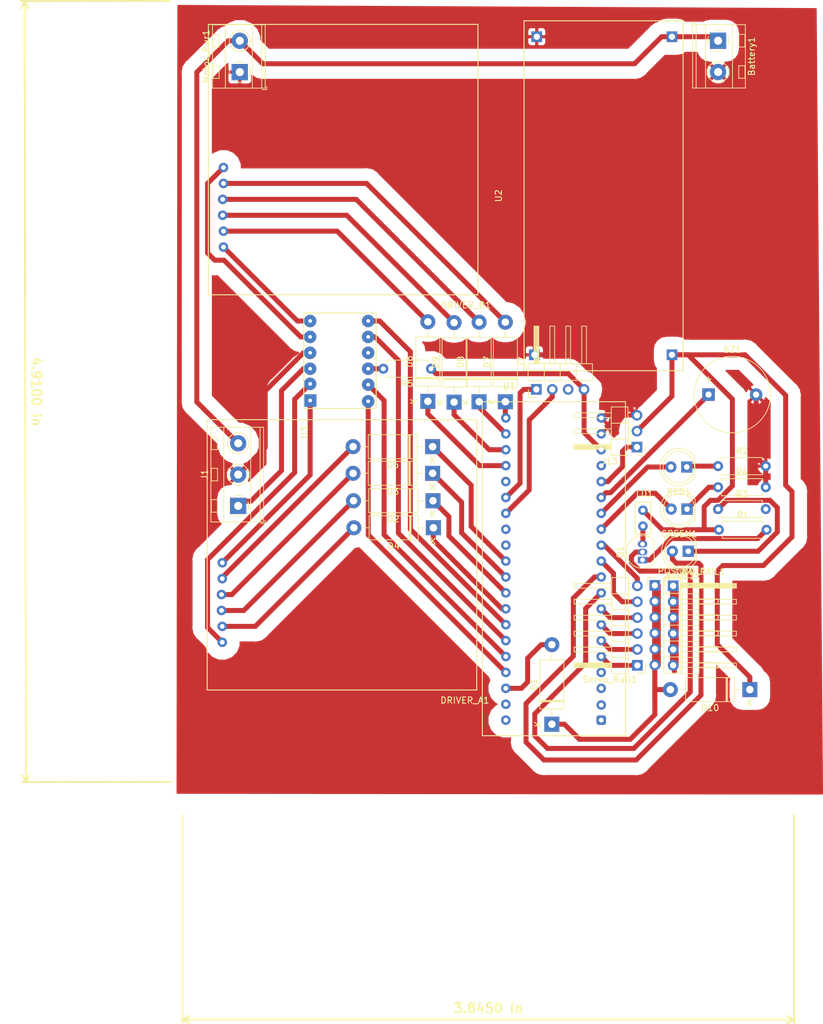
<source format=kicad_pcb>
(kicad_pcb (version 20171130) (host pcbnew 5.0.2-bee76a0~70~ubuntu18.04.1)

  (general
    (thickness 1.6)
    (drawings 2)
    (tracks 236)
    (zones 0)
    (modules 34)
    (nets 59)
  )

  (page A4 portrait)
  (title_block
    (date 2018-11-22)
    (rev REV_2)
    (company "ROBOTICS AND AUTOMATION CENTRE")
    (comment 4 deadpool)
  )

  (layers
    (0 F.Cu signal)
    (31 B.Cu signal)
    (32 B.Adhes user)
    (33 F.Adhes user)
    (34 B.Paste user)
    (35 F.Paste user)
    (36 B.SilkS user)
    (37 F.SilkS user)
    (38 B.Mask user)
    (39 F.Mask user)
    (40 Dwgs.User user)
    (41 Cmts.User user)
    (42 Eco1.User user)
    (43 Eco2.User user)
    (44 Edge.Cuts user)
    (45 Margin user)
    (46 B.CrtYd user)
    (47 F.CrtYd user)
    (48 B.Fab user)
    (49 F.Fab user)
  )

  (setup
    (last_trace_width 0.8)
    (user_trace_width 0.4)
    (user_trace_width 0.8)
    (user_trace_width 1.38)
    (trace_clearance 0.2)
    (zone_clearance 2)
    (zone_45_only no)
    (trace_min 0.2)
    (segment_width 0.2)
    (edge_width 0.15)
    (via_size 0.8)
    (via_drill 0.4)
    (via_min_size 0.4)
    (via_min_drill 0.3)
    (uvia_size 0.3)
    (uvia_drill 0.1)
    (uvias_allowed no)
    (uvia_min_size 0.2)
    (uvia_min_drill 0.1)
    (pcb_text_width 0.3)
    (pcb_text_size 1.5 1.5)
    (mod_edge_width 0.15)
    (mod_text_size 1 1)
    (mod_text_width 0.15)
    (pad_size 1.8 1.8)
    (pad_drill 0.6)
    (pad_to_mask_clearance 0.051)
    (solder_mask_min_width 0.25)
    (aux_axis_origin 0 0)
    (visible_elements FFFFF77F)
    (pcbplotparams
      (layerselection 0x010fc_ffffffff)
      (usegerberextensions false)
      (usegerberattributes false)
      (usegerberadvancedattributes false)
      (creategerberjobfile false)
      (excludeedgelayer true)
      (linewidth 0.100000)
      (plotframeref false)
      (viasonmask false)
      (mode 1)
      (useauxorigin false)
      (hpglpennumber 1)
      (hpglpenspeed 20)
      (hpglpendiameter 15.000000)
      (psnegative false)
      (psa4output false)
      (plotreference true)
      (plotvalue true)
      (plotinvisibletext false)
      (padsonsilk false)
      (subtractmaskfromsilk false)
      (outputformat 1)
      (mirror false)
      (drillshape 1)
      (scaleselection 1)
      (outputdirectory ""))
  )

  (net 0 "")
  (net 1 GND)
  (net 2 "Net-(Battery1-Pad1)")
  (net 3 "Net-(GREEN1-Pad1)")
  (net 4 "Net-(BLUE1-Pad1)")
  (net 5 "Net-(R2-Pad1)")
  (net 6 "Net-(Q1-Pad1)")
  (net 7 "Net-(D1-Pad1)")
  (net 8 "Net-(Q1-Pad2)")
  (net 9 "Net-(BLUE1-Pad2)")
  (net 10 "Net-(GREEN1-Pad2)")
  (net 11 "Net-(D1-Pad2)")
  (net 12 "Net-(Servo_Rail1-Pad6)")
  (net 13 "Net-(Servo_Rail1-Pad5)")
  (net 14 "Net-(Servo_Rail1-Pad4)")
  (net 15 "Net-(Servo_Rail1-Pad3)")
  (net 16 "Net-(Servo_Rail1-Pad2)")
  (net 17 "Net-(Servo_Rail1-Pad1)")
  (net 18 "Net-(J7-Pad1)")
  (net 19 "Net-(J7-Pad2)")
  (net 20 "Net-(J7-Pad4)")
  (net 21 "Net-(J13-Pad1)")
  (net 22 "Net-(BZ1-Pad1)")
  (net 23 "Net-(U1-Pad1)")
  (net 24 "Net-(U1-Pad7)")
  (net 25 "Net-(U1-Pad46)")
  (net 26 "Net-(U1-Pad43)")
  (net 27 "Net-(U1-Pad42)")
  (net 28 "Net-(U1-Pad33)")
  (net 29 "Net-(U1-Pad32)")
  (net 30 "Net-(DRIVER_A1-Pad1)")
  (net 31 "Net-(DRIVER_B1-Pad1)")
  (net 32 "Net-(DRIVER_A1-Pad6)")
  (net 33 "Net-(DRIVER_B1-Pad6)")
  (net 34 "Net-(J1-Pad1)")
  (net 35 "Net-(R5-Pad2)")
  (net 36 "Net-(U1-Pad29)")
  (net 37 "Net-(D2-Pad2)")
  (net 38 "Net-(D2-Pad1)")
  (net 39 "Net-(D3-Pad1)")
  (net 40 "Net-(D3-Pad2)")
  (net 41 "Net-(D4-Pad1)")
  (net 42 "Net-(D4-Pad2)")
  (net 43 "Net-(D5-Pad2)")
  (net 44 "Net-(D5-Pad1)")
  (net 45 "Net-(RED1-Pad2)")
  (net 46 "Net-(U1-Pad4)")
  (net 47 "Net-(U1-Pad3)")
  (net 48 "Net-(U1-Pad2)")
  (net 49 "Net-(D6-Pad1)")
  (net 50 "Net-(D6-Pad2)")
  (net 51 "Net-(D7-Pad2)")
  (net 52 "Net-(D7-Pad1)")
  (net 53 "Net-(D8-Pad1)")
  (net 54 "Net-(D9-Pad2)")
  (net 55 "Net-(D9-Pad1)")
  (net 56 "Net-(U1-Pad45)")
  (net 57 "Net-(D8-Pad2)")
  (net 58 "Net-(D10-Pad2)")

  (net_class Default "This is the default net class."
    (clearance 0.2)
    (trace_width 0.25)
    (via_dia 0.8)
    (via_drill 0.4)
    (uvia_dia 0.3)
    (uvia_drill 0.1)
    (add_net GND)
    (add_net "Net-(BLUE1-Pad1)")
    (add_net "Net-(BLUE1-Pad2)")
    (add_net "Net-(BZ1-Pad1)")
    (add_net "Net-(Battery1-Pad1)")
    (add_net "Net-(D1-Pad1)")
    (add_net "Net-(D1-Pad2)")
    (add_net "Net-(D10-Pad2)")
    (add_net "Net-(D2-Pad1)")
    (add_net "Net-(D2-Pad2)")
    (add_net "Net-(D3-Pad1)")
    (add_net "Net-(D3-Pad2)")
    (add_net "Net-(D4-Pad1)")
    (add_net "Net-(D4-Pad2)")
    (add_net "Net-(D5-Pad1)")
    (add_net "Net-(D5-Pad2)")
    (add_net "Net-(D6-Pad1)")
    (add_net "Net-(D6-Pad2)")
    (add_net "Net-(D7-Pad1)")
    (add_net "Net-(D7-Pad2)")
    (add_net "Net-(D8-Pad1)")
    (add_net "Net-(D8-Pad2)")
    (add_net "Net-(D9-Pad1)")
    (add_net "Net-(D9-Pad2)")
    (add_net "Net-(DRIVER_A1-Pad1)")
    (add_net "Net-(DRIVER_A1-Pad6)")
    (add_net "Net-(DRIVER_B1-Pad1)")
    (add_net "Net-(DRIVER_B1-Pad6)")
    (add_net "Net-(GREEN1-Pad1)")
    (add_net "Net-(GREEN1-Pad2)")
    (add_net "Net-(J1-Pad1)")
    (add_net "Net-(J13-Pad1)")
    (add_net "Net-(J7-Pad1)")
    (add_net "Net-(J7-Pad2)")
    (add_net "Net-(J7-Pad4)")
    (add_net "Net-(Q1-Pad1)")
    (add_net "Net-(Q1-Pad2)")
    (add_net "Net-(R2-Pad1)")
    (add_net "Net-(R5-Pad2)")
    (add_net "Net-(RED1-Pad2)")
    (add_net "Net-(Servo_Rail1-Pad1)")
    (add_net "Net-(Servo_Rail1-Pad2)")
    (add_net "Net-(Servo_Rail1-Pad3)")
    (add_net "Net-(Servo_Rail1-Pad4)")
    (add_net "Net-(Servo_Rail1-Pad5)")
    (add_net "Net-(Servo_Rail1-Pad6)")
    (add_net "Net-(U1-Pad1)")
    (add_net "Net-(U1-Pad2)")
    (add_net "Net-(U1-Pad29)")
    (add_net "Net-(U1-Pad3)")
    (add_net "Net-(U1-Pad32)")
    (add_net "Net-(U1-Pad33)")
    (add_net "Net-(U1-Pad4)")
    (add_net "Net-(U1-Pad42)")
    (add_net "Net-(U1-Pad43)")
    (add_net "Net-(U1-Pad45)")
    (add_net "Net-(U1-Pad46)")
    (add_net "Net-(U1-Pad7)")
  )

  (module Diode_THT:D_DO-15_P12.70mm_Horizontal (layer F.Cu) (tedit 5AE50CD5) (tstamp 5C04B042)
    (at 146.558 149.86 180)
    (descr "Diode, DO-15 series, Axial, Horizontal, pin pitch=12.7mm, , length*diameter=7.6*3.6mm^2, , http://www.diodes.com/_files/packages/DO-15.pdf")
    (tags "Diode DO-15 series Axial Horizontal pin pitch 12.7mm  length 7.6mm diameter 3.6mm")
    (path /5C0546C8)
    (fp_text reference D10 (at 6.35 -2.92 180) (layer F.SilkS)
      (effects (font (size 1 1) (thickness 0.15)))
    )
    (fp_text value DIODE (at 6.35 2.92 180) (layer F.Fab)
      (effects (font (size 1 1) (thickness 0.15)))
    )
    (fp_line (start 2.55 -1.8) (end 2.55 1.8) (layer F.Fab) (width 0.1))
    (fp_line (start 2.55 1.8) (end 10.15 1.8) (layer F.Fab) (width 0.1))
    (fp_line (start 10.15 1.8) (end 10.15 -1.8) (layer F.Fab) (width 0.1))
    (fp_line (start 10.15 -1.8) (end 2.55 -1.8) (layer F.Fab) (width 0.1))
    (fp_line (start 0 0) (end 2.55 0) (layer F.Fab) (width 0.1))
    (fp_line (start 12.7 0) (end 10.15 0) (layer F.Fab) (width 0.1))
    (fp_line (start 3.69 -1.8) (end 3.69 1.8) (layer F.Fab) (width 0.1))
    (fp_line (start 3.79 -1.8) (end 3.79 1.8) (layer F.Fab) (width 0.1))
    (fp_line (start 3.59 -1.8) (end 3.59 1.8) (layer F.Fab) (width 0.1))
    (fp_line (start 2.43 -1.92) (end 2.43 1.92) (layer F.SilkS) (width 0.12))
    (fp_line (start 2.43 1.92) (end 10.27 1.92) (layer F.SilkS) (width 0.12))
    (fp_line (start 10.27 1.92) (end 10.27 -1.92) (layer F.SilkS) (width 0.12))
    (fp_line (start 10.27 -1.92) (end 2.43 -1.92) (layer F.SilkS) (width 0.12))
    (fp_line (start 1.44 0) (end 2.43 0) (layer F.SilkS) (width 0.12))
    (fp_line (start 11.26 0) (end 10.27 0) (layer F.SilkS) (width 0.12))
    (fp_line (start 3.69 -1.92) (end 3.69 1.92) (layer F.SilkS) (width 0.12))
    (fp_line (start 3.81 -1.92) (end 3.81 1.92) (layer F.SilkS) (width 0.12))
    (fp_line (start 3.57 -1.92) (end 3.57 1.92) (layer F.SilkS) (width 0.12))
    (fp_line (start -1.45 -2.05) (end -1.45 2.05) (layer F.CrtYd) (width 0.05))
    (fp_line (start -1.45 2.05) (end 14.15 2.05) (layer F.CrtYd) (width 0.05))
    (fp_line (start 14.15 2.05) (end 14.15 -2.05) (layer F.CrtYd) (width 0.05))
    (fp_line (start 14.15 -2.05) (end -1.45 -2.05) (layer F.CrtYd) (width 0.05))
    (fp_text user %R (at 6.92 0 180) (layer F.Fab)
      (effects (font (size 1 1) (thickness 0.15)))
    )
    (fp_text user K (at 0 -2.2 180) (layer F.Fab)
      (effects (font (size 1 1) (thickness 0.15)))
    )
    (fp_text user K (at 0 -2.2 180) (layer F.SilkS)
      (effects (font (size 1 1) (thickness 0.15)))
    )
    (pad 1 thru_hole rect (at 0 0 180) (size 2.4 2.4) (drill 1.2) (layers *.Cu *.Mask)
      (net 7 "Net-(D1-Pad1)"))
    (pad 2 thru_hole oval (at 12.7 0 180) (size 2.4 2.4) (drill 1.2) (layers *.Cu *.Mask)
      (net 58 "Net-(D10-Pad2)"))
    (model ${KISYS3DMOD}/Diode_THT.3dshapes/D_DO-15_P12.70mm_Horizontal.wrl
      (at (xyz 0 0 0))
      (scale (xyz 1 1 1))
      (rotate (xyz 0 0 0))
    )
  )

  (module Resistor_THT:R_Axial_DIN0207_L6.3mm_D2.5mm_P7.62mm_Horizontal (layer F.Cu) (tedit 5AE5139B) (tstamp 5C109060)
    (at 95.631 98.6155 180)
    (descr "Resistor, Axial_DIN0207 series, Axial, Horizontal, pin pitch=7.62mm, 0.25W = 1/4W, length*diameter=6.3*2.5mm^2, http://cdn-reichelt.de/documents/datenblatt/B400/1_4W%23YAG.pdf")
    (tags "Resistor Axial_DIN0207 series Axial Horizontal pin pitch 7.62mm 0.25W = 1/4W length 6.3mm diameter 2.5mm")
    (path /5C12B13F)
    (fp_text reference R5 (at 3.81 -2.37 180) (layer F.SilkS)
      (effects (font (size 1 1) (thickness 0.15)))
    )
    (fp_text value R (at 3.81 2.37 180) (layer F.Fab)
      (effects (font (size 1 1) (thickness 0.15)))
    )
    (fp_line (start 0.66 -1.25) (end 0.66 1.25) (layer F.Fab) (width 0.1))
    (fp_line (start 0.66 1.25) (end 6.96 1.25) (layer F.Fab) (width 0.1))
    (fp_line (start 6.96 1.25) (end 6.96 -1.25) (layer F.Fab) (width 0.1))
    (fp_line (start 6.96 -1.25) (end 0.66 -1.25) (layer F.Fab) (width 0.1))
    (fp_line (start 0 0) (end 0.66 0) (layer F.Fab) (width 0.1))
    (fp_line (start 7.62 0) (end 6.96 0) (layer F.Fab) (width 0.1))
    (fp_line (start 0.54 -1.04) (end 0.54 -1.37) (layer F.SilkS) (width 0.12))
    (fp_line (start 0.54 -1.37) (end 7.08 -1.37) (layer F.SilkS) (width 0.12))
    (fp_line (start 7.08 -1.37) (end 7.08 -1.04) (layer F.SilkS) (width 0.12))
    (fp_line (start 0.54 1.04) (end 0.54 1.37) (layer F.SilkS) (width 0.12))
    (fp_line (start 0.54 1.37) (end 7.08 1.37) (layer F.SilkS) (width 0.12))
    (fp_line (start 7.08 1.37) (end 7.08 1.04) (layer F.SilkS) (width 0.12))
    (fp_line (start -1.05 -1.5) (end -1.05 1.5) (layer F.CrtYd) (width 0.05))
    (fp_line (start -1.05 1.5) (end 8.67 1.5) (layer F.CrtYd) (width 0.05))
    (fp_line (start 8.67 1.5) (end 8.67 -1.5) (layer F.CrtYd) (width 0.05))
    (fp_line (start 8.67 -1.5) (end -1.05 -1.5) (layer F.CrtYd) (width 0.05))
    (fp_text user %R (at 4.2545 0 180) (layer F.Fab)
      (effects (font (size 1 1) (thickness 0.15)))
    )
    (pad 1 thru_hole circle (at 0 0 180) (size 1.6 1.6) (drill 0.8) (layers *.Cu *.Mask)
      (net 20 "Net-(J7-Pad4)"))
    (pad 2 thru_hole oval (at 7.62 0 180) (size 1.6 1.6) (drill 0.8) (layers *.Cu *.Mask)
      (net 35 "Net-(R5-Pad2)"))
    (model ${KISYS3DMOD}/Resistor_THT.3dshapes/R_Axial_DIN0207_L6.3mm_D2.5mm_P7.62mm_Horizontal.wrl
      (at (xyz 0 0 0))
      (scale (xyz 1 1 1))
      (rotate (xyz 0 0 0))
    )
  )

  (module BluePill:Logic_level (layer F.Cu) (tedit 5C039341) (tstamp 5C0F4AE9)
    (at 81.788 97.3455 90)
    (path /5BF77E25)
    (fp_text reference U3 (at -11.43 -6.35 90) (layer F.SilkS)
      (effects (font (size 1 1) (thickness 0.15)))
    )
    (fp_text value SparkfunLogicLevelConverter (at 3.683 6.096 90) (layer F.Fab)
      (effects (font (size 1 1) (thickness 0.15)))
    )
    (fp_line (start -7.62 -6.35) (end -7.62 5.08) (layer F.SilkS) (width 0.15))
    (fp_line (start 7.62 -6.477) (end -7.62 -6.477) (layer F.SilkS) (width 0.15))
    (fp_line (start 7.62 5.08) (end 7.62 -6.35) (layer F.SilkS) (width 0.15))
    (fp_line (start -7.62 5.08) (end 7.62 5.08) (layer F.SilkS) (width 0.15))
    (pad 8 thru_hole circle (at 6.35 3.81 90) (size 2 2) (drill 0.6) (layers *.Cu *.Mask)
      (net 27 "Net-(U1-Pad42)"))
    (pad 7 thru_hole circle (at 3.81 3.81 90) (size 2 2) (drill 0.6) (layers *.Cu *.Mask)
      (net 26 "Net-(U1-Pad43)"))
    (pad GND thru_hole circle (at 1.27 3.81 90) (size 2 2) (drill 0.6) (layers *.Cu *.Mask)
      (net 1 GND))
    (pad 3V3 thru_hole circle (at -1.27 3.81 90) (size 2 2) (drill 0.6) (layers *.Cu *.Mask)
      (net 35 "Net-(R5-Pad2)"))
    (pad 6 thru_hole circle (at -3.81 3.81 90) (size 2 2) (drill 0.6) (layers *.Cu *.Mask)
      (net 56 "Net-(U1-Pad45)"))
    (pad 5 thru_hole circle (at -6.477 3.81 90) (size 2 2) (drill 0.6) (layers *.Cu *.Mask)
      (net 25 "Net-(U1-Pad46)"))
    (pad 4 thru_hole circle (at 6.35 -5.461 90) (size 2 2) (drill 0.6) (layers *.Cu *.Mask)
      (net 31 "Net-(DRIVER_B1-Pad1)"))
    (pad 3 thru_hole circle (at 3.81 -5.461 90) (size 2 2) (drill 0.6) (layers *.Cu *.Mask)
      (net 33 "Net-(DRIVER_B1-Pad6)"))
    (pad GND thru_hole circle (at 1.27 -5.461 90) (size 2 2) (drill 0.6) (layers *.Cu *.Mask)
      (net 1 GND))
    (pad 2 thru_hole circle (at -3.683 -5.461 90) (size 2 2) (drill 0.6) (layers *.Cu *.Mask)
      (net 30 "Net-(DRIVER_A1-Pad1)"))
    (pad 5V thru_hole circle (at -1.27 -5.461 90) (size 2 2) (drill 0.6) (layers *.Cu *.Mask)
      (net 34 "Net-(J1-Pad1)"))
    (pad 1 thru_hole rect (at -6.35 -5.461 90) (size 2 2) (drill 0.6) (layers *.Cu *.Mask)
      (net 32 "Net-(DRIVER_A1-Pad6)"))
  )

  (module Resistor_THT:R_Axial_DIN0207_L6.3mm_D2.5mm_P7.62mm_Horizontal (layer F.Cu) (tedit 5AE5139B) (tstamp 5C10975B)
    (at 141.605 124.333)
    (descr "Resistor, Axial_DIN0207 series, Axial, Horizontal, pin pitch=7.62mm, 0.25W = 1/4W, length*diameter=6.3*2.5mm^2, http://cdn-reichelt.de/documents/datenblatt/B400/1_4W%23YAG.pdf")
    (tags "Resistor Axial_DIN0207 series Axial Horizontal pin pitch 7.62mm 0.25W = 1/4W length 6.3mm diameter 2.5mm")
    (path /5BD7E59E)
    (fp_text reference R1 (at 3.81 -2.37) (layer F.SilkS)
      (effects (font (size 1 1) (thickness 0.15)))
    )
    (fp_text value 470 (at 3.81 2.37) (layer F.Fab)
      (effects (font (size 1 1) (thickness 0.15)))
    )
    (fp_text user %R (at 3.81 0) (layer F.Fab)
      (effects (font (size 1 1) (thickness 0.15)))
    )
    (fp_line (start 8.67 -1.5) (end -1.05 -1.5) (layer F.CrtYd) (width 0.05))
    (fp_line (start 8.67 1.5) (end 8.67 -1.5) (layer F.CrtYd) (width 0.05))
    (fp_line (start -1.05 1.5) (end 8.67 1.5) (layer F.CrtYd) (width 0.05))
    (fp_line (start -1.05 -1.5) (end -1.05 1.5) (layer F.CrtYd) (width 0.05))
    (fp_line (start 7.08 1.37) (end 7.08 1.04) (layer F.SilkS) (width 0.12))
    (fp_line (start 0.54 1.37) (end 7.08 1.37) (layer F.SilkS) (width 0.12))
    (fp_line (start 0.54 1.04) (end 0.54 1.37) (layer F.SilkS) (width 0.12))
    (fp_line (start 7.08 -1.37) (end 7.08 -1.04) (layer F.SilkS) (width 0.12))
    (fp_line (start 0.54 -1.37) (end 7.08 -1.37) (layer F.SilkS) (width 0.12))
    (fp_line (start 0.54 -1.04) (end 0.54 -1.37) (layer F.SilkS) (width 0.12))
    (fp_line (start 7.62 0) (end 6.96 0) (layer F.Fab) (width 0.1))
    (fp_line (start 0 0) (end 0.66 0) (layer F.Fab) (width 0.1))
    (fp_line (start 6.96 -1.25) (end 0.66 -1.25) (layer F.Fab) (width 0.1))
    (fp_line (start 6.96 1.25) (end 6.96 -1.25) (layer F.Fab) (width 0.1))
    (fp_line (start 0.66 1.25) (end 6.96 1.25) (layer F.Fab) (width 0.1))
    (fp_line (start 0.66 -1.25) (end 0.66 1.25) (layer F.Fab) (width 0.1))
    (pad 2 thru_hole oval (at 7.62 0) (size 1.6 1.6) (drill 0.8) (layers *.Cu *.Mask)
      (net 6 "Net-(Q1-Pad1)"))
    (pad 1 thru_hole circle (at 0 0) (size 1.6 1.6) (drill 0.8) (layers *.Cu *.Mask)
      (net 7 "Net-(D1-Pad1)"))
    (model ${KISYS3DMOD}/Resistor_THT.3dshapes/R_Axial_DIN0207_L6.3mm_D2.5mm_P7.62mm_Horizontal.wrl
      (at (xyz 0 0 0))
      (scale (xyz 1 1 1))
      (rotate (xyz 0 0 0))
    )
  )

  (module Resistor_THT:R_Axial_DIN0207_L6.3mm_D2.5mm_P7.62mm_Horizontal (layer F.Cu) (tedit 5AE5139B) (tstamp 5C109744)
    (at 141.478 114.173)
    (descr "Resistor, Axial_DIN0207 series, Axial, Horizontal, pin pitch=7.62mm, 0.25W = 1/4W, length*diameter=6.3*2.5mm^2, http://cdn-reichelt.de/documents/datenblatt/B400/1_4W%23YAG.pdf")
    (tags "Resistor Axial_DIN0207 series Axial Horizontal pin pitch 7.62mm 0.25W = 1/4W length 6.3mm diameter 2.5mm")
    (path /5BD794B2)
    (fp_text reference R2 (at 3.81 -2.37) (layer F.SilkS)
      (effects (font (size 1 1) (thickness 0.15)))
    )
    (fp_text value 330 (at 3.81 2.37) (layer F.Fab)
      (effects (font (size 1 1) (thickness 0.15)))
    )
    (fp_text user %R (at 3.81 0) (layer F.Fab)
      (effects (font (size 1 1) (thickness 0.15)))
    )
    (fp_line (start 8.67 -1.5) (end -1.05 -1.5) (layer F.CrtYd) (width 0.05))
    (fp_line (start 8.67 1.5) (end 8.67 -1.5) (layer F.CrtYd) (width 0.05))
    (fp_line (start -1.05 1.5) (end 8.67 1.5) (layer F.CrtYd) (width 0.05))
    (fp_line (start -1.05 -1.5) (end -1.05 1.5) (layer F.CrtYd) (width 0.05))
    (fp_line (start 7.08 1.37) (end 7.08 1.04) (layer F.SilkS) (width 0.12))
    (fp_line (start 0.54 1.37) (end 7.08 1.37) (layer F.SilkS) (width 0.12))
    (fp_line (start 0.54 1.04) (end 0.54 1.37) (layer F.SilkS) (width 0.12))
    (fp_line (start 7.08 -1.37) (end 7.08 -1.04) (layer F.SilkS) (width 0.12))
    (fp_line (start 0.54 -1.37) (end 7.08 -1.37) (layer F.SilkS) (width 0.12))
    (fp_line (start 0.54 -1.04) (end 0.54 -1.37) (layer F.SilkS) (width 0.12))
    (fp_line (start 7.62 0) (end 6.96 0) (layer F.Fab) (width 0.1))
    (fp_line (start 0 0) (end 0.66 0) (layer F.Fab) (width 0.1))
    (fp_line (start 6.96 -1.25) (end 0.66 -1.25) (layer F.Fab) (width 0.1))
    (fp_line (start 6.96 1.25) (end 6.96 -1.25) (layer F.Fab) (width 0.1))
    (fp_line (start 0.66 1.25) (end 6.96 1.25) (layer F.Fab) (width 0.1))
    (fp_line (start 0.66 -1.25) (end 0.66 1.25) (layer F.Fab) (width 0.1))
    (pad 2 thru_hole oval (at 7.62 0) (size 1.6 1.6) (drill 0.8) (layers *.Cu *.Mask)
      (net 1 GND))
    (pad 1 thru_hole circle (at 0 0) (size 1.6 1.6) (drill 0.8) (layers *.Cu *.Mask)
      (net 5 "Net-(R2-Pad1)"))
    (model ${KISYS3DMOD}/Resistor_THT.3dshapes/R_Axial_DIN0207_L6.3mm_D2.5mm_P7.62mm_Horizontal.wrl
      (at (xyz 0 0 0))
      (scale (xyz 1 1 1))
      (rotate (xyz 0 0 0))
    )
  )

  (module Resistor_THT:R_Axial_DIN0207_L6.3mm_D2.5mm_P7.62mm_Horizontal (layer F.Cu) (tedit 5AE5139B) (tstamp 5C10972D)
    (at 141.478 121.031)
    (descr "Resistor, Axial_DIN0207 series, Axial, Horizontal, pin pitch=7.62mm, 0.25W = 1/4W, length*diameter=6.3*2.5mm^2, http://cdn-reichelt.de/documents/datenblatt/B400/1_4W%23YAG.pdf")
    (tags "Resistor Axial_DIN0207 series Axial Horizontal pin pitch 7.62mm 0.25W = 1/4W length 6.3mm diameter 2.5mm")
    (path /5BD79516)
    (fp_text reference R3 (at 3.81 -2.37) (layer F.SilkS)
      (effects (font (size 1 1) (thickness 0.15)))
    )
    (fp_text value 330 (at 3.81 2.37) (layer F.Fab)
      (effects (font (size 1 1) (thickness 0.15)))
    )
    (fp_text user %R (at 3.81 0) (layer F.Fab)
      (effects (font (size 1 1) (thickness 0.15)))
    )
    (fp_line (start 8.67 -1.5) (end -1.05 -1.5) (layer F.CrtYd) (width 0.05))
    (fp_line (start 8.67 1.5) (end 8.67 -1.5) (layer F.CrtYd) (width 0.05))
    (fp_line (start -1.05 1.5) (end 8.67 1.5) (layer F.CrtYd) (width 0.05))
    (fp_line (start -1.05 -1.5) (end -1.05 1.5) (layer F.CrtYd) (width 0.05))
    (fp_line (start 7.08 1.37) (end 7.08 1.04) (layer F.SilkS) (width 0.12))
    (fp_line (start 0.54 1.37) (end 7.08 1.37) (layer F.SilkS) (width 0.12))
    (fp_line (start 0.54 1.04) (end 0.54 1.37) (layer F.SilkS) (width 0.12))
    (fp_line (start 7.08 -1.37) (end 7.08 -1.04) (layer F.SilkS) (width 0.12))
    (fp_line (start 0.54 -1.37) (end 7.08 -1.37) (layer F.SilkS) (width 0.12))
    (fp_line (start 0.54 -1.04) (end 0.54 -1.37) (layer F.SilkS) (width 0.12))
    (fp_line (start 7.62 0) (end 6.96 0) (layer F.Fab) (width 0.1))
    (fp_line (start 0 0) (end 0.66 0) (layer F.Fab) (width 0.1))
    (fp_line (start 6.96 -1.25) (end 0.66 -1.25) (layer F.Fab) (width 0.1))
    (fp_line (start 6.96 1.25) (end 6.96 -1.25) (layer F.Fab) (width 0.1))
    (fp_line (start 0.66 1.25) (end 6.96 1.25) (layer F.Fab) (width 0.1))
    (fp_line (start 0.66 -1.25) (end 0.66 1.25) (layer F.Fab) (width 0.1))
    (pad 2 thru_hole oval (at 7.62 0) (size 1.6 1.6) (drill 0.8) (layers *.Cu *.Mask)
      (net 1 GND))
    (pad 1 thru_hole circle (at 0 0) (size 1.6 1.6) (drill 0.8) (layers *.Cu *.Mask)
      (net 4 "Net-(BLUE1-Pad1)"))
    (model ${KISYS3DMOD}/Resistor_THT.3dshapes/R_Axial_DIN0207_L6.3mm_D2.5mm_P7.62mm_Horizontal.wrl
      (at (xyz 0 0 0))
      (scale (xyz 1 1 1))
      (rotate (xyz 0 0 0))
    )
  )

  (module Diode_THT:D_DO-15_P12.70mm_Horizontal (layer F.Cu) (tedit 5AE50CD5) (tstamp 5C105FBB)
    (at 114.935 155.3845 90)
    (descr "Diode, DO-15 series, Axial, Horizontal, pin pitch=12.7mm, , length*diameter=7.6*3.6mm^2, , http://www.diodes.com/_files/packages/DO-15.pdf")
    (tags "Diode DO-15 series Axial Horizontal pin pitch 12.7mm  length 7.6mm diameter 3.6mm")
    (path /5BF26B8E)
    (fp_text reference D1 (at 6.35 -2.92 90) (layer F.SilkS)
      (effects (font (size 1 1) (thickness 0.15)))
    )
    (fp_text value DIODE (at 6.35 2.92 90) (layer F.Fab)
      (effects (font (size 1 1) (thickness 0.15)))
    )
    (fp_text user K (at 0 -2.2 90) (layer F.SilkS)
      (effects (font (size 1 1) (thickness 0.15)))
    )
    (fp_text user K (at 0 -2.2 90) (layer F.Fab)
      (effects (font (size 1 1) (thickness 0.15)))
    )
    (fp_text user %R (at 6.92 0 90) (layer F.Fab)
      (effects (font (size 1 1) (thickness 0.15)))
    )
    (fp_line (start 14.15 -2.05) (end -1.45 -2.05) (layer F.CrtYd) (width 0.05))
    (fp_line (start 14.15 2.05) (end 14.15 -2.05) (layer F.CrtYd) (width 0.05))
    (fp_line (start -1.45 2.05) (end 14.15 2.05) (layer F.CrtYd) (width 0.05))
    (fp_line (start -1.45 -2.05) (end -1.45 2.05) (layer F.CrtYd) (width 0.05))
    (fp_line (start 3.57 -1.92) (end 3.57 1.92) (layer F.SilkS) (width 0.12))
    (fp_line (start 3.81 -1.92) (end 3.81 1.92) (layer F.SilkS) (width 0.12))
    (fp_line (start 3.69 -1.92) (end 3.69 1.92) (layer F.SilkS) (width 0.12))
    (fp_line (start 11.26 0) (end 10.27 0) (layer F.SilkS) (width 0.12))
    (fp_line (start 1.44 0) (end 2.43 0) (layer F.SilkS) (width 0.12))
    (fp_line (start 10.27 -1.92) (end 2.43 -1.92) (layer F.SilkS) (width 0.12))
    (fp_line (start 10.27 1.92) (end 10.27 -1.92) (layer F.SilkS) (width 0.12))
    (fp_line (start 2.43 1.92) (end 10.27 1.92) (layer F.SilkS) (width 0.12))
    (fp_line (start 2.43 -1.92) (end 2.43 1.92) (layer F.SilkS) (width 0.12))
    (fp_line (start 3.59 -1.8) (end 3.59 1.8) (layer F.Fab) (width 0.1))
    (fp_line (start 3.79 -1.8) (end 3.79 1.8) (layer F.Fab) (width 0.1))
    (fp_line (start 3.69 -1.8) (end 3.69 1.8) (layer F.Fab) (width 0.1))
    (fp_line (start 12.7 0) (end 10.15 0) (layer F.Fab) (width 0.1))
    (fp_line (start 0 0) (end 2.55 0) (layer F.Fab) (width 0.1))
    (fp_line (start 10.15 -1.8) (end 2.55 -1.8) (layer F.Fab) (width 0.1))
    (fp_line (start 10.15 1.8) (end 10.15 -1.8) (layer F.Fab) (width 0.1))
    (fp_line (start 2.55 1.8) (end 10.15 1.8) (layer F.Fab) (width 0.1))
    (fp_line (start 2.55 -1.8) (end 2.55 1.8) (layer F.Fab) (width 0.1))
    (pad 2 thru_hole oval (at 12.7 0 90) (size 2.4 2.4) (drill 1.2) (layers *.Cu *.Mask)
      (net 11 "Net-(D1-Pad2)"))
    (pad 1 thru_hole rect (at 0 0 90) (size 2.4 2.4) (drill 1.2) (layers *.Cu *.Mask)
      (net 7 "Net-(D1-Pad1)"))
    (model ${KISYS3DMOD}/Diode_THT.3dshapes/D_DO-15_P12.70mm_Horizontal.wrl
      (at (xyz 0 0 0))
      (scale (xyz 1 1 1))
      (rotate (xyz 0 0 0))
    )
  )

  (module Diode_THT:D_DO-15_P12.70mm_Horizontal (layer F.Cu) (tedit 5AE50CD5) (tstamp 5C105F9D)
    (at 99.314 103.9495 90)
    (descr "Diode, DO-15 series, Axial, Horizontal, pin pitch=12.7mm, , length*diameter=7.6*3.6mm^2, , http://www.diodes.com/_files/packages/DO-15.pdf")
    (tags "Diode DO-15 series Axial Horizontal pin pitch 12.7mm  length 7.6mm diameter 3.6mm")
    (path /5C0406EA)
    (fp_text reference D9 (at 6.35 -2.92 90) (layer F.SilkS)
      (effects (font (size 1 1) (thickness 0.15)))
    )
    (fp_text value DIODE (at 6.35 2.92 90) (layer F.Fab)
      (effects (font (size 1 1) (thickness 0.15)))
    )
    (fp_text user K (at 0 -2.2 90) (layer F.SilkS)
      (effects (font (size 1 1) (thickness 0.15)))
    )
    (fp_text user K (at 0 -2.2 90) (layer F.Fab)
      (effects (font (size 1 1) (thickness 0.15)))
    )
    (fp_text user %R (at 6.92 0 90) (layer F.Fab)
      (effects (font (size 1 1) (thickness 0.15)))
    )
    (fp_line (start 14.15 -2.05) (end -1.45 -2.05) (layer F.CrtYd) (width 0.05))
    (fp_line (start 14.15 2.05) (end 14.15 -2.05) (layer F.CrtYd) (width 0.05))
    (fp_line (start -1.45 2.05) (end 14.15 2.05) (layer F.CrtYd) (width 0.05))
    (fp_line (start -1.45 -2.05) (end -1.45 2.05) (layer F.CrtYd) (width 0.05))
    (fp_line (start 3.57 -1.92) (end 3.57 1.92) (layer F.SilkS) (width 0.12))
    (fp_line (start 3.81 -1.92) (end 3.81 1.92) (layer F.SilkS) (width 0.12))
    (fp_line (start 3.69 -1.92) (end 3.69 1.92) (layer F.SilkS) (width 0.12))
    (fp_line (start 11.26 0) (end 10.27 0) (layer F.SilkS) (width 0.12))
    (fp_line (start 1.44 0) (end 2.43 0) (layer F.SilkS) (width 0.12))
    (fp_line (start 10.27 -1.92) (end 2.43 -1.92) (layer F.SilkS) (width 0.12))
    (fp_line (start 10.27 1.92) (end 10.27 -1.92) (layer F.SilkS) (width 0.12))
    (fp_line (start 2.43 1.92) (end 10.27 1.92) (layer F.SilkS) (width 0.12))
    (fp_line (start 2.43 -1.92) (end 2.43 1.92) (layer F.SilkS) (width 0.12))
    (fp_line (start 3.59 -1.8) (end 3.59 1.8) (layer F.Fab) (width 0.1))
    (fp_line (start 3.79 -1.8) (end 3.79 1.8) (layer F.Fab) (width 0.1))
    (fp_line (start 3.69 -1.8) (end 3.69 1.8) (layer F.Fab) (width 0.1))
    (fp_line (start 12.7 0) (end 10.15 0) (layer F.Fab) (width 0.1))
    (fp_line (start 0 0) (end 2.55 0) (layer F.Fab) (width 0.1))
    (fp_line (start 10.15 -1.8) (end 2.55 -1.8) (layer F.Fab) (width 0.1))
    (fp_line (start 10.15 1.8) (end 10.15 -1.8) (layer F.Fab) (width 0.1))
    (fp_line (start 2.55 1.8) (end 10.15 1.8) (layer F.Fab) (width 0.1))
    (fp_line (start 2.55 -1.8) (end 2.55 1.8) (layer F.Fab) (width 0.1))
    (pad 2 thru_hole oval (at 12.7 0 90) (size 2.4 2.4) (drill 1.2) (layers *.Cu *.Mask)
      (net 54 "Net-(D9-Pad2)"))
    (pad 1 thru_hole rect (at 0 0 90) (size 2.4 2.4) (drill 1.2) (layers *.Cu *.Mask)
      (net 55 "Net-(D9-Pad1)"))
    (model ${KISYS3DMOD}/Diode_THT.3dshapes/D_DO-15_P12.70mm_Horizontal.wrl
      (at (xyz 0 0 0))
      (scale (xyz 1 1 1))
      (rotate (xyz 0 0 0))
    )
  )

  (module Diode_THT:D_DO-15_P12.70mm_Horizontal (layer F.Cu) (tedit 5AE50CD5) (tstamp 5C105F7F)
    (at 103.3145 103.886 90)
    (descr "Diode, DO-15 series, Axial, Horizontal, pin pitch=12.7mm, , length*diameter=7.6*3.6mm^2, , http://www.diodes.com/_files/packages/DO-15.pdf")
    (tags "Diode DO-15 series Axial Horizontal pin pitch 12.7mm  length 7.6mm diameter 3.6mm")
    (path /5C0405D2)
    (fp_text reference D8 (at 6.35 -2.92 90) (layer F.SilkS)
      (effects (font (size 1 1) (thickness 0.15)))
    )
    (fp_text value DIODE (at 6.35 2.92 90) (layer F.Fab)
      (effects (font (size 1 1) (thickness 0.15)))
    )
    (fp_text user K (at 0 -2.2 90) (layer F.SilkS)
      (effects (font (size 1 1) (thickness 0.15)))
    )
    (fp_text user K (at 0 -2.2 90) (layer F.Fab)
      (effects (font (size 1 1) (thickness 0.15)))
    )
    (fp_text user %R (at 6.92 0 90) (layer F.Fab)
      (effects (font (size 1 1) (thickness 0.15)))
    )
    (fp_line (start 14.15 -2.05) (end -1.45 -2.05) (layer F.CrtYd) (width 0.05))
    (fp_line (start 14.15 2.05) (end 14.15 -2.05) (layer F.CrtYd) (width 0.05))
    (fp_line (start -1.45 2.05) (end 14.15 2.05) (layer F.CrtYd) (width 0.05))
    (fp_line (start -1.45 -2.05) (end -1.45 2.05) (layer F.CrtYd) (width 0.05))
    (fp_line (start 3.57 -1.92) (end 3.57 1.92) (layer F.SilkS) (width 0.12))
    (fp_line (start 3.81 -1.92) (end 3.81 1.92) (layer F.SilkS) (width 0.12))
    (fp_line (start 3.69 -1.92) (end 3.69 1.92) (layer F.SilkS) (width 0.12))
    (fp_line (start 11.26 0) (end 10.27 0) (layer F.SilkS) (width 0.12))
    (fp_line (start 1.44 0) (end 2.43 0) (layer F.SilkS) (width 0.12))
    (fp_line (start 10.27 -1.92) (end 2.43 -1.92) (layer F.SilkS) (width 0.12))
    (fp_line (start 10.27 1.92) (end 10.27 -1.92) (layer F.SilkS) (width 0.12))
    (fp_line (start 2.43 1.92) (end 10.27 1.92) (layer F.SilkS) (width 0.12))
    (fp_line (start 2.43 -1.92) (end 2.43 1.92) (layer F.SilkS) (width 0.12))
    (fp_line (start 3.59 -1.8) (end 3.59 1.8) (layer F.Fab) (width 0.1))
    (fp_line (start 3.79 -1.8) (end 3.79 1.8) (layer F.Fab) (width 0.1))
    (fp_line (start 3.69 -1.8) (end 3.69 1.8) (layer F.Fab) (width 0.1))
    (fp_line (start 12.7 0) (end 10.15 0) (layer F.Fab) (width 0.1))
    (fp_line (start 0 0) (end 2.55 0) (layer F.Fab) (width 0.1))
    (fp_line (start 10.15 -1.8) (end 2.55 -1.8) (layer F.Fab) (width 0.1))
    (fp_line (start 10.15 1.8) (end 10.15 -1.8) (layer F.Fab) (width 0.1))
    (fp_line (start 2.55 1.8) (end 10.15 1.8) (layer F.Fab) (width 0.1))
    (fp_line (start 2.55 -1.8) (end 2.55 1.8) (layer F.Fab) (width 0.1))
    (pad 2 thru_hole oval (at 12.7 0 90) (size 2.4 2.4) (drill 1.2) (layers *.Cu *.Mask)
      (net 57 "Net-(D8-Pad2)"))
    (pad 1 thru_hole rect (at 0 0 90) (size 2.4 2.4) (drill 1.2) (layers *.Cu *.Mask)
      (net 53 "Net-(D8-Pad1)"))
    (model ${KISYS3DMOD}/Diode_THT.3dshapes/D_DO-15_P12.70mm_Horizontal.wrl
      (at (xyz 0 0 0))
      (scale (xyz 1 1 1))
      (rotate (xyz 0 0 0))
    )
  )

  (module Diode_THT:D_DO-15_P12.70mm_Horizontal (layer F.Cu) (tedit 5AE50CD5) (tstamp 5C105F61)
    (at 95.9485 119.6975 180)
    (descr "Diode, DO-15 series, Axial, Horizontal, pin pitch=12.7mm, , length*diameter=7.6*3.6mm^2, , http://www.diodes.com/_files/packages/DO-15.pdf")
    (tags "Diode DO-15 series Axial Horizontal pin pitch 12.7mm  length 7.6mm diameter 3.6mm")
    (path /5C0339AC)
    (fp_text reference D2 (at 6.35 -2.92 180) (layer F.SilkS)
      (effects (font (size 1 1) (thickness 0.15)))
    )
    (fp_text value DIODE (at 6.35 2.92 180) (layer F.Fab)
      (effects (font (size 1 1) (thickness 0.15)))
    )
    (fp_text user K (at 0 -2.2 180) (layer F.SilkS)
      (effects (font (size 1 1) (thickness 0.15)))
    )
    (fp_text user K (at 0 -2.2 180) (layer F.Fab)
      (effects (font (size 1 1) (thickness 0.15)))
    )
    (fp_text user %R (at 6.92 0 180) (layer F.Fab)
      (effects (font (size 1 1) (thickness 0.15)))
    )
    (fp_line (start 14.15 -2.05) (end -1.45 -2.05) (layer F.CrtYd) (width 0.05))
    (fp_line (start 14.15 2.05) (end 14.15 -2.05) (layer F.CrtYd) (width 0.05))
    (fp_line (start -1.45 2.05) (end 14.15 2.05) (layer F.CrtYd) (width 0.05))
    (fp_line (start -1.45 -2.05) (end -1.45 2.05) (layer F.CrtYd) (width 0.05))
    (fp_line (start 3.57 -1.92) (end 3.57 1.92) (layer F.SilkS) (width 0.12))
    (fp_line (start 3.81 -1.92) (end 3.81 1.92) (layer F.SilkS) (width 0.12))
    (fp_line (start 3.69 -1.92) (end 3.69 1.92) (layer F.SilkS) (width 0.12))
    (fp_line (start 11.26 0) (end 10.27 0) (layer F.SilkS) (width 0.12))
    (fp_line (start 1.44 0) (end 2.43 0) (layer F.SilkS) (width 0.12))
    (fp_line (start 10.27 -1.92) (end 2.43 -1.92) (layer F.SilkS) (width 0.12))
    (fp_line (start 10.27 1.92) (end 10.27 -1.92) (layer F.SilkS) (width 0.12))
    (fp_line (start 2.43 1.92) (end 10.27 1.92) (layer F.SilkS) (width 0.12))
    (fp_line (start 2.43 -1.92) (end 2.43 1.92) (layer F.SilkS) (width 0.12))
    (fp_line (start 3.59 -1.8) (end 3.59 1.8) (layer F.Fab) (width 0.1))
    (fp_line (start 3.79 -1.8) (end 3.79 1.8) (layer F.Fab) (width 0.1))
    (fp_line (start 3.69 -1.8) (end 3.69 1.8) (layer F.Fab) (width 0.1))
    (fp_line (start 12.7 0) (end 10.15 0) (layer F.Fab) (width 0.1))
    (fp_line (start 0 0) (end 2.55 0) (layer F.Fab) (width 0.1))
    (fp_line (start 10.15 -1.8) (end 2.55 -1.8) (layer F.Fab) (width 0.1))
    (fp_line (start 10.15 1.8) (end 10.15 -1.8) (layer F.Fab) (width 0.1))
    (fp_line (start 2.55 1.8) (end 10.15 1.8) (layer F.Fab) (width 0.1))
    (fp_line (start 2.55 -1.8) (end 2.55 1.8) (layer F.Fab) (width 0.1))
    (pad 2 thru_hole oval (at 12.7 0 180) (size 2.4 2.4) (drill 1.2) (layers *.Cu *.Mask)
      (net 37 "Net-(D2-Pad2)"))
    (pad 1 thru_hole rect (at 0 0 180) (size 2.4 2.4) (drill 1.2) (layers *.Cu *.Mask)
      (net 38 "Net-(D2-Pad1)"))
    (model ${KISYS3DMOD}/Diode_THT.3dshapes/D_DO-15_P12.70mm_Horizontal.wrl
      (at (xyz 0 0 0))
      (scale (xyz 1 1 1))
      (rotate (xyz 0 0 0))
    )
  )

  (module Diode_THT:D_DO-15_P12.70mm_Horizontal (layer F.Cu) (tedit 5AE50CD5) (tstamp 5C105F43)
    (at 95.885 115.316 180)
    (descr "Diode, DO-15 series, Axial, Horizontal, pin pitch=12.7mm, , length*diameter=7.6*3.6mm^2, , http://www.diodes.com/_files/packages/DO-15.pdf")
    (tags "Diode DO-15 series Axial Horizontal pin pitch 12.7mm  length 7.6mm diameter 3.6mm")
    (path /5C033954)
    (fp_text reference D3 (at 6.35 -2.92 180) (layer F.SilkS)
      (effects (font (size 1 1) (thickness 0.15)))
    )
    (fp_text value DIODE (at 6.35 2.92 180) (layer F.Fab)
      (effects (font (size 1 1) (thickness 0.15)))
    )
    (fp_text user K (at 0 -2.2 180) (layer F.SilkS)
      (effects (font (size 1 1) (thickness 0.15)))
    )
    (fp_text user K (at 0 -2.2 180) (layer F.Fab)
      (effects (font (size 1 1) (thickness 0.15)))
    )
    (fp_text user %R (at 6.92 0 180) (layer F.Fab)
      (effects (font (size 1 1) (thickness 0.15)))
    )
    (fp_line (start 14.15 -2.05) (end -1.45 -2.05) (layer F.CrtYd) (width 0.05))
    (fp_line (start 14.15 2.05) (end 14.15 -2.05) (layer F.CrtYd) (width 0.05))
    (fp_line (start -1.45 2.05) (end 14.15 2.05) (layer F.CrtYd) (width 0.05))
    (fp_line (start -1.45 -2.05) (end -1.45 2.05) (layer F.CrtYd) (width 0.05))
    (fp_line (start 3.57 -1.92) (end 3.57 1.92) (layer F.SilkS) (width 0.12))
    (fp_line (start 3.81 -1.92) (end 3.81 1.92) (layer F.SilkS) (width 0.12))
    (fp_line (start 3.69 -1.92) (end 3.69 1.92) (layer F.SilkS) (width 0.12))
    (fp_line (start 11.26 0) (end 10.27 0) (layer F.SilkS) (width 0.12))
    (fp_line (start 1.44 0) (end 2.43 0) (layer F.SilkS) (width 0.12))
    (fp_line (start 10.27 -1.92) (end 2.43 -1.92) (layer F.SilkS) (width 0.12))
    (fp_line (start 10.27 1.92) (end 10.27 -1.92) (layer F.SilkS) (width 0.12))
    (fp_line (start 2.43 1.92) (end 10.27 1.92) (layer F.SilkS) (width 0.12))
    (fp_line (start 2.43 -1.92) (end 2.43 1.92) (layer F.SilkS) (width 0.12))
    (fp_line (start 3.59 -1.8) (end 3.59 1.8) (layer F.Fab) (width 0.1))
    (fp_line (start 3.79 -1.8) (end 3.79 1.8) (layer F.Fab) (width 0.1))
    (fp_line (start 3.69 -1.8) (end 3.69 1.8) (layer F.Fab) (width 0.1))
    (fp_line (start 12.7 0) (end 10.15 0) (layer F.Fab) (width 0.1))
    (fp_line (start 0 0) (end 2.55 0) (layer F.Fab) (width 0.1))
    (fp_line (start 10.15 -1.8) (end 2.55 -1.8) (layer F.Fab) (width 0.1))
    (fp_line (start 10.15 1.8) (end 10.15 -1.8) (layer F.Fab) (width 0.1))
    (fp_line (start 2.55 1.8) (end 10.15 1.8) (layer F.Fab) (width 0.1))
    (fp_line (start 2.55 -1.8) (end 2.55 1.8) (layer F.Fab) (width 0.1))
    (pad 2 thru_hole oval (at 12.7 0 180) (size 2.4 2.4) (drill 1.2) (layers *.Cu *.Mask)
      (net 40 "Net-(D3-Pad2)"))
    (pad 1 thru_hole rect (at 0 0 180) (size 2.4 2.4) (drill 1.2) (layers *.Cu *.Mask)
      (net 39 "Net-(D3-Pad1)"))
    (model ${KISYS3DMOD}/Diode_THT.3dshapes/D_DO-15_P12.70mm_Horizontal.wrl
      (at (xyz 0 0 0))
      (scale (xyz 1 1 1))
      (rotate (xyz 0 0 0))
    )
  )

  (module Diode_THT:D_DO-15_P12.70mm_Horizontal (layer F.Cu) (tedit 5AE50CD5) (tstamp 5C105F25)
    (at 96.012 124.0155 180)
    (descr "Diode, DO-15 series, Axial, Horizontal, pin pitch=12.7mm, , length*diameter=7.6*3.6mm^2, , http://www.diodes.com/_files/packages/DO-15.pdf")
    (tags "Diode DO-15 series Axial Horizontal pin pitch 12.7mm  length 7.6mm diameter 3.6mm")
    (path /5C033A14)
    (fp_text reference D4 (at 6.35 -2.92 180) (layer F.SilkS)
      (effects (font (size 1 1) (thickness 0.15)))
    )
    (fp_text value DIODE (at 6.35 2.92 180) (layer F.Fab)
      (effects (font (size 1 1) (thickness 0.15)))
    )
    (fp_text user K (at 0 -2.2 180) (layer F.SilkS)
      (effects (font (size 1 1) (thickness 0.15)))
    )
    (fp_text user K (at 0 -2.2 180) (layer F.Fab)
      (effects (font (size 1 1) (thickness 0.15)))
    )
    (fp_text user %R (at 6.92 0 180) (layer F.Fab)
      (effects (font (size 1 1) (thickness 0.15)))
    )
    (fp_line (start 14.15 -2.05) (end -1.45 -2.05) (layer F.CrtYd) (width 0.05))
    (fp_line (start 14.15 2.05) (end 14.15 -2.05) (layer F.CrtYd) (width 0.05))
    (fp_line (start -1.45 2.05) (end 14.15 2.05) (layer F.CrtYd) (width 0.05))
    (fp_line (start -1.45 -2.05) (end -1.45 2.05) (layer F.CrtYd) (width 0.05))
    (fp_line (start 3.57 -1.92) (end 3.57 1.92) (layer F.SilkS) (width 0.12))
    (fp_line (start 3.81 -1.92) (end 3.81 1.92) (layer F.SilkS) (width 0.12))
    (fp_line (start 3.69 -1.92) (end 3.69 1.92) (layer F.SilkS) (width 0.12))
    (fp_line (start 11.26 0) (end 10.27 0) (layer F.SilkS) (width 0.12))
    (fp_line (start 1.44 0) (end 2.43 0) (layer F.SilkS) (width 0.12))
    (fp_line (start 10.27 -1.92) (end 2.43 -1.92) (layer F.SilkS) (width 0.12))
    (fp_line (start 10.27 1.92) (end 10.27 -1.92) (layer F.SilkS) (width 0.12))
    (fp_line (start 2.43 1.92) (end 10.27 1.92) (layer F.SilkS) (width 0.12))
    (fp_line (start 2.43 -1.92) (end 2.43 1.92) (layer F.SilkS) (width 0.12))
    (fp_line (start 3.59 -1.8) (end 3.59 1.8) (layer F.Fab) (width 0.1))
    (fp_line (start 3.79 -1.8) (end 3.79 1.8) (layer F.Fab) (width 0.1))
    (fp_line (start 3.69 -1.8) (end 3.69 1.8) (layer F.Fab) (width 0.1))
    (fp_line (start 12.7 0) (end 10.15 0) (layer F.Fab) (width 0.1))
    (fp_line (start 0 0) (end 2.55 0) (layer F.Fab) (width 0.1))
    (fp_line (start 10.15 -1.8) (end 2.55 -1.8) (layer F.Fab) (width 0.1))
    (fp_line (start 10.15 1.8) (end 10.15 -1.8) (layer F.Fab) (width 0.1))
    (fp_line (start 2.55 1.8) (end 10.15 1.8) (layer F.Fab) (width 0.1))
    (fp_line (start 2.55 -1.8) (end 2.55 1.8) (layer F.Fab) (width 0.1))
    (pad 2 thru_hole oval (at 12.7 0 180) (size 2.4 2.4) (drill 1.2) (layers *.Cu *.Mask)
      (net 42 "Net-(D4-Pad2)"))
    (pad 1 thru_hole rect (at 0 0 180) (size 2.4 2.4) (drill 1.2) (layers *.Cu *.Mask)
      (net 41 "Net-(D4-Pad1)"))
    (model ${KISYS3DMOD}/Diode_THT.3dshapes/D_DO-15_P12.70mm_Horizontal.wrl
      (at (xyz 0 0 0))
      (scale (xyz 1 1 1))
      (rotate (xyz 0 0 0))
    )
  )

  (module Diode_THT:D_DO-15_P12.70mm_Horizontal (layer F.Cu) (tedit 5AE50CD5) (tstamp 5C105F07)
    (at 107.5055 103.886 90)
    (descr "Diode, DO-15 series, Axial, Horizontal, pin pitch=12.7mm, , length*diameter=7.6*3.6mm^2, , http://www.diodes.com/_files/packages/DO-15.pdf")
    (tags "Diode DO-15 series Axial Horizontal pin pitch 12.7mm  length 7.6mm diameter 3.6mm")
    (path /5C040A5B)
    (fp_text reference D7 (at 6.35 -2.92 90) (layer F.SilkS)
      (effects (font (size 1 1) (thickness 0.15)))
    )
    (fp_text value DIODE (at 6.35 2.92 90) (layer F.Fab)
      (effects (font (size 1 1) (thickness 0.15)))
    )
    (fp_text user K (at 0 -2.2 90) (layer F.SilkS)
      (effects (font (size 1 1) (thickness 0.15)))
    )
    (fp_text user K (at 0 -2.2 90) (layer F.Fab)
      (effects (font (size 1 1) (thickness 0.15)))
    )
    (fp_text user %R (at 6.92 0 90) (layer F.Fab)
      (effects (font (size 1 1) (thickness 0.15)))
    )
    (fp_line (start 14.15 -2.05) (end -1.45 -2.05) (layer F.CrtYd) (width 0.05))
    (fp_line (start 14.15 2.05) (end 14.15 -2.05) (layer F.CrtYd) (width 0.05))
    (fp_line (start -1.45 2.05) (end 14.15 2.05) (layer F.CrtYd) (width 0.05))
    (fp_line (start -1.45 -2.05) (end -1.45 2.05) (layer F.CrtYd) (width 0.05))
    (fp_line (start 3.57 -1.92) (end 3.57 1.92) (layer F.SilkS) (width 0.12))
    (fp_line (start 3.81 -1.92) (end 3.81 1.92) (layer F.SilkS) (width 0.12))
    (fp_line (start 3.69 -1.92) (end 3.69 1.92) (layer F.SilkS) (width 0.12))
    (fp_line (start 11.26 0) (end 10.27 0) (layer F.SilkS) (width 0.12))
    (fp_line (start 1.44 0) (end 2.43 0) (layer F.SilkS) (width 0.12))
    (fp_line (start 10.27 -1.92) (end 2.43 -1.92) (layer F.SilkS) (width 0.12))
    (fp_line (start 10.27 1.92) (end 10.27 -1.92) (layer F.SilkS) (width 0.12))
    (fp_line (start 2.43 1.92) (end 10.27 1.92) (layer F.SilkS) (width 0.12))
    (fp_line (start 2.43 -1.92) (end 2.43 1.92) (layer F.SilkS) (width 0.12))
    (fp_line (start 3.59 -1.8) (end 3.59 1.8) (layer F.Fab) (width 0.1))
    (fp_line (start 3.79 -1.8) (end 3.79 1.8) (layer F.Fab) (width 0.1))
    (fp_line (start 3.69 -1.8) (end 3.69 1.8) (layer F.Fab) (width 0.1))
    (fp_line (start 12.7 0) (end 10.15 0) (layer F.Fab) (width 0.1))
    (fp_line (start 0 0) (end 2.55 0) (layer F.Fab) (width 0.1))
    (fp_line (start 10.15 -1.8) (end 2.55 -1.8) (layer F.Fab) (width 0.1))
    (fp_line (start 10.15 1.8) (end 10.15 -1.8) (layer F.Fab) (width 0.1))
    (fp_line (start 2.55 1.8) (end 10.15 1.8) (layer F.Fab) (width 0.1))
    (fp_line (start 2.55 -1.8) (end 2.55 1.8) (layer F.Fab) (width 0.1))
    (pad 2 thru_hole oval (at 12.7 0 90) (size 2.4 2.4) (drill 1.2) (layers *.Cu *.Mask)
      (net 51 "Net-(D7-Pad2)"))
    (pad 1 thru_hole rect (at 0 0 90) (size 2.4 2.4) (drill 1.2) (layers *.Cu *.Mask)
      (net 52 "Net-(D7-Pad1)"))
    (model ${KISYS3DMOD}/Diode_THT.3dshapes/D_DO-15_P12.70mm_Horizontal.wrl
      (at (xyz 0 0 0))
      (scale (xyz 1 1 1))
      (rotate (xyz 0 0 0))
    )
  )

  (module Diode_THT:D_DO-15_P12.70mm_Horizontal (layer F.Cu) (tedit 5AE50CD5) (tstamp 5C105EE9)
    (at 95.885 111.0615 180)
    (descr "Diode, DO-15 series, Axial, Horizontal, pin pitch=12.7mm, , length*diameter=7.6*3.6mm^2, , http://www.diodes.com/_files/packages/DO-15.pdf")
    (tags "Diode DO-15 series Axial Horizontal pin pitch 12.7mm  length 7.6mm diameter 3.6mm")
    (path /5C03375C)
    (fp_text reference D5 (at 6.35 -2.92 180) (layer F.SilkS)
      (effects (font (size 1 1) (thickness 0.15)))
    )
    (fp_text value DIODE (at 6.35 2.92 180) (layer F.Fab)
      (effects (font (size 1 1) (thickness 0.15)))
    )
    (fp_text user K (at 0 -2.2 180) (layer F.SilkS)
      (effects (font (size 1 1) (thickness 0.15)))
    )
    (fp_text user K (at 0 -2.2 180) (layer F.Fab)
      (effects (font (size 1 1) (thickness 0.15)))
    )
    (fp_text user %R (at 6.92 0 180) (layer F.Fab)
      (effects (font (size 1 1) (thickness 0.15)))
    )
    (fp_line (start 14.15 -2.05) (end -1.45 -2.05) (layer F.CrtYd) (width 0.05))
    (fp_line (start 14.15 2.05) (end 14.15 -2.05) (layer F.CrtYd) (width 0.05))
    (fp_line (start -1.45 2.05) (end 14.15 2.05) (layer F.CrtYd) (width 0.05))
    (fp_line (start -1.45 -2.05) (end -1.45 2.05) (layer F.CrtYd) (width 0.05))
    (fp_line (start 3.57 -1.92) (end 3.57 1.92) (layer F.SilkS) (width 0.12))
    (fp_line (start 3.81 -1.92) (end 3.81 1.92) (layer F.SilkS) (width 0.12))
    (fp_line (start 3.69 -1.92) (end 3.69 1.92) (layer F.SilkS) (width 0.12))
    (fp_line (start 11.26 0) (end 10.27 0) (layer F.SilkS) (width 0.12))
    (fp_line (start 1.44 0) (end 2.43 0) (layer F.SilkS) (width 0.12))
    (fp_line (start 10.27 -1.92) (end 2.43 -1.92) (layer F.SilkS) (width 0.12))
    (fp_line (start 10.27 1.92) (end 10.27 -1.92) (layer F.SilkS) (width 0.12))
    (fp_line (start 2.43 1.92) (end 10.27 1.92) (layer F.SilkS) (width 0.12))
    (fp_line (start 2.43 -1.92) (end 2.43 1.92) (layer F.SilkS) (width 0.12))
    (fp_line (start 3.59 -1.8) (end 3.59 1.8) (layer F.Fab) (width 0.1))
    (fp_line (start 3.79 -1.8) (end 3.79 1.8) (layer F.Fab) (width 0.1))
    (fp_line (start 3.69 -1.8) (end 3.69 1.8) (layer F.Fab) (width 0.1))
    (fp_line (start 12.7 0) (end 10.15 0) (layer F.Fab) (width 0.1))
    (fp_line (start 0 0) (end 2.55 0) (layer F.Fab) (width 0.1))
    (fp_line (start 10.15 -1.8) (end 2.55 -1.8) (layer F.Fab) (width 0.1))
    (fp_line (start 10.15 1.8) (end 10.15 -1.8) (layer F.Fab) (width 0.1))
    (fp_line (start 2.55 1.8) (end 10.15 1.8) (layer F.Fab) (width 0.1))
    (fp_line (start 2.55 -1.8) (end 2.55 1.8) (layer F.Fab) (width 0.1))
    (pad 2 thru_hole oval (at 12.7 0 180) (size 2.4 2.4) (drill 1.2) (layers *.Cu *.Mask)
      (net 43 "Net-(D5-Pad2)"))
    (pad 1 thru_hole rect (at 0 0 180) (size 2.4 2.4) (drill 1.2) (layers *.Cu *.Mask)
      (net 44 "Net-(D5-Pad1)"))
    (model ${KISYS3DMOD}/Diode_THT.3dshapes/D_DO-15_P12.70mm_Horizontal.wrl
      (at (xyz 0 0 0))
      (scale (xyz 1 1 1))
      (rotate (xyz 0 0 0))
    )
  )

  (module Diode_THT:D_DO-15_P12.70mm_Horizontal (layer F.Cu) (tedit 5AE50CD5) (tstamp 5C105ECB)
    (at 95.123 103.8225 90)
    (descr "Diode, DO-15 series, Axial, Horizontal, pin pitch=12.7mm, , length*diameter=7.6*3.6mm^2, , http://www.diodes.com/_files/packages/DO-15.pdf")
    (tags "Diode DO-15 series Axial Horizontal pin pitch 12.7mm  length 7.6mm diameter 3.6mm")
    (path /5C040DFB)
    (fp_text reference D6 (at 6.35 -2.92 90) (layer F.SilkS)
      (effects (font (size 1 1) (thickness 0.15)))
    )
    (fp_text value DIODE (at 6.35 2.92 90) (layer F.Fab)
      (effects (font (size 1 1) (thickness 0.15)))
    )
    (fp_text user K (at 0 -2.2 90) (layer F.SilkS)
      (effects (font (size 1 1) (thickness 0.15)))
    )
    (fp_text user K (at 0 -2.2 90) (layer F.Fab)
      (effects (font (size 1 1) (thickness 0.15)))
    )
    (fp_text user %R (at 6.92 0 90) (layer F.Fab)
      (effects (font (size 1 1) (thickness 0.15)))
    )
    (fp_line (start 14.15 -2.05) (end -1.45 -2.05) (layer F.CrtYd) (width 0.05))
    (fp_line (start 14.15 2.05) (end 14.15 -2.05) (layer F.CrtYd) (width 0.05))
    (fp_line (start -1.45 2.05) (end 14.15 2.05) (layer F.CrtYd) (width 0.05))
    (fp_line (start -1.45 -2.05) (end -1.45 2.05) (layer F.CrtYd) (width 0.05))
    (fp_line (start 3.57 -1.92) (end 3.57 1.92) (layer F.SilkS) (width 0.12))
    (fp_line (start 3.81 -1.92) (end 3.81 1.92) (layer F.SilkS) (width 0.12))
    (fp_line (start 3.69 -1.92) (end 3.69 1.92) (layer F.SilkS) (width 0.12))
    (fp_line (start 11.26 0) (end 10.27 0) (layer F.SilkS) (width 0.12))
    (fp_line (start 1.44 0) (end 2.43 0) (layer F.SilkS) (width 0.12))
    (fp_line (start 10.27 -1.92) (end 2.43 -1.92) (layer F.SilkS) (width 0.12))
    (fp_line (start 10.27 1.92) (end 10.27 -1.92) (layer F.SilkS) (width 0.12))
    (fp_line (start 2.43 1.92) (end 10.27 1.92) (layer F.SilkS) (width 0.12))
    (fp_line (start 2.43 -1.92) (end 2.43 1.92) (layer F.SilkS) (width 0.12))
    (fp_line (start 3.59 -1.8) (end 3.59 1.8) (layer F.Fab) (width 0.1))
    (fp_line (start 3.79 -1.8) (end 3.79 1.8) (layer F.Fab) (width 0.1))
    (fp_line (start 3.69 -1.8) (end 3.69 1.8) (layer F.Fab) (width 0.1))
    (fp_line (start 12.7 0) (end 10.15 0) (layer F.Fab) (width 0.1))
    (fp_line (start 0 0) (end 2.55 0) (layer F.Fab) (width 0.1))
    (fp_line (start 10.15 -1.8) (end 2.55 -1.8) (layer F.Fab) (width 0.1))
    (fp_line (start 10.15 1.8) (end 10.15 -1.8) (layer F.Fab) (width 0.1))
    (fp_line (start 2.55 1.8) (end 10.15 1.8) (layer F.Fab) (width 0.1))
    (fp_line (start 2.55 -1.8) (end 2.55 1.8) (layer F.Fab) (width 0.1))
    (pad 2 thru_hole oval (at 12.7 0 90) (size 2.4 2.4) (drill 1.2) (layers *.Cu *.Mask)
      (net 50 "Net-(D6-Pad2)"))
    (pad 1 thru_hole rect (at 0 0 90) (size 2.4 2.4) (drill 1.2) (layers *.Cu *.Mask)
      (net 49 "Net-(D6-Pad1)"))
    (model ${KISYS3DMOD}/Diode_THT.3dshapes/D_DO-15_P12.70mm_Horizontal.wrl
      (at (xyz 0 0 0))
      (scale (xyz 1 1 1))
      (rotate (xyz 0 0 0))
    )
  )

  (module BluePill:L298N (layer F.Cu) (tedit 5BF0F5B7) (tstamp 5C0F4B13)
    (at 71.1835 135.9535 180)
    (path /5BEC17C5)
    (fp_text reference DRIVER_A1 (at -29.845 -15.621 180) (layer F.SilkS)
      (effects (font (size 1 1) (thickness 0.15)))
    )
    (fp_text value Conn_01x06_Female (at 9.144 30.48 180) (layer F.Fab)
      (effects (font (size 1 1) (thickness 0.15)))
    )
    (fp_line (start 11.303 29.21) (end 11.303 -13.97) (layer F.SilkS) (width 0.15))
    (fp_line (start -31.75 29.21) (end 11.303 29.21) (layer F.SilkS) (width 0.15))
    (fp_line (start -31.75 -13.97) (end -31.75 29.21) (layer F.SilkS) (width 0.15))
    (fp_line (start -31.496 -13.97) (end -31.75 -13.97) (layer F.SilkS) (width 0.15))
    (fp_line (start -31.75 -13.97) (end -31.496 -13.97) (layer F.SilkS) (width 0.15))
    (fp_line (start 11.3 -13.97) (end -31.623 -13.97) (layer F.SilkS) (width 0.15))
    (pad 6 thru_hole circle (at 8.89 6.35 180) (size 1.524 1.524) (drill 0.762) (layers *.Cu *.Mask)
      (net 32 "Net-(DRIVER_A1-Pad6)"))
    (pad 5 thru_hole circle (at 8.89 3.81 180) (size 1.524 1.524) (drill 0.762) (layers *.Cu *.Mask)
      (net 43 "Net-(D5-Pad2)"))
    (pad 4 thru_hole circle (at 9.017 1.27 180) (size 1.524 1.524) (drill 0.762) (layers *.Cu *.Mask)
      (net 40 "Net-(D3-Pad2)"))
    (pad 3 thru_hole circle (at 9.017 -1.27 180) (size 1.524 1.524) (drill 0.762) (layers *.Cu *.Mask)
      (net 37 "Net-(D2-Pad2)"))
    (pad 2 thru_hole circle (at 8.89 -3.81 180) (size 1.524 1.524) (drill 0.762) (layers *.Cu *.Mask)
      (net 42 "Net-(D4-Pad2)"))
    (pad 1 thru_hole circle (at 8.89 -6.35 180) (size 1.524 1.524) (drill 0.762) (layers *.Cu *.Mask)
      (net 30 "Net-(DRIVER_A1-Pad1)"))
  )

  (module BluePill:L298N (layer F.Cu) (tedit 5BF0F5B7) (tstamp 5C0F4B03)
    (at 71.374 72.8345 180)
    (path /5BEC16B0)
    (fp_text reference DRIVER_B1 (at -29.845 -15.621 180) (layer F.SilkS)
      (effects (font (size 1 1) (thickness 0.15)))
    )
    (fp_text value Conn_01x06_Female (at 9.144 30.48 180) (layer F.Fab)
      (effects (font (size 1 1) (thickness 0.15)))
    )
    (fp_line (start 11.303 29.21) (end 11.303 -13.97) (layer F.SilkS) (width 0.15))
    (fp_line (start -31.75 29.21) (end 11.303 29.21) (layer F.SilkS) (width 0.15))
    (fp_line (start -31.75 -13.97) (end -31.75 29.21) (layer F.SilkS) (width 0.15))
    (fp_line (start -31.496 -13.97) (end -31.75 -13.97) (layer F.SilkS) (width 0.15))
    (fp_line (start -31.75 -13.97) (end -31.496 -13.97) (layer F.SilkS) (width 0.15))
    (fp_line (start 11.3 -13.97) (end -31.623 -13.97) (layer F.SilkS) (width 0.15))
    (pad 6 thru_hole circle (at 8.89 6.35 180) (size 1.524 1.524) (drill 0.762) (layers *.Cu *.Mask)
      (net 33 "Net-(DRIVER_B1-Pad6)"))
    (pad 5 thru_hole circle (at 8.89 3.81 180) (size 1.524 1.524) (drill 0.762) (layers *.Cu *.Mask)
      (net 51 "Net-(D7-Pad2)"))
    (pad 4 thru_hole circle (at 9.017 1.27 180) (size 1.524 1.524) (drill 0.762) (layers *.Cu *.Mask)
      (net 57 "Net-(D8-Pad2)"))
    (pad 3 thru_hole circle (at 9.017 -1.27 180) (size 1.524 1.524) (drill 0.762) (layers *.Cu *.Mask)
      (net 54 "Net-(D9-Pad2)"))
    (pad 2 thru_hole circle (at 8.89 -3.81 180) (size 1.524 1.524) (drill 0.762) (layers *.Cu *.Mask)
      (net 50 "Net-(D6-Pad2)"))
    (pad 1 thru_hole circle (at 8.89 -6.35 180) (size 1.524 1.524) (drill 0.762) (layers *.Cu *.Mask)
      (net 31 "Net-(DRIVER_B1-Pad1)"))
  )

  (module BluePill:LASER (layer F.Cu) (tedit 5BF0FAF6) (tstamp 5C0F4AF3)
    (at 129.4765 122.4915)
    (path /5BF3A712)
    (fp_text reference LD1 (at 0.254 -3.937) (layer F.SilkS)
      (effects (font (size 1 1) (thickness 0.15)))
    )
    (fp_text value Laserdiode_1A3C (at 0 3.556) (layer F.Fab)
      (effects (font (size 1 1) (thickness 0.15)))
    )
    (fp_line (start -1.27 2.54) (end -1.27 -2.54) (layer F.SilkS) (width 0.15))
    (fp_line (start 1.27 2.54) (end -1.27 2.54) (layer F.SilkS) (width 0.15))
    (fp_line (start 1.27 -2.54) (end 1.27 2.54) (layer F.SilkS) (width 0.15))
    (fp_line (start -1.27 -2.54) (end 1.27 -2.54) (layer F.SilkS) (width 0.15))
    (pad 1 thru_hole circle (at 0 -1.27) (size 1.524 1.524) (drill 0.762) (layers *.Cu *.Mask)
      (net 7 "Net-(D1-Pad1)"))
    (pad 3 thru_hole circle (at 0 1.27) (size 1.524 1.524) (drill 0.762) (layers *.Cu *.Mask)
      (net 1 GND))
  )

  (module BluePill:STM32BluePill (layer F.Cu) (tedit 5BF62518) (tstamp 5C0F4AD5)
    (at 114.9985 129.286)
    (descr "Through hole straight pin header, 1x20, 2.54mm pitch, single row")
    (tags "Through hole pin header THT 1x20 2.54mm single row")
    (path /5BD76DC8)
    (fp_text reference U1 (at -6.858 -27.94 180) (layer F.SilkS)
      (effects (font (size 1 1) (thickness 0.15)))
    )
    (fp_text value BluePill (at 2.413 29.083 180) (layer F.Fab)
      (effects (font (size 1 1) (thickness 0.15)))
    )
    (fp_line (start 11.684 27.94) (end -11.176 27.94) (layer F.SilkS) (width 0.15))
    (fp_line (start -11.176 -25.4) (end -11.176 27.94) (layer F.SilkS) (width 0.15))
    (fp_line (start 11.684 -25.4) (end -11.176 -25.4) (layer F.SilkS) (width 0.15))
    (fp_line (start 11.684 27.94) (end 11.684 -25.4) (layer F.SilkS) (width 0.15))
    (pad 25 thru_hole circle (at -7.41998 -22.809948 90) (size 1.524 1.524) (drill 0.762) (layers *.Cu *.Mask)
      (net 52 "Net-(D7-Pad1)"))
    (pad 26 thru_hole circle (at -7.41998 -20.269948 90) (size 1.524 1.524) (drill 0.762) (layers *.Cu *.Mask)
      (net 53 "Net-(D8-Pad1)"))
    (pad 27 thru_hole circle (at -7.41998 -17.729948 90) (size 1.524 1.524) (drill 0.762) (layers *.Cu *.Mask)
      (net 55 "Net-(D9-Pad1)"))
    (pad 28 thru_hole circle (at -7.41998 -15.189948 90) (size 1.524 1.524) (drill 0.762) (layers *.Cu *.Mask)
      (net 49 "Net-(D6-Pad1)"))
    (pad 29 thru_hole circle (at -7.41998 -12.649948 90) (size 1.524 1.524) (drill 0.762) (layers *.Cu *.Mask)
      (net 36 "Net-(U1-Pad29)"))
    (pad 30 thru_hole circle (at -7.41998 -10.109948 90) (size 1.524 1.524) (drill 0.762) (layers *.Cu *.Mask)
      (net 18 "Net-(J7-Pad1)"))
    (pad 31 thru_hole circle (at -7.41998 -7.569948 90) (size 1.524 1.524) (drill 0.762) (layers *.Cu *.Mask)
      (net 19 "Net-(J7-Pad2)"))
    (pad 32 thru_hole circle (at -7.41998 -5.029948 90) (size 1.524 1.524) (drill 0.762) (layers *.Cu *.Mask)
      (net 29 "Net-(U1-Pad32)"))
    (pad 33 thru_hole circle (at -7.41998 -2.489948 90) (size 1.524 1.524) (drill 0.762) (layers *.Cu *.Mask)
      (net 28 "Net-(U1-Pad33)"))
    (pad 38 thru_hole circle (at -7.41998 0.050052 90) (size 1.524 1.524) (drill 0.762) (layers *.Cu *.Mask)
      (net 44 "Net-(D5-Pad1)"))
    (pad 39 thru_hole circle (at -7.41998 2.590052 90) (size 1.524 1.524) (drill 0.762) (layers *.Cu *.Mask)
      (net 39 "Net-(D3-Pad1)"))
    (pad 40 thru_hole circle (at -7.41998 5.130052 90) (size 1.524 1.524) (drill 0.762) (layers *.Cu *.Mask)
      (net 38 "Net-(D2-Pad1)"))
    (pad 41 thru_hole circle (at -7.41998 7.670052 90) (size 1.524 1.524) (drill 0.762) (layers *.Cu *.Mask)
      (net 41 "Net-(D4-Pad1)"))
    (pad 42 thru_hole circle (at -7.41998 10.210052 90) (size 1.524 1.524) (drill 0.762) (layers *.Cu *.Mask)
      (net 27 "Net-(U1-Pad42)"))
    (pad 43 thru_hole circle (at -7.41998 12.750052 90) (size 1.524 1.524) (drill 0.762) (layers *.Cu *.Mask)
      (net 26 "Net-(U1-Pad43)"))
    (pad 45 thru_hole circle (at -7.41998 15.290052 90) (size 1.524 1.524) (drill 0.762) (layers *.Cu *.Mask)
      (net 56 "Net-(U1-Pad45)"))
    (pad 46 thru_hole circle (at -7.41998 17.830052 90) (size 1.524 1.524) (drill 0.762) (layers *.Cu *.Mask)
      (net 25 "Net-(U1-Pad46)"))
    (pad 5V thru_hole circle (at -7.41998 20.370052 90) (size 1.524 1.524) (drill 0.762) (layers *.Cu *.Mask)
      (net 11 "Net-(D1-Pad2)"))
    (pad GND thru_hole circle (at -7.41998 22.910052 90) (size 1.524 1.524) (drill 0.762) (layers *.Cu *.Mask)
      (net 1 GND))
    (pad 3V3 thru_hole circle (at -7.41998 25.450052 90) (size 1.524 1.524) (drill 0.762) (layers *.Cu *.Mask)
      (net 20 "Net-(J7-Pad4)"))
    (pad GND thru_hole circle (at 7.82002 -22.809948 90) (size 1.524 1.524) (drill 0.762) (layers *.Cu *.Mask)
      (net 1 GND))
    (pad GND thru_hole circle (at 7.82002 -20.269948 90) (size 1.524 1.524) (drill 0.762) (layers *.Cu *.Mask)
      (net 1 GND))
    (pad 3V3 thru_hole circle (at 7.82002 -17.729948 90) (size 1.524 1.524) (drill 0.762) (layers *.Cu *.Mask)
      (net 20 "Net-(J7-Pad4)"))
    (pad 7 thru_hole circle (at 7.82002 -15.189948 90) (size 1.524 1.524) (drill 0.762) (layers *.Cu *.Mask)
      (net 24 "Net-(U1-Pad7)"))
    (pad 22 thru_hole circle (at 7.82002 -12.649948 90) (size 1.524 1.524) (drill 0.762) (layers *.Cu *.Mask)
      (net 21 "Net-(J13-Pad1)"))
    (pad 21 thru_hole circle (at 7.82002 -10.109948 90) (size 1.524 1.524) (drill 0.762) (layers *.Cu *.Mask)
      (net 22 "Net-(BZ1-Pad1)"))
    (pad 19 thru_hole circle (at 7.82002 -7.569948 90) (size 1.524 1.524) (drill 0.762) (layers *.Cu *.Mask)
      (net 45 "Net-(RED1-Pad2)"))
    (pad 18 thru_hole circle (at 7.82002 -5.029948 90) (size 1.524 1.524) (drill 0.762) (layers *.Cu *.Mask)
      (net 10 "Net-(GREEN1-Pad2)"))
    (pad 17 thru_hole circle (at 7.82002 -2.489948 90) (size 1.524 1.524) (drill 0.762) (layers *.Cu *.Mask)
      (net 12 "Net-(Servo_Rail1-Pad6)"))
    (pad 16 thru_hole circle (at 7.82002 0.050052 90) (size 1.524 1.524) (drill 0.762) (layers *.Cu *.Mask)
      (net 13 "Net-(Servo_Rail1-Pad5)"))
    (pad 15 thru_hole circle (at 7.82002 2.590052 90) (size 1.524 1.524) (drill 0.762) (layers *.Cu *.Mask)
      (net 9 "Net-(BLUE1-Pad2)"))
    (pad 14 thru_hole circle (at 7.82002 5.130052 90) (size 1.524 1.524) (drill 0.762) (layers *.Cu *.Mask)
      (net 8 "Net-(Q1-Pad2)"))
    (pad 13 thru_hole circle (at 7.82002 7.670052 90) (size 1.524 1.524) (drill 0.762) (layers *.Cu *.Mask)
      (net 14 "Net-(Servo_Rail1-Pad4)"))
    (pad 12 thru_hole circle (at 7.82002 10.210052 90) (size 1.524 1.524) (drill 0.762) (layers *.Cu *.Mask)
      (net 15 "Net-(Servo_Rail1-Pad3)"))
    (pad 11 thru_hole circle (at 7.82002 12.750052 90) (size 1.524 1.524) (drill 0.762) (layers *.Cu *.Mask)
      (net 16 "Net-(Servo_Rail1-Pad2)"))
    (pad 10 thru_hole circle (at 7.82002 15.290052 90) (size 1.524 1.524) (drill 0.762) (layers *.Cu *.Mask)
      (net 17 "Net-(Servo_Rail1-Pad1)"))
    (pad 4 thru_hole circle (at 7.82002 17.830052 90) (size 1.524 1.524) (drill 0.762) (layers *.Cu *.Mask)
      (net 46 "Net-(U1-Pad4)"))
    (pad 3 thru_hole circle (at 7.82002 20.370052 90) (size 1.524 1.524) (drill 0.762) (layers *.Cu *.Mask)
      (net 47 "Net-(U1-Pad3)"))
    (pad 2 thru_hole circle (at 7.82002 23.037052 90) (size 1.524 1.524) (drill 0.762) (layers *.Cu *.Mask)
      (net 48 "Net-(U1-Pad2)"))
    (pad 1 thru_hole roundrect (at 7.82002 25.450052 90) (size 1.524 1.524) (drill 0.762) (layers *.Cu *.Mask) (roundrect_rratio 0.25)
      (net 23 "Net-(U1-Pad1)"))
    (model ${KISYS3DMOD}/Connector_PinHeader_2.54mm.3dshapes/PinHeader_1x20_P2.54mm_Vertical.wrl
      (at (xyz 0 0 0))
      (scale (xyz 1 1 1))
      (rotate (xyz 0 0 0))
    )
  )

  (module "BuckBoost:BuckBoostConverter(5A)" (layer F.Cu) (tedit 5BFF5465) (tstamp 5C0F4AA5)
    (at 122.682 70.993 90)
    (descr "Through hole straight pin header, 1x01, 2.54mm pitch, single row")
    (tags "Through hole pin header THT 1x01 2.54mm single row")
    (path /5BF47D33)
    (fp_text reference U2 (at 0 -16.256 90) (layer F.SilkS)
      (effects (font (size 1 1) (thickness 0.15)))
    )
    (fp_text value BuckBoost (at -0.762 16.256 90) (layer F.Fab)
      (effects (font (size 1 1) (thickness 0.15)))
    )
    (fp_line (start -27.94 13.208) (end -27.94 -12.192) (layer F.SilkS) (width 0.15))
    (fp_line (start -27.686 13.208) (end -27.94 13.208) (layer F.SilkS) (width 0.15))
    (fp_line (start 27.94 13.208) (end -27.686 13.208) (layer F.SilkS) (width 0.15))
    (fp_line (start 27.94 -12.192) (end 27.94 13.208) (layer F.SilkS) (width 0.15))
    (fp_line (start -27.94 -12.192) (end 27.94 -12.192) (layer F.SilkS) (width 0.15))
    (fp_text user %R (at -0.254 -14.732 270) (layer F.Fab)
      (effects (font (size 1 1) (thickness 0.15)))
    )
    (pad GND thru_hole rect (at 25.4 -10.16 90) (size 1.7 1.7) (drill 1) (layers *.Cu *.Mask)
      (net 1 GND))
    (pad HV thru_hole rect (at 25.4 11.43 90) (size 1.7 1.7) (drill 1) (layers *.Cu *.Mask)
      (net 2 "Net-(Battery1-Pad1)"))
    (pad LV thru_hole rect (at -25.4 11.43 90) (size 1.7 1.7) (drill 1) (layers *.Cu *.Mask)
      (net 7 "Net-(D1-Pad1)"))
    (pad GND thru_hole rect (at -25.4 -10.541 90) (size 1.7 1.7) (drill 1) (layers *.Cu *.Mask)
      (net 1 GND))
    (model ${KISYS3DMOD}/Connector_PinHeader_2.54mm.3dshapes/PinHeader_1x01_P2.54mm_Vertical.wrl
      (at (xyz 0 0 0))
      (scale (xyz 1 1 1))
      (rotate (xyz 0 0 0))
    )
  )

  (module Buzzer_Beeper:Buzzer_12x9.5RM7.6 (layer F.Cu) (tedit 5A030281) (tstamp 5C0F4A97)
    (at 139.954 102.743)
    (descr "Generic Buzzer, D12mm height 9.5mm with RM7.6mm")
    (tags buzzer)
    (path /5BF09723)
    (fp_text reference BZ1 (at 3.8 -7.2) (layer F.SilkS)
      (effects (font (size 1 1) (thickness 0.15)))
    )
    (fp_text value Buzzer (at 3.8 7.4) (layer F.Fab)
      (effects (font (size 1 1) (thickness 0.15)))
    )
    (fp_circle (center 3.8 0) (end 9.9 0) (layer F.SilkS) (width 0.12))
    (fp_circle (center 3.8 0) (end 4.8 0) (layer F.Fab) (width 0.1))
    (fp_circle (center 3.8 0) (end 9.8 0) (layer F.Fab) (width 0.1))
    (fp_circle (center 3.8 0) (end 10.05 0) (layer F.CrtYd) (width 0.05))
    (fp_text user %R (at 3.8 -4) (layer F.Fab)
      (effects (font (size 1 1) (thickness 0.15)))
    )
    (fp_text user + (at -0.01 -2.54) (layer F.SilkS)
      (effects (font (size 1 1) (thickness 0.15)))
    )
    (fp_text user + (at -0.01 -2.54) (layer F.Fab)
      (effects (font (size 1 1) (thickness 0.15)))
    )
    (pad 2 thru_hole circle (at 7.6 0) (size 2 2) (drill 1) (layers *.Cu *.Mask)
      (net 1 GND))
    (pad 1 thru_hole rect (at 0 0) (size 2 2) (drill 1) (layers *.Cu *.Mask)
      (net 22 "Net-(BZ1-Pad1)"))
    (model ${KISYS3DMOD}/Buzzer_Beeper.3dshapes/Buzzer_12x9.5RM7.6.wrl
      (at (xyz 0 0 0))
      (scale (xyz 1 1 1))
      (rotate (xyz 0 0 0))
    )
  )

  (module Connector_PinHeader_2.54mm:PinHeader_1x03_P2.54mm_Horizontal (layer F.Cu) (tedit 59FED5CB) (tstamp 5C0F4A8A)
    (at 128.524 111.125 180)
    (descr "Through hole angled pin header, 1x03, 2.54mm pitch, 6mm pin length, single row")
    (tags "Through hole angled pin header THT 1x03 2.54mm single row")
    (path /5BF37571)
    (fp_text reference J13 (at 4.385 -2.27 180) (layer F.SilkS)
      (effects (font (size 1 1) (thickness 0.15)))
    )
    (fp_text value Conn_01x03_Male (at 4.385 7.35 180) (layer F.Fab)
      (effects (font (size 1 1) (thickness 0.15)))
    )
    (fp_text user %R (at 2.77 2.54 270) (layer F.Fab)
      (effects (font (size 1 1) (thickness 0.15)))
    )
    (fp_line (start 10.55 -1.8) (end -1.8 -1.8) (layer F.CrtYd) (width 0.05))
    (fp_line (start 10.55 6.85) (end 10.55 -1.8) (layer F.CrtYd) (width 0.05))
    (fp_line (start -1.8 6.85) (end 10.55 6.85) (layer F.CrtYd) (width 0.05))
    (fp_line (start -1.8 -1.8) (end -1.8 6.85) (layer F.CrtYd) (width 0.05))
    (fp_line (start -1.27 -1.27) (end 0 -1.27) (layer F.SilkS) (width 0.12))
    (fp_line (start -1.27 0) (end -1.27 -1.27) (layer F.SilkS) (width 0.12))
    (fp_line (start 1.042929 5.46) (end 1.44 5.46) (layer F.SilkS) (width 0.12))
    (fp_line (start 1.042929 4.7) (end 1.44 4.7) (layer F.SilkS) (width 0.12))
    (fp_line (start 10.1 5.46) (end 4.1 5.46) (layer F.SilkS) (width 0.12))
    (fp_line (start 10.1 4.7) (end 10.1 5.46) (layer F.SilkS) (width 0.12))
    (fp_line (start 4.1 4.7) (end 10.1 4.7) (layer F.SilkS) (width 0.12))
    (fp_line (start 1.44 3.81) (end 4.1 3.81) (layer F.SilkS) (width 0.12))
    (fp_line (start 1.042929 2.92) (end 1.44 2.92) (layer F.SilkS) (width 0.12))
    (fp_line (start 1.042929 2.16) (end 1.44 2.16) (layer F.SilkS) (width 0.12))
    (fp_line (start 10.1 2.92) (end 4.1 2.92) (layer F.SilkS) (width 0.12))
    (fp_line (start 10.1 2.16) (end 10.1 2.92) (layer F.SilkS) (width 0.12))
    (fp_line (start 4.1 2.16) (end 10.1 2.16) (layer F.SilkS) (width 0.12))
    (fp_line (start 1.44 1.27) (end 4.1 1.27) (layer F.SilkS) (width 0.12))
    (fp_line (start 1.11 0.38) (end 1.44 0.38) (layer F.SilkS) (width 0.12))
    (fp_line (start 1.11 -0.38) (end 1.44 -0.38) (layer F.SilkS) (width 0.12))
    (fp_line (start 4.1 0.28) (end 10.1 0.28) (layer F.SilkS) (width 0.12))
    (fp_line (start 4.1 0.16) (end 10.1 0.16) (layer F.SilkS) (width 0.12))
    (fp_line (start 4.1 0.04) (end 10.1 0.04) (layer F.SilkS) (width 0.12))
    (fp_line (start 4.1 -0.08) (end 10.1 -0.08) (layer F.SilkS) (width 0.12))
    (fp_line (start 4.1 -0.2) (end 10.1 -0.2) (layer F.SilkS) (width 0.12))
    (fp_line (start 4.1 -0.32) (end 10.1 -0.32) (layer F.SilkS) (width 0.12))
    (fp_line (start 10.1 0.38) (end 4.1 0.38) (layer F.SilkS) (width 0.12))
    (fp_line (start 10.1 -0.38) (end 10.1 0.38) (layer F.SilkS) (width 0.12))
    (fp_line (start 4.1 -0.38) (end 10.1 -0.38) (layer F.SilkS) (width 0.12))
    (fp_line (start 4.1 -1.33) (end 1.44 -1.33) (layer F.SilkS) (width 0.12))
    (fp_line (start 4.1 6.41) (end 4.1 -1.33) (layer F.SilkS) (width 0.12))
    (fp_line (start 1.44 6.41) (end 4.1 6.41) (layer F.SilkS) (width 0.12))
    (fp_line (start 1.44 -1.33) (end 1.44 6.41) (layer F.SilkS) (width 0.12))
    (fp_line (start 4.04 5.4) (end 10.04 5.4) (layer F.Fab) (width 0.1))
    (fp_line (start 10.04 4.76) (end 10.04 5.4) (layer F.Fab) (width 0.1))
    (fp_line (start 4.04 4.76) (end 10.04 4.76) (layer F.Fab) (width 0.1))
    (fp_line (start -0.32 5.4) (end 1.5 5.4) (layer F.Fab) (width 0.1))
    (fp_line (start -0.32 4.76) (end -0.32 5.4) (layer F.Fab) (width 0.1))
    (fp_line (start -0.32 4.76) (end 1.5 4.76) (layer F.Fab) (width 0.1))
    (fp_line (start 4.04 2.86) (end 10.04 2.86) (layer F.Fab) (width 0.1))
    (fp_line (start 10.04 2.22) (end 10.04 2.86) (layer F.Fab) (width 0.1))
    (fp_line (start 4.04 2.22) (end 10.04 2.22) (layer F.Fab) (width 0.1))
    (fp_line (start -0.32 2.86) (end 1.5 2.86) (layer F.Fab) (width 0.1))
    (fp_line (start -0.32 2.22) (end -0.32 2.86) (layer F.Fab) (width 0.1))
    (fp_line (start -0.32 2.22) (end 1.5 2.22) (layer F.Fab) (width 0.1))
    (fp_line (start 4.04 0.32) (end 10.04 0.32) (layer F.Fab) (width 0.1))
    (fp_line (start 10.04 -0.32) (end 10.04 0.32) (layer F.Fab) (width 0.1))
    (fp_line (start 4.04 -0.32) (end 10.04 -0.32) (layer F.Fab) (width 0.1))
    (fp_line (start -0.32 0.32) (end 1.5 0.32) (layer F.Fab) (width 0.1))
    (fp_line (start -0.32 -0.32) (end -0.32 0.32) (layer F.Fab) (width 0.1))
    (fp_line (start -0.32 -0.32) (end 1.5 -0.32) (layer F.Fab) (width 0.1))
    (fp_line (start 1.5 -0.635) (end 2.135 -1.27) (layer F.Fab) (width 0.1))
    (fp_line (start 1.5 6.35) (end 1.5 -0.635) (layer F.Fab) (width 0.1))
    (fp_line (start 4.04 6.35) (end 1.5 6.35) (layer F.Fab) (width 0.1))
    (fp_line (start 4.04 -1.27) (end 4.04 6.35) (layer F.Fab) (width 0.1))
    (fp_line (start 2.135 -1.27) (end 4.04 -1.27) (layer F.Fab) (width 0.1))
    (pad 3 thru_hole oval (at 0 5.08 180) (size 1.7 1.7) (drill 1) (layers *.Cu *.Mask)
      (net 1 GND))
    (pad 2 thru_hole oval (at 0 2.54 180) (size 1.7 1.7) (drill 1) (layers *.Cu *.Mask)
      (net 58 "Net-(D10-Pad2)"))
    (pad 1 thru_hole rect (at 0 0 180) (size 1.7 1.7) (drill 1) (layers *.Cu *.Mask)
      (net 21 "Net-(J13-Pad1)"))
    (model ${KISYS3DMOD}/Connector_PinHeader_2.54mm.3dshapes/PinHeader_1x03_P2.54mm_Horizontal.wrl
      (at (xyz 0 0 0))
      (scale (xyz 1 1 1))
      (rotate (xyz 0 0 0))
    )
  )

  (module Connector_PinHeader_2.54mm:PinHeader_1x04_P2.54mm_Horizontal (layer F.Cu) (tedit 59FED5CB) (tstamp 5C0F4A4A)
    (at 112.4585 101.9175 90)
    (descr "Through hole angled pin header, 1x04, 2.54mm pitch, 6mm pin length, single row")
    (tags "Through hole angled pin header THT 1x04 2.54mm single row")
    (path /5BD79C3B)
    (fp_text reference J7 (at 4.385 -2.27 90) (layer F.SilkS)
      (effects (font (size 1 1) (thickness 0.15)))
    )
    (fp_text value Conn_01x04_Female (at 4.385 9.89 90) (layer F.Fab)
      (effects (font (size 1 1) (thickness 0.15)))
    )
    (fp_text user %R (at 2.77 3.81 180) (layer F.Fab)
      (effects (font (size 1 1) (thickness 0.15)))
    )
    (fp_line (start 10.55 -1.8) (end -1.8 -1.8) (layer F.CrtYd) (width 0.05))
    (fp_line (start 10.55 9.4) (end 10.55 -1.8) (layer F.CrtYd) (width 0.05))
    (fp_line (start -1.8 9.4) (end 10.55 9.4) (layer F.CrtYd) (width 0.05))
    (fp_line (start -1.8 -1.8) (end -1.8 9.4) (layer F.CrtYd) (width 0.05))
    (fp_line (start -1.27 -1.27) (end 0 -1.27) (layer F.SilkS) (width 0.12))
    (fp_line (start -1.27 0) (end -1.27 -1.27) (layer F.SilkS) (width 0.12))
    (fp_line (start 1.042929 8) (end 1.44 8) (layer F.SilkS) (width 0.12))
    (fp_line (start 1.042929 7.24) (end 1.44 7.24) (layer F.SilkS) (width 0.12))
    (fp_line (start 10.1 8) (end 4.1 8) (layer F.SilkS) (width 0.12))
    (fp_line (start 10.1 7.24) (end 10.1 8) (layer F.SilkS) (width 0.12))
    (fp_line (start 4.1 7.24) (end 10.1 7.24) (layer F.SilkS) (width 0.12))
    (fp_line (start 1.44 6.35) (end 4.1 6.35) (layer F.SilkS) (width 0.12))
    (fp_line (start 1.042929 5.46) (end 1.44 5.46) (layer F.SilkS) (width 0.12))
    (fp_line (start 1.042929 4.7) (end 1.44 4.7) (layer F.SilkS) (width 0.12))
    (fp_line (start 10.1 5.46) (end 4.1 5.46) (layer F.SilkS) (width 0.12))
    (fp_line (start 10.1 4.7) (end 10.1 5.46) (layer F.SilkS) (width 0.12))
    (fp_line (start 4.1 4.7) (end 10.1 4.7) (layer F.SilkS) (width 0.12))
    (fp_line (start 1.44 3.81) (end 4.1 3.81) (layer F.SilkS) (width 0.12))
    (fp_line (start 1.042929 2.92) (end 1.44 2.92) (layer F.SilkS) (width 0.12))
    (fp_line (start 1.042929 2.16) (end 1.44 2.16) (layer F.SilkS) (width 0.12))
    (fp_line (start 10.1 2.92) (end 4.1 2.92) (layer F.SilkS) (width 0.12))
    (fp_line (start 10.1 2.16) (end 10.1 2.92) (layer F.SilkS) (width 0.12))
    (fp_line (start 4.1 2.16) (end 10.1 2.16) (layer F.SilkS) (width 0.12))
    (fp_line (start 1.44 1.27) (end 4.1 1.27) (layer F.SilkS) (width 0.12))
    (fp_line (start 1.11 0.38) (end 1.44 0.38) (layer F.SilkS) (width 0.12))
    (fp_line (start 1.11 -0.38) (end 1.44 -0.38) (layer F.SilkS) (width 0.12))
    (fp_line (start 4.1 0.28) (end 10.1 0.28) (layer F.SilkS) (width 0.12))
    (fp_line (start 4.1 0.16) (end 10.1 0.16) (layer F.SilkS) (width 0.12))
    (fp_line (start 4.1 0.04) (end 10.1 0.04) (layer F.SilkS) (width 0.12))
    (fp_line (start 4.1 -0.08) (end 10.1 -0.08) (layer F.SilkS) (width 0.12))
    (fp_line (start 4.1 -0.2) (end 10.1 -0.2) (layer F.SilkS) (width 0.12))
    (fp_line (start 4.1 -0.32) (end 10.1 -0.32) (layer F.SilkS) (width 0.12))
    (fp_line (start 10.1 0.38) (end 4.1 0.38) (layer F.SilkS) (width 0.12))
    (fp_line (start 10.1 -0.38) (end 10.1 0.38) (layer F.SilkS) (width 0.12))
    (fp_line (start 4.1 -0.38) (end 10.1 -0.38) (layer F.SilkS) (width 0.12))
    (fp_line (start 4.1 -1.33) (end 1.44 -1.33) (layer F.SilkS) (width 0.12))
    (fp_line (start 4.1 8.95) (end 4.1 -1.33) (layer F.SilkS) (width 0.12))
    (fp_line (start 1.44 8.95) (end 4.1 8.95) (layer F.SilkS) (width 0.12))
    (fp_line (start 1.44 -1.33) (end 1.44 8.95) (layer F.SilkS) (width 0.12))
    (fp_line (start 4.04 7.94) (end 10.04 7.94) (layer F.Fab) (width 0.1))
    (fp_line (start 10.04 7.3) (end 10.04 7.94) (layer F.Fab) (width 0.1))
    (fp_line (start 4.04 7.3) (end 10.04 7.3) (layer F.Fab) (width 0.1))
    (fp_line (start -0.32 7.94) (end 1.5 7.94) (layer F.Fab) (width 0.1))
    (fp_line (start -0.32 7.3) (end -0.32 7.94) (layer F.Fab) (width 0.1))
    (fp_line (start -0.32 7.3) (end 1.5 7.3) (layer F.Fab) (width 0.1))
    (fp_line (start 4.04 5.4) (end 10.04 5.4) (layer F.Fab) (width 0.1))
    (fp_line (start 10.04 4.76) (end 10.04 5.4) (layer F.Fab) (width 0.1))
    (fp_line (start 4.04 4.76) (end 10.04 4.76) (layer F.Fab) (width 0.1))
    (fp_line (start -0.32 5.4) (end 1.5 5.4) (layer F.Fab) (width 0.1))
    (fp_line (start -0.32 4.76) (end -0.32 5.4) (layer F.Fab) (width 0.1))
    (fp_line (start -0.32 4.76) (end 1.5 4.76) (layer F.Fab) (width 0.1))
    (fp_line (start 4.04 2.86) (end 10.04 2.86) (layer F.Fab) (width 0.1))
    (fp_line (start 10.04 2.22) (end 10.04 2.86) (layer F.Fab) (width 0.1))
    (fp_line (start 4.04 2.22) (end 10.04 2.22) (layer F.Fab) (width 0.1))
    (fp_line (start -0.32 2.86) (end 1.5 2.86) (layer F.Fab) (width 0.1))
    (fp_line (start -0.32 2.22) (end -0.32 2.86) (layer F.Fab) (width 0.1))
    (fp_line (start -0.32 2.22) (end 1.5 2.22) (layer F.Fab) (width 0.1))
    (fp_line (start 4.04 0.32) (end 10.04 0.32) (layer F.Fab) (width 0.1))
    (fp_line (start 10.04 -0.32) (end 10.04 0.32) (layer F.Fab) (width 0.1))
    (fp_line (start 4.04 -0.32) (end 10.04 -0.32) (layer F.Fab) (width 0.1))
    (fp_line (start -0.32 0.32) (end 1.5 0.32) (layer F.Fab) (width 0.1))
    (fp_line (start -0.32 -0.32) (end -0.32 0.32) (layer F.Fab) (width 0.1))
    (fp_line (start -0.32 -0.32) (end 1.5 -0.32) (layer F.Fab) (width 0.1))
    (fp_line (start 1.5 -0.635) (end 2.135 -1.27) (layer F.Fab) (width 0.1))
    (fp_line (start 1.5 8.89) (end 1.5 -0.635) (layer F.Fab) (width 0.1))
    (fp_line (start 4.04 8.89) (end 1.5 8.89) (layer F.Fab) (width 0.1))
    (fp_line (start 4.04 -1.27) (end 4.04 8.89) (layer F.Fab) (width 0.1))
    (fp_line (start 2.135 -1.27) (end 4.04 -1.27) (layer F.Fab) (width 0.1))
    (pad 4 thru_hole oval (at 0 7.62 90) (size 1.7 1.7) (drill 1) (layers *.Cu *.Mask)
      (net 20 "Net-(J7-Pad4)"))
    (pad 3 thru_hole oval (at 0 5.08 90) (size 1.7 1.7) (drill 1) (layers *.Cu *.Mask)
      (net 1 GND))
    (pad 2 thru_hole oval (at 0 2.54 90) (size 1.7 1.7) (drill 1) (layers *.Cu *.Mask)
      (net 19 "Net-(J7-Pad2)"))
    (pad 1 thru_hole rect (at 0 0 90) (size 1.7 1.7) (drill 1) (layers *.Cu *.Mask)
      (net 18 "Net-(J7-Pad1)"))
    (model ${KISYS3DMOD}/Connector_PinHeader_2.54mm.3dshapes/PinHeader_1x04_P2.54mm_Horizontal.wrl
      (at (xyz 0 0 0))
      (scale (xyz 1 1 1))
      (rotate (xyz 0 0 0))
    )
  )

  (module Connector_PinHeader_2.54mm:PinHeader_1x06_P2.54mm_Horizontal (layer F.Cu) (tedit 59FED5CB) (tstamp 5C0F49FD)
    (at 128.5875 145.9865 180)
    (descr "Through hole angled pin header, 1x06, 2.54mm pitch, 6mm pin length, single row")
    (tags "Through hole angled pin header THT 1x06 2.54mm single row")
    (path /5BEF364E)
    (fp_text reference Servo_Rail1 (at 4.385 -2.27 180) (layer F.SilkS)
      (effects (font (size 1 1) (thickness 0.15)))
    )
    (fp_text value Conn_01x06_Male (at 4.385 14.97 180) (layer F.Fab)
      (effects (font (size 1 1) (thickness 0.15)))
    )
    (fp_text user %R (at 2.77 6.35 270) (layer F.Fab)
      (effects (font (size 1 1) (thickness 0.15)))
    )
    (fp_line (start 10.55 -1.8) (end -1.8 -1.8) (layer F.CrtYd) (width 0.05))
    (fp_line (start 10.55 14.5) (end 10.55 -1.8) (layer F.CrtYd) (width 0.05))
    (fp_line (start -1.8 14.5) (end 10.55 14.5) (layer F.CrtYd) (width 0.05))
    (fp_line (start -1.8 -1.8) (end -1.8 14.5) (layer F.CrtYd) (width 0.05))
    (fp_line (start -1.27 -1.27) (end 0 -1.27) (layer F.SilkS) (width 0.12))
    (fp_line (start -1.27 0) (end -1.27 -1.27) (layer F.SilkS) (width 0.12))
    (fp_line (start 1.042929 13.08) (end 1.44 13.08) (layer F.SilkS) (width 0.12))
    (fp_line (start 1.042929 12.32) (end 1.44 12.32) (layer F.SilkS) (width 0.12))
    (fp_line (start 10.1 13.08) (end 4.1 13.08) (layer F.SilkS) (width 0.12))
    (fp_line (start 10.1 12.32) (end 10.1 13.08) (layer F.SilkS) (width 0.12))
    (fp_line (start 4.1 12.32) (end 10.1 12.32) (layer F.SilkS) (width 0.12))
    (fp_line (start 1.44 11.43) (end 4.1 11.43) (layer F.SilkS) (width 0.12))
    (fp_line (start 1.042929 10.54) (end 1.44 10.54) (layer F.SilkS) (width 0.12))
    (fp_line (start 1.042929 9.78) (end 1.44 9.78) (layer F.SilkS) (width 0.12))
    (fp_line (start 10.1 10.54) (end 4.1 10.54) (layer F.SilkS) (width 0.12))
    (fp_line (start 10.1 9.78) (end 10.1 10.54) (layer F.SilkS) (width 0.12))
    (fp_line (start 4.1 9.78) (end 10.1 9.78) (layer F.SilkS) (width 0.12))
    (fp_line (start 1.44 8.89) (end 4.1 8.89) (layer F.SilkS) (width 0.12))
    (fp_line (start 1.042929 8) (end 1.44 8) (layer F.SilkS) (width 0.12))
    (fp_line (start 1.042929 7.24) (end 1.44 7.24) (layer F.SilkS) (width 0.12))
    (fp_line (start 10.1 8) (end 4.1 8) (layer F.SilkS) (width 0.12))
    (fp_line (start 10.1 7.24) (end 10.1 8) (layer F.SilkS) (width 0.12))
    (fp_line (start 4.1 7.24) (end 10.1 7.24) (layer F.SilkS) (width 0.12))
    (fp_line (start 1.44 6.35) (end 4.1 6.35) (layer F.SilkS) (width 0.12))
    (fp_line (start 1.042929 5.46) (end 1.44 5.46) (layer F.SilkS) (width 0.12))
    (fp_line (start 1.042929 4.7) (end 1.44 4.7) (layer F.SilkS) (width 0.12))
    (fp_line (start 10.1 5.46) (end 4.1 5.46) (layer F.SilkS) (width 0.12))
    (fp_line (start 10.1 4.7) (end 10.1 5.46) (layer F.SilkS) (width 0.12))
    (fp_line (start 4.1 4.7) (end 10.1 4.7) (layer F.SilkS) (width 0.12))
    (fp_line (start 1.44 3.81) (end 4.1 3.81) (layer F.SilkS) (width 0.12))
    (fp_line (start 1.042929 2.92) (end 1.44 2.92) (layer F.SilkS) (width 0.12))
    (fp_line (start 1.042929 2.16) (end 1.44 2.16) (layer F.SilkS) (width 0.12))
    (fp_line (start 10.1 2.92) (end 4.1 2.92) (layer F.SilkS) (width 0.12))
    (fp_line (start 10.1 2.16) (end 10.1 2.92) (layer F.SilkS) (width 0.12))
    (fp_line (start 4.1 2.16) (end 10.1 2.16) (layer F.SilkS) (width 0.12))
    (fp_line (start 1.44 1.27) (end 4.1 1.27) (layer F.SilkS) (width 0.12))
    (fp_line (start 1.11 0.38) (end 1.44 0.38) (layer F.SilkS) (width 0.12))
    (fp_line (start 1.11 -0.38) (end 1.44 -0.38) (layer F.SilkS) (width 0.12))
    (fp_line (start 4.1 0.28) (end 10.1 0.28) (layer F.SilkS) (width 0.12))
    (fp_line (start 4.1 0.16) (end 10.1 0.16) (layer F.SilkS) (width 0.12))
    (fp_line (start 4.1 0.04) (end 10.1 0.04) (layer F.SilkS) (width 0.12))
    (fp_line (start 4.1 -0.08) (end 10.1 -0.08) (layer F.SilkS) (width 0.12))
    (fp_line (start 4.1 -0.2) (end 10.1 -0.2) (layer F.SilkS) (width 0.12))
    (fp_line (start 4.1 -0.32) (end 10.1 -0.32) (layer F.SilkS) (width 0.12))
    (fp_line (start 10.1 0.38) (end 4.1 0.38) (layer F.SilkS) (width 0.12))
    (fp_line (start 10.1 -0.38) (end 10.1 0.38) (layer F.SilkS) (width 0.12))
    (fp_line (start 4.1 -0.38) (end 10.1 -0.38) (layer F.SilkS) (width 0.12))
    (fp_line (start 4.1 -1.33) (end 1.44 -1.33) (layer F.SilkS) (width 0.12))
    (fp_line (start 4.1 14.03) (end 4.1 -1.33) (layer F.SilkS) (width 0.12))
    (fp_line (start 1.44 14.03) (end 4.1 14.03) (layer F.SilkS) (width 0.12))
    (fp_line (start 1.44 -1.33) (end 1.44 14.03) (layer F.SilkS) (width 0.12))
    (fp_line (start 4.04 13.02) (end 10.04 13.02) (layer F.Fab) (width 0.1))
    (fp_line (start 10.04 12.38) (end 10.04 13.02) (layer F.Fab) (width 0.1))
    (fp_line (start 4.04 12.38) (end 10.04 12.38) (layer F.Fab) (width 0.1))
    (fp_line (start -0.32 13.02) (end 1.5 13.02) (layer F.Fab) (width 0.1))
    (fp_line (start -0.32 12.38) (end -0.32 13.02) (layer F.Fab) (width 0.1))
    (fp_line (start -0.32 12.38) (end 1.5 12.38) (layer F.Fab) (width 0.1))
    (fp_line (start 4.04 10.48) (end 10.04 10.48) (layer F.Fab) (width 0.1))
    (fp_line (start 10.04 9.84) (end 10.04 10.48) (layer F.Fab) (width 0.1))
    (fp_line (start 4.04 9.84) (end 10.04 9.84) (layer F.Fab) (width 0.1))
    (fp_line (start -0.32 10.48) (end 1.5 10.48) (layer F.Fab) (width 0.1))
    (fp_line (start -0.32 9.84) (end -0.32 10.48) (layer F.Fab) (width 0.1))
    (fp_line (start -0.32 9.84) (end 1.5 9.84) (layer F.Fab) (width 0.1))
    (fp_line (start 4.04 7.94) (end 10.04 7.94) (layer F.Fab) (width 0.1))
    (fp_line (start 10.04 7.3) (end 10.04 7.94) (layer F.Fab) (width 0.1))
    (fp_line (start 4.04 7.3) (end 10.04 7.3) (layer F.Fab) (width 0.1))
    (fp_line (start -0.32 7.94) (end 1.5 7.94) (layer F.Fab) (width 0.1))
    (fp_line (start -0.32 7.3) (end -0.32 7.94) (layer F.Fab) (width 0.1))
    (fp_line (start -0.32 7.3) (end 1.5 7.3) (layer F.Fab) (width 0.1))
    (fp_line (start 4.04 5.4) (end 10.04 5.4) (layer F.Fab) (width 0.1))
    (fp_line (start 10.04 4.76) (end 10.04 5.4) (layer F.Fab) (width 0.1))
    (fp_line (start 4.04 4.76) (end 10.04 4.76) (layer F.Fab) (width 0.1))
    (fp_line (start -0.32 5.4) (end 1.5 5.4) (layer F.Fab) (width 0.1))
    (fp_line (start -0.32 4.76) (end -0.32 5.4) (layer F.Fab) (width 0.1))
    (fp_line (start -0.32 4.76) (end 1.5 4.76) (layer F.Fab) (width 0.1))
    (fp_line (start 4.04 2.86) (end 10.04 2.86) (layer F.Fab) (width 0.1))
    (fp_line (start 10.04 2.22) (end 10.04 2.86) (layer F.Fab) (width 0.1))
    (fp_line (start 4.04 2.22) (end 10.04 2.22) (layer F.Fab) (width 0.1))
    (fp_line (start -0.32 2.86) (end 1.5 2.86) (layer F.Fab) (width 0.1))
    (fp_line (start -0.32 2.22) (end -0.32 2.86) (layer F.Fab) (width 0.1))
    (fp_line (start -0.32 2.22) (end 1.5 2.22) (layer F.Fab) (width 0.1))
    (fp_line (start 4.04 0.32) (end 10.04 0.32) (layer F.Fab) (width 0.1))
    (fp_line (start 10.04 -0.32) (end 10.04 0.32) (layer F.Fab) (width 0.1))
    (fp_line (start 4.04 -0.32) (end 10.04 -0.32) (layer F.Fab) (width 0.1))
    (fp_line (start -0.32 0.32) (end 1.5 0.32) (layer F.Fab) (width 0.1))
    (fp_line (start -0.32 -0.32) (end -0.32 0.32) (layer F.Fab) (width 0.1))
    (fp_line (start -0.32 -0.32) (end 1.5 -0.32) (layer F.Fab) (width 0.1))
    (fp_line (start 1.5 -0.635) (end 2.135 -1.27) (layer F.Fab) (width 0.1))
    (fp_line (start 1.5 13.97) (end 1.5 -0.635) (layer F.Fab) (width 0.1))
    (fp_line (start 4.04 13.97) (end 1.5 13.97) (layer F.Fab) (width 0.1))
    (fp_line (start 4.04 -1.27) (end 4.04 13.97) (layer F.Fab) (width 0.1))
    (fp_line (start 2.135 -1.27) (end 4.04 -1.27) (layer F.Fab) (width 0.1))
    (pad 6 thru_hole oval (at 0 12.7 180) (size 1.7 1.7) (drill 1) (layers *.Cu *.Mask)
      (net 12 "Net-(Servo_Rail1-Pad6)"))
    (pad 5 thru_hole oval (at 0 10.16 180) (size 1.7 1.7) (drill 1) (layers *.Cu *.Mask)
      (net 13 "Net-(Servo_Rail1-Pad5)"))
    (pad 4 thru_hole oval (at 0 7.62 180) (size 1.7 1.7) (drill 1) (layers *.Cu *.Mask)
      (net 14 "Net-(Servo_Rail1-Pad4)"))
    (pad 3 thru_hole oval (at 0 5.08 180) (size 1.7 1.7) (drill 1) (layers *.Cu *.Mask)
      (net 15 "Net-(Servo_Rail1-Pad3)"))
    (pad 2 thru_hole oval (at 0 2.54 180) (size 1.7 1.7) (drill 1) (layers *.Cu *.Mask)
      (net 16 "Net-(Servo_Rail1-Pad2)"))
    (pad 1 thru_hole rect (at 0 0 180) (size 1.7 1.7) (drill 1) (layers *.Cu *.Mask)
      (net 17 "Net-(Servo_Rail1-Pad1)"))
    (model ${KISYS3DMOD}/Connector_PinHeader_2.54mm.3dshapes/PinHeader_1x06_P2.54mm_Horizontal.wrl
      (at (xyz 0 0 0))
      (scale (xyz 1 1 1))
      (rotate (xyz 0 0 0))
    )
  )

  (module Connector_PinHeader_2.54mm:PinHeader_1x06_P2.54mm_Horizontal (layer F.Cu) (tedit 59FED5CB) (tstamp 5C0F4996)
    (at 131.3815 133.223)
    (descr "Through hole angled pin header, 1x06, 2.54mm pitch, 6mm pin length, single row")
    (tags "Through hole angled pin header THT 1x06 2.54mm single row")
    (path /5BEF35CE)
    (fp_text reference POS_RAIL1 (at 4.385 -2.27) (layer F.SilkS)
      (effects (font (size 1 1) (thickness 0.15)))
    )
    (fp_text value Conn_01x06_Male (at 4.385 14.97) (layer F.Fab)
      (effects (font (size 1 1) (thickness 0.15)))
    )
    (fp_text user %R (at 2.77 6.35 90) (layer F.Fab)
      (effects (font (size 1 1) (thickness 0.15)))
    )
    (fp_line (start 10.55 -1.8) (end -1.8 -1.8) (layer F.CrtYd) (width 0.05))
    (fp_line (start 10.55 14.5) (end 10.55 -1.8) (layer F.CrtYd) (width 0.05))
    (fp_line (start -1.8 14.5) (end 10.55 14.5) (layer F.CrtYd) (width 0.05))
    (fp_line (start -1.8 -1.8) (end -1.8 14.5) (layer F.CrtYd) (width 0.05))
    (fp_line (start -1.27 -1.27) (end 0 -1.27) (layer F.SilkS) (width 0.12))
    (fp_line (start -1.27 0) (end -1.27 -1.27) (layer F.SilkS) (width 0.12))
    (fp_line (start 1.042929 13.08) (end 1.44 13.08) (layer F.SilkS) (width 0.12))
    (fp_line (start 1.042929 12.32) (end 1.44 12.32) (layer F.SilkS) (width 0.12))
    (fp_line (start 10.1 13.08) (end 4.1 13.08) (layer F.SilkS) (width 0.12))
    (fp_line (start 10.1 12.32) (end 10.1 13.08) (layer F.SilkS) (width 0.12))
    (fp_line (start 4.1 12.32) (end 10.1 12.32) (layer F.SilkS) (width 0.12))
    (fp_line (start 1.44 11.43) (end 4.1 11.43) (layer F.SilkS) (width 0.12))
    (fp_line (start 1.042929 10.54) (end 1.44 10.54) (layer F.SilkS) (width 0.12))
    (fp_line (start 1.042929 9.78) (end 1.44 9.78) (layer F.SilkS) (width 0.12))
    (fp_line (start 10.1 10.54) (end 4.1 10.54) (layer F.SilkS) (width 0.12))
    (fp_line (start 10.1 9.78) (end 10.1 10.54) (layer F.SilkS) (width 0.12))
    (fp_line (start 4.1 9.78) (end 10.1 9.78) (layer F.SilkS) (width 0.12))
    (fp_line (start 1.44 8.89) (end 4.1 8.89) (layer F.SilkS) (width 0.12))
    (fp_line (start 1.042929 8) (end 1.44 8) (layer F.SilkS) (width 0.12))
    (fp_line (start 1.042929 7.24) (end 1.44 7.24) (layer F.SilkS) (width 0.12))
    (fp_line (start 10.1 8) (end 4.1 8) (layer F.SilkS) (width 0.12))
    (fp_line (start 10.1 7.24) (end 10.1 8) (layer F.SilkS) (width 0.12))
    (fp_line (start 4.1 7.24) (end 10.1 7.24) (layer F.SilkS) (width 0.12))
    (fp_line (start 1.44 6.35) (end 4.1 6.35) (layer F.SilkS) (width 0.12))
    (fp_line (start 1.042929 5.46) (end 1.44 5.46) (layer F.SilkS) (width 0.12))
    (fp_line (start 1.042929 4.7) (end 1.44 4.7) (layer F.SilkS) (width 0.12))
    (fp_line (start 10.1 5.46) (end 4.1 5.46) (layer F.SilkS) (width 0.12))
    (fp_line (start 10.1 4.7) (end 10.1 5.46) (layer F.SilkS) (width 0.12))
    (fp_line (start 4.1 4.7) (end 10.1 4.7) (layer F.SilkS) (width 0.12))
    (fp_line (start 1.44 3.81) (end 4.1 3.81) (layer F.SilkS) (width 0.12))
    (fp_line (start 1.042929 2.92) (end 1.44 2.92) (layer F.SilkS) (width 0.12))
    (fp_line (start 1.042929 2.16) (end 1.44 2.16) (layer F.SilkS) (width 0.12))
    (fp_line (start 10.1 2.92) (end 4.1 2.92) (layer F.SilkS) (width 0.12))
    (fp_line (start 10.1 2.16) (end 10.1 2.92) (layer F.SilkS) (width 0.12))
    (fp_line (start 4.1 2.16) (end 10.1 2.16) (layer F.SilkS) (width 0.12))
    (fp_line (start 1.44 1.27) (end 4.1 1.27) (layer F.SilkS) (width 0.12))
    (fp_line (start 1.11 0.38) (end 1.44 0.38) (layer F.SilkS) (width 0.12))
    (fp_line (start 1.11 -0.38) (end 1.44 -0.38) (layer F.SilkS) (width 0.12))
    (fp_line (start 4.1 0.28) (end 10.1 0.28) (layer F.SilkS) (width 0.12))
    (fp_line (start 4.1 0.16) (end 10.1 0.16) (layer F.SilkS) (width 0.12))
    (fp_line (start 4.1 0.04) (end 10.1 0.04) (layer F.SilkS) (width 0.12))
    (fp_line (start 4.1 -0.08) (end 10.1 -0.08) (layer F.SilkS) (width 0.12))
    (fp_line (start 4.1 -0.2) (end 10.1 -0.2) (layer F.SilkS) (width 0.12))
    (fp_line (start 4.1 -0.32) (end 10.1 -0.32) (layer F.SilkS) (width 0.12))
    (fp_line (start 10.1 0.38) (end 4.1 0.38) (layer F.SilkS) (width 0.12))
    (fp_line (start 10.1 -0.38) (end 10.1 0.38) (layer F.SilkS) (width 0.12))
    (fp_line (start 4.1 -0.38) (end 10.1 -0.38) (layer F.SilkS) (width 0.12))
    (fp_line (start 4.1 -1.33) (end 1.44 -1.33) (layer F.SilkS) (width 0.12))
    (fp_line (start 4.1 14.03) (end 4.1 -1.33) (layer F.SilkS) (width 0.12))
    (fp_line (start 1.44 14.03) (end 4.1 14.03) (layer F.SilkS) (width 0.12))
    (fp_line (start 1.44 -1.33) (end 1.44 14.03) (layer F.SilkS) (width 0.12))
    (fp_line (start 4.04 13.02) (end 10.04 13.02) (layer F.Fab) (width 0.1))
    (fp_line (start 10.04 12.38) (end 10.04 13.02) (layer F.Fab) (width 0.1))
    (fp_line (start 4.04 12.38) (end 10.04 12.38) (layer F.Fab) (width 0.1))
    (fp_line (start -0.32 13.02) (end 1.5 13.02) (layer F.Fab) (width 0.1))
    (fp_line (start -0.32 12.38) (end -0.32 13.02) (layer F.Fab) (width 0.1))
    (fp_line (start -0.32 12.38) (end 1.5 12.38) (layer F.Fab) (width 0.1))
    (fp_line (start 4.04 10.48) (end 10.04 10.48) (layer F.Fab) (width 0.1))
    (fp_line (start 10.04 9.84) (end 10.04 10.48) (layer F.Fab) (width 0.1))
    (fp_line (start 4.04 9.84) (end 10.04 9.84) (layer F.Fab) (width 0.1))
    (fp_line (start -0.32 10.48) (end 1.5 10.48) (layer F.Fab) (width 0.1))
    (fp_line (start -0.32 9.84) (end -0.32 10.48) (layer F.Fab) (width 0.1))
    (fp_line (start -0.32 9.84) (end 1.5 9.84) (layer F.Fab) (width 0.1))
    (fp_line (start 4.04 7.94) (end 10.04 7.94) (layer F.Fab) (width 0.1))
    (fp_line (start 10.04 7.3) (end 10.04 7.94) (layer F.Fab) (width 0.1))
    (fp_line (start 4.04 7.3) (end 10.04 7.3) (layer F.Fab) (width 0.1))
    (fp_line (start -0.32 7.94) (end 1.5 7.94) (layer F.Fab) (width 0.1))
    (fp_line (start -0.32 7.3) (end -0.32 7.94) (layer F.Fab) (width 0.1))
    (fp_line (start -0.32 7.3) (end 1.5 7.3) (layer F.Fab) (width 0.1))
    (fp_line (start 4.04 5.4) (end 10.04 5.4) (layer F.Fab) (width 0.1))
    (fp_line (start 10.04 4.76) (end 10.04 5.4) (layer F.Fab) (width 0.1))
    (fp_line (start 4.04 4.76) (end 10.04 4.76) (layer F.Fab) (width 0.1))
    (fp_line (start -0.32 5.4) (end 1.5 5.4) (layer F.Fab) (width 0.1))
    (fp_line (start -0.32 4.76) (end -0.32 5.4) (layer F.Fab) (width 0.1))
    (fp_line (start -0.32 4.76) (end 1.5 4.76) (layer F.Fab) (width 0.1))
    (fp_line (start 4.04 2.86) (end 10.04 2.86) (layer F.Fab) (width 0.1))
    (fp_line (start 10.04 2.22) (end 10.04 2.86) (layer F.Fab) (width 0.1))
    (fp_line (start 4.04 2.22) (end 10.04 2.22) (layer F.Fab) (width 0.1))
    (fp_line (start -0.32 2.86) (end 1.5 2.86) (layer F.Fab) (width 0.1))
    (fp_line (start -0.32 2.22) (end -0.32 2.86) (layer F.Fab) (width 0.1))
    (fp_line (start -0.32 2.22) (end 1.5 2.22) (layer F.Fab) (width 0.1))
    (fp_line (start 4.04 0.32) (end 10.04 0.32) (layer F.Fab) (width 0.1))
    (fp_line (start 10.04 -0.32) (end 10.04 0.32) (layer F.Fab) (width 0.1))
    (fp_line (start 4.04 -0.32) (end 10.04 -0.32) (layer F.Fab) (width 0.1))
    (fp_line (start -0.32 0.32) (end 1.5 0.32) (layer F.Fab) (width 0.1))
    (fp_line (start -0.32 -0.32) (end -0.32 0.32) (layer F.Fab) (width 0.1))
    (fp_line (start -0.32 -0.32) (end 1.5 -0.32) (layer F.Fab) (width 0.1))
    (fp_line (start 1.5 -0.635) (end 2.135 -1.27) (layer F.Fab) (width 0.1))
    (fp_line (start 1.5 13.97) (end 1.5 -0.635) (layer F.Fab) (width 0.1))
    (fp_line (start 4.04 13.97) (end 1.5 13.97) (layer F.Fab) (width 0.1))
    (fp_line (start 4.04 -1.27) (end 4.04 13.97) (layer F.Fab) (width 0.1))
    (fp_line (start 2.135 -1.27) (end 4.04 -1.27) (layer F.Fab) (width 0.1))
    (pad 6 thru_hole oval (at 0 12.7) (size 1.7 1.7) (drill 1) (layers *.Cu *.Mask)
      (net 58 "Net-(D10-Pad2)"))
    (pad 5 thru_hole oval (at 0 10.16) (size 1.7 1.7) (drill 1) (layers *.Cu *.Mask)
      (net 58 "Net-(D10-Pad2)"))
    (pad 4 thru_hole oval (at 0 7.62) (size 1.7 1.7) (drill 1) (layers *.Cu *.Mask)
      (net 58 "Net-(D10-Pad2)"))
    (pad 3 thru_hole oval (at 0 5.08) (size 1.7 1.7) (drill 1) (layers *.Cu *.Mask)
      (net 58 "Net-(D10-Pad2)"))
    (pad 2 thru_hole oval (at 0 2.54) (size 1.7 1.7) (drill 1) (layers *.Cu *.Mask)
      (net 58 "Net-(D10-Pad2)"))
    (pad 1 thru_hole rect (at 0 0) (size 1.7 1.7) (drill 1) (layers *.Cu *.Mask)
      (net 58 "Net-(D10-Pad2)"))
    (model ${KISYS3DMOD}/Connector_PinHeader_2.54mm.3dshapes/PinHeader_1x06_P2.54mm_Horizontal.wrl
      (at (xyz 0 0 0))
      (scale (xyz 1 1 1))
      (rotate (xyz 0 0 0))
    )
  )

  (module Connector_PinHeader_2.54mm:PinHeader_1x06_P2.54mm_Horizontal (layer F.Cu) (tedit 59FED5CB) (tstamp 5C0F492F)
    (at 134.3025 133.2865)
    (descr "Through hole angled pin header, 1x06, 2.54mm pitch, 6mm pin length, single row")
    (tags "Through hole angled pin header THT 1x06 2.54mm single row")
    (path /5BEF3499)
    (fp_text reference GND_RAIL1 (at 4.385 -2.27) (layer F.SilkS)
      (effects (font (size 1 1) (thickness 0.15)))
    )
    (fp_text value Conn_01x06_Male (at 4.385 14.97) (layer F.Fab)
      (effects (font (size 1 1) (thickness 0.15)))
    )
    (fp_text user %R (at 2.77 6.35 90) (layer F.Fab)
      (effects (font (size 1 1) (thickness 0.15)))
    )
    (fp_line (start 10.55 -1.8) (end -1.8 -1.8) (layer F.CrtYd) (width 0.05))
    (fp_line (start 10.55 14.5) (end 10.55 -1.8) (layer F.CrtYd) (width 0.05))
    (fp_line (start -1.8 14.5) (end 10.55 14.5) (layer F.CrtYd) (width 0.05))
    (fp_line (start -1.8 -1.8) (end -1.8 14.5) (layer F.CrtYd) (width 0.05))
    (fp_line (start -1.27 -1.27) (end 0 -1.27) (layer F.SilkS) (width 0.12))
    (fp_line (start -1.27 0) (end -1.27 -1.27) (layer F.SilkS) (width 0.12))
    (fp_line (start 1.042929 13.08) (end 1.44 13.08) (layer F.SilkS) (width 0.12))
    (fp_line (start 1.042929 12.32) (end 1.44 12.32) (layer F.SilkS) (width 0.12))
    (fp_line (start 10.1 13.08) (end 4.1 13.08) (layer F.SilkS) (width 0.12))
    (fp_line (start 10.1 12.32) (end 10.1 13.08) (layer F.SilkS) (width 0.12))
    (fp_line (start 4.1 12.32) (end 10.1 12.32) (layer F.SilkS) (width 0.12))
    (fp_line (start 1.44 11.43) (end 4.1 11.43) (layer F.SilkS) (width 0.12))
    (fp_line (start 1.042929 10.54) (end 1.44 10.54) (layer F.SilkS) (width 0.12))
    (fp_line (start 1.042929 9.78) (end 1.44 9.78) (layer F.SilkS) (width 0.12))
    (fp_line (start 10.1 10.54) (end 4.1 10.54) (layer F.SilkS) (width 0.12))
    (fp_line (start 10.1 9.78) (end 10.1 10.54) (layer F.SilkS) (width 0.12))
    (fp_line (start 4.1 9.78) (end 10.1 9.78) (layer F.SilkS) (width 0.12))
    (fp_line (start 1.44 8.89) (end 4.1 8.89) (layer F.SilkS) (width 0.12))
    (fp_line (start 1.042929 8) (end 1.44 8) (layer F.SilkS) (width 0.12))
    (fp_line (start 1.042929 7.24) (end 1.44 7.24) (layer F.SilkS) (width 0.12))
    (fp_line (start 10.1 8) (end 4.1 8) (layer F.SilkS) (width 0.12))
    (fp_line (start 10.1 7.24) (end 10.1 8) (layer F.SilkS) (width 0.12))
    (fp_line (start 4.1 7.24) (end 10.1 7.24) (layer F.SilkS) (width 0.12))
    (fp_line (start 1.44 6.35) (end 4.1 6.35) (layer F.SilkS) (width 0.12))
    (fp_line (start 1.042929 5.46) (end 1.44 5.46) (layer F.SilkS) (width 0.12))
    (fp_line (start 1.042929 4.7) (end 1.44 4.7) (layer F.SilkS) (width 0.12))
    (fp_line (start 10.1 5.46) (end 4.1 5.46) (layer F.SilkS) (width 0.12))
    (fp_line (start 10.1 4.7) (end 10.1 5.46) (layer F.SilkS) (width 0.12))
    (fp_line (start 4.1 4.7) (end 10.1 4.7) (layer F.SilkS) (width 0.12))
    (fp_line (start 1.44 3.81) (end 4.1 3.81) (layer F.SilkS) (width 0.12))
    (fp_line (start 1.042929 2.92) (end 1.44 2.92) (layer F.SilkS) (width 0.12))
    (fp_line (start 1.042929 2.16) (end 1.44 2.16) (layer F.SilkS) (width 0.12))
    (fp_line (start 10.1 2.92) (end 4.1 2.92) (layer F.SilkS) (width 0.12))
    (fp_line (start 10.1 2.16) (end 10.1 2.92) (layer F.SilkS) (width 0.12))
    (fp_line (start 4.1 2.16) (end 10.1 2.16) (layer F.SilkS) (width 0.12))
    (fp_line (start 1.44 1.27) (end 4.1 1.27) (layer F.SilkS) (width 0.12))
    (fp_line (start 1.11 0.38) (end 1.44 0.38) (layer F.SilkS) (width 0.12))
    (fp_line (start 1.11 -0.38) (end 1.44 -0.38) (layer F.SilkS) (width 0.12))
    (fp_line (start 4.1 0.28) (end 10.1 0.28) (layer F.SilkS) (width 0.12))
    (fp_line (start 4.1 0.16) (end 10.1 0.16) (layer F.SilkS) (width 0.12))
    (fp_line (start 4.1 0.04) (end 10.1 0.04) (layer F.SilkS) (width 0.12))
    (fp_line (start 4.1 -0.08) (end 10.1 -0.08) (layer F.SilkS) (width 0.12))
    (fp_line (start 4.1 -0.2) (end 10.1 -0.2) (layer F.SilkS) (width 0.12))
    (fp_line (start 4.1 -0.32) (end 10.1 -0.32) (layer F.SilkS) (width 0.12))
    (fp_line (start 10.1 0.38) (end 4.1 0.38) (layer F.SilkS) (width 0.12))
    (fp_line (start 10.1 -0.38) (end 10.1 0.38) (layer F.SilkS) (width 0.12))
    (fp_line (start 4.1 -0.38) (end 10.1 -0.38) (layer F.SilkS) (width 0.12))
    (fp_line (start 4.1 -1.33) (end 1.44 -1.33) (layer F.SilkS) (width 0.12))
    (fp_line (start 4.1 14.03) (end 4.1 -1.33) (layer F.SilkS) (width 0.12))
    (fp_line (start 1.44 14.03) (end 4.1 14.03) (layer F.SilkS) (width 0.12))
    (fp_line (start 1.44 -1.33) (end 1.44 14.03) (layer F.SilkS) (width 0.12))
    (fp_line (start 4.04 13.02) (end 10.04 13.02) (layer F.Fab) (width 0.1))
    (fp_line (start 10.04 12.38) (end 10.04 13.02) (layer F.Fab) (width 0.1))
    (fp_line (start 4.04 12.38) (end 10.04 12.38) (layer F.Fab) (width 0.1))
    (fp_line (start -0.32 13.02) (end 1.5 13.02) (layer F.Fab) (width 0.1))
    (fp_line (start -0.32 12.38) (end -0.32 13.02) (layer F.Fab) (width 0.1))
    (fp_line (start -0.32 12.38) (end 1.5 12.38) (layer F.Fab) (width 0.1))
    (fp_line (start 4.04 10.48) (end 10.04 10.48) (layer F.Fab) (width 0.1))
    (fp_line (start 10.04 9.84) (end 10.04 10.48) (layer F.Fab) (width 0.1))
    (fp_line (start 4.04 9.84) (end 10.04 9.84) (layer F.Fab) (width 0.1))
    (fp_line (start -0.32 10.48) (end 1.5 10.48) (layer F.Fab) (width 0.1))
    (fp_line (start -0.32 9.84) (end -0.32 10.48) (layer F.Fab) (width 0.1))
    (fp_line (start -0.32 9.84) (end 1.5 9.84) (layer F.Fab) (width 0.1))
    (fp_line (start 4.04 7.94) (end 10.04 7.94) (layer F.Fab) (width 0.1))
    (fp_line (start 10.04 7.3) (end 10.04 7.94) (layer F.Fab) (width 0.1))
    (fp_line (start 4.04 7.3) (end 10.04 7.3) (layer F.Fab) (width 0.1))
    (fp_line (start -0.32 7.94) (end 1.5 7.94) (layer F.Fab) (width 0.1))
    (fp_line (start -0.32 7.3) (end -0.32 7.94) (layer F.Fab) (width 0.1))
    (fp_line (start -0.32 7.3) (end 1.5 7.3) (layer F.Fab) (width 0.1))
    (fp_line (start 4.04 5.4) (end 10.04 5.4) (layer F.Fab) (width 0.1))
    (fp_line (start 10.04 4.76) (end 10.04 5.4) (layer F.Fab) (width 0.1))
    (fp_line (start 4.04 4.76) (end 10.04 4.76) (layer F.Fab) (width 0.1))
    (fp_line (start -0.32 5.4) (end 1.5 5.4) (layer F.Fab) (width 0.1))
    (fp_line (start -0.32 4.76) (end -0.32 5.4) (layer F.Fab) (width 0.1))
    (fp_line (start -0.32 4.76) (end 1.5 4.76) (layer F.Fab) (width 0.1))
    (fp_line (start 4.04 2.86) (end 10.04 2.86) (layer F.Fab) (width 0.1))
    (fp_line (start 10.04 2.22) (end 10.04 2.86) (layer F.Fab) (width 0.1))
    (fp_line (start 4.04 2.22) (end 10.04 2.22) (layer F.Fab) (width 0.1))
    (fp_line (start -0.32 2.86) (end 1.5 2.86) (layer F.Fab) (width 0.1))
    (fp_line (start -0.32 2.22) (end -0.32 2.86) (layer F.Fab) (width 0.1))
    (fp_line (start -0.32 2.22) (end 1.5 2.22) (layer F.Fab) (width 0.1))
    (fp_line (start 4.04 0.32) (end 10.04 0.32) (layer F.Fab) (width 0.1))
    (fp_line (start 10.04 -0.32) (end 10.04 0.32) (layer F.Fab) (width 0.1))
    (fp_line (start 4.04 -0.32) (end 10.04 -0.32) (layer F.Fab) (width 0.1))
    (fp_line (start -0.32 0.32) (end 1.5 0.32) (layer F.Fab) (width 0.1))
    (fp_line (start -0.32 -0.32) (end -0.32 0.32) (layer F.Fab) (width 0.1))
    (fp_line (start -0.32 -0.32) (end 1.5 -0.32) (layer F.Fab) (width 0.1))
    (fp_line (start 1.5 -0.635) (end 2.135 -1.27) (layer F.Fab) (width 0.1))
    (fp_line (start 1.5 13.97) (end 1.5 -0.635) (layer F.Fab) (width 0.1))
    (fp_line (start 4.04 13.97) (end 1.5 13.97) (layer F.Fab) (width 0.1))
    (fp_line (start 4.04 -1.27) (end 4.04 13.97) (layer F.Fab) (width 0.1))
    (fp_line (start 2.135 -1.27) (end 4.04 -1.27) (layer F.Fab) (width 0.1))
    (pad 6 thru_hole oval (at 0 12.7) (size 1.7 1.7) (drill 1) (layers *.Cu *.Mask)
      (net 1 GND))
    (pad 5 thru_hole oval (at 0 10.16) (size 1.7 1.7) (drill 1) (layers *.Cu *.Mask)
      (net 1 GND))
    (pad 4 thru_hole oval (at 0 7.62) (size 1.7 1.7) (drill 1) (layers *.Cu *.Mask)
      (net 1 GND))
    (pad 3 thru_hole oval (at 0 5.08) (size 1.7 1.7) (drill 1) (layers *.Cu *.Mask)
      (net 1 GND))
    (pad 2 thru_hole oval (at 0 2.54) (size 1.7 1.7) (drill 1) (layers *.Cu *.Mask)
      (net 1 GND))
    (pad 1 thru_hole rect (at 0 0) (size 1.7 1.7) (drill 1) (layers *.Cu *.Mask)
      (net 1 GND))
    (model ${KISYS3DMOD}/Connector_PinHeader_2.54mm.3dshapes/PinHeader_1x06_P2.54mm_Horizontal.wrl
      (at (xyz 0 0 0))
      (scale (xyz 1 1 1))
      (rotate (xyz 0 0 0))
    )
  )

  (module LED_THT:LED_D5.0mm (layer F.Cu) (tedit 5995936A) (tstamp 5C0F482D)
    (at 136.7155 127.762 180)
    (descr "LED, diameter 5.0mm, 2 pins, http://cdn-reichelt.de/documents/datenblatt/A500/LL-504BC2E-009.pdf")
    (tags "LED diameter 5.0mm 2 pins")
    (path /5BD791B4)
    (fp_text reference BLUE1 (at 1.27 -3.96 180) (layer F.SilkS)
      (effects (font (size 1 1) (thickness 0.15)))
    )
    (fp_text value LED (at 1.27 3.96 180) (layer F.Fab)
      (effects (font (size 1 1) (thickness 0.15)))
    )
    (fp_text user %R (at 1.25 0 180) (layer F.Fab)
      (effects (font (size 0.8 0.8) (thickness 0.2)))
    )
    (fp_line (start 4.5 -3.25) (end -1.95 -3.25) (layer F.CrtYd) (width 0.05))
    (fp_line (start 4.5 3.25) (end 4.5 -3.25) (layer F.CrtYd) (width 0.05))
    (fp_line (start -1.95 3.25) (end 4.5 3.25) (layer F.CrtYd) (width 0.05))
    (fp_line (start -1.95 -3.25) (end -1.95 3.25) (layer F.CrtYd) (width 0.05))
    (fp_line (start -1.29 -1.545) (end -1.29 1.545) (layer F.SilkS) (width 0.12))
    (fp_line (start -1.23 -1.469694) (end -1.23 1.469694) (layer F.Fab) (width 0.1))
    (fp_circle (center 1.27 0) (end 3.77 0) (layer F.SilkS) (width 0.12))
    (fp_circle (center 1.27 0) (end 3.77 0) (layer F.Fab) (width 0.1))
    (fp_arc (start 1.27 0) (end -1.29 1.54483) (angle -148.9) (layer F.SilkS) (width 0.12))
    (fp_arc (start 1.27 0) (end -1.29 -1.54483) (angle 148.9) (layer F.SilkS) (width 0.12))
    (fp_arc (start 1.27 0) (end -1.23 -1.469694) (angle 299.1) (layer F.Fab) (width 0.1))
    (pad 2 thru_hole circle (at 2.54 0 180) (size 1.8 1.8) (drill 0.9) (layers *.Cu *.Mask)
      (net 9 "Net-(BLUE1-Pad2)"))
    (pad 1 thru_hole rect (at 0 0 180) (size 1.8 1.8) (drill 0.9) (layers *.Cu *.Mask)
      (net 4 "Net-(BLUE1-Pad1)"))
    (model ${KISYS3DMOD}/LED_THT.3dshapes/LED_D5.0mm.wrl
      (at (xyz 0 0 0))
      (scale (xyz 1 1 1))
      (rotate (xyz 0 0 0))
    )
  )

  (module LED_THT:LED_D5.0mm (layer F.Cu) (tedit 5995936A) (tstamp 5C0F481B)
    (at 136.481788 114.308531 180)
    (descr "LED, diameter 5.0mm, 2 pins, http://cdn-reichelt.de/documents/datenblatt/A500/LL-504BC2E-009.pdf")
    (tags "LED diameter 5.0mm 2 pins")
    (path /5BD791FA)
    (fp_text reference RED1 (at 1.27 -3.96 180) (layer F.SilkS)
      (effects (font (size 1 1) (thickness 0.15)))
    )
    (fp_text value LED (at 1.27 3.96 180) (layer F.Fab)
      (effects (font (size 1 1) (thickness 0.15)))
    )
    (fp_text user %R (at 1.25 0 180) (layer F.Fab)
      (effects (font (size 0.8 0.8) (thickness 0.2)))
    )
    (fp_line (start 4.5 -3.25) (end -1.95 -3.25) (layer F.CrtYd) (width 0.05))
    (fp_line (start 4.5 3.25) (end 4.5 -3.25) (layer F.CrtYd) (width 0.05))
    (fp_line (start -1.95 3.25) (end 4.5 3.25) (layer F.CrtYd) (width 0.05))
    (fp_line (start -1.95 -3.25) (end -1.95 3.25) (layer F.CrtYd) (width 0.05))
    (fp_line (start -1.29 -1.545) (end -1.29 1.545) (layer F.SilkS) (width 0.12))
    (fp_line (start -1.23 -1.469694) (end -1.23 1.469694) (layer F.Fab) (width 0.1))
    (fp_circle (center 1.27 0) (end 3.77 0) (layer F.SilkS) (width 0.12))
    (fp_circle (center 1.27 0) (end 3.77 0) (layer F.Fab) (width 0.1))
    (fp_arc (start 1.27 0) (end -1.29 1.54483) (angle -148.9) (layer F.SilkS) (width 0.12))
    (fp_arc (start 1.27 0) (end -1.29 -1.54483) (angle 148.9) (layer F.SilkS) (width 0.12))
    (fp_arc (start 1.27 0) (end -1.23 -1.469694) (angle 299.1) (layer F.Fab) (width 0.1))
    (pad 2 thru_hole circle (at 2.54 0 180) (size 1.8 1.8) (drill 0.9) (layers *.Cu *.Mask)
      (net 45 "Net-(RED1-Pad2)"))
    (pad 1 thru_hole rect (at 0 0 180) (size 1.8 1.8) (drill 0.9) (layers *.Cu *.Mask)
      (net 5 "Net-(R2-Pad1)"))
    (model ${KISYS3DMOD}/LED_THT.3dshapes/LED_D5.0mm.wrl
      (at (xyz 0 0 0))
      (scale (xyz 1 1 1))
      (rotate (xyz 0 0 0))
    )
  )

  (module LED_THT:LED_D5.0mm (layer F.Cu) (tedit 5995936A) (tstamp 5C0F4809)
    (at 136.525 121.031 180)
    (descr "LED, diameter 5.0mm, 2 pins, http://cdn-reichelt.de/documents/datenblatt/A500/LL-504BC2E-009.pdf")
    (tags "LED diameter 5.0mm 2 pins")
    (path /5BD78FF0)
    (fp_text reference GREEN1 (at 1.27 -3.96 180) (layer F.SilkS)
      (effects (font (size 1 1) (thickness 0.15)))
    )
    (fp_text value LED (at 1.27 3.96 180) (layer F.Fab)
      (effects (font (size 1 1) (thickness 0.15)))
    )
    (fp_text user %R (at 1.25 0 180) (layer F.Fab)
      (effects (font (size 0.8 0.8) (thickness 0.2)))
    )
    (fp_line (start 4.5 -3.25) (end -1.95 -3.25) (layer F.CrtYd) (width 0.05))
    (fp_line (start 4.5 3.25) (end 4.5 -3.25) (layer F.CrtYd) (width 0.05))
    (fp_line (start -1.95 3.25) (end 4.5 3.25) (layer F.CrtYd) (width 0.05))
    (fp_line (start -1.95 -3.25) (end -1.95 3.25) (layer F.CrtYd) (width 0.05))
    (fp_line (start -1.29 -1.545) (end -1.29 1.545) (layer F.SilkS) (width 0.12))
    (fp_line (start -1.23 -1.469694) (end -1.23 1.469694) (layer F.Fab) (width 0.1))
    (fp_circle (center 1.27 0) (end 3.77 0) (layer F.SilkS) (width 0.12))
    (fp_circle (center 1.27 0) (end 3.77 0) (layer F.Fab) (width 0.1))
    (fp_arc (start 1.27 0) (end -1.29 1.54483) (angle -148.9) (layer F.SilkS) (width 0.12))
    (fp_arc (start 1.27 0) (end -1.29 -1.54483) (angle 148.9) (layer F.SilkS) (width 0.12))
    (fp_arc (start 1.27 0) (end -1.23 -1.469694) (angle 299.1) (layer F.Fab) (width 0.1))
    (pad 2 thru_hole circle (at 2.54 0 180) (size 1.8 1.8) (drill 0.9) (layers *.Cu *.Mask)
      (net 10 "Net-(GREEN1-Pad2)"))
    (pad 1 thru_hole rect (at 0 0 180) (size 1.8 1.8) (drill 0.9) (layers *.Cu *.Mask)
      (net 3 "Net-(GREEN1-Pad1)"))
    (model ${KISYS3DMOD}/LED_THT.3dshapes/LED_D5.0mm.wrl
      (at (xyz 0 0 0))
      (scale (xyz 1 1 1))
      (rotate (xyz 0 0 0))
    )
  )

  (module Package_TO_SOT_THT:TO-92_Inline (layer F.Cu) (tedit 5A1DD157) (tstamp 5C0F47F7)
    (at 129.413 129.159 90)
    (descr "TO-92 leads in-line, narrow, oval pads, drill 0.75mm (see NXP sot054_po.pdf)")
    (tags "to-92 sc-43 sc-43a sot54 PA33 transistor")
    (path /5BD7E4AF)
    (fp_text reference Q1 (at 1.27 -3.56 90) (layer F.SilkS)
      (effects (font (size 1 1) (thickness 0.15)))
    )
    (fp_text value BC547 (at 1.27 2.79 90) (layer F.Fab)
      (effects (font (size 1 1) (thickness 0.15)))
    )
    (fp_arc (start 1.27 0) (end 1.27 -2.6) (angle 135) (layer F.SilkS) (width 0.12))
    (fp_arc (start 1.27 0) (end 1.27 -2.48) (angle -135) (layer F.Fab) (width 0.1))
    (fp_arc (start 1.27 0) (end 1.27 -2.6) (angle -135) (layer F.SilkS) (width 0.12))
    (fp_arc (start 1.27 0) (end 1.27 -2.48) (angle 135) (layer F.Fab) (width 0.1))
    (fp_line (start 4 2.01) (end -1.46 2.01) (layer F.CrtYd) (width 0.05))
    (fp_line (start 4 2.01) (end 4 -2.73) (layer F.CrtYd) (width 0.05))
    (fp_line (start -1.46 -2.73) (end -1.46 2.01) (layer F.CrtYd) (width 0.05))
    (fp_line (start -1.46 -2.73) (end 4 -2.73) (layer F.CrtYd) (width 0.05))
    (fp_line (start -0.5 1.75) (end 3 1.75) (layer F.Fab) (width 0.1))
    (fp_line (start -0.53 1.85) (end 3.07 1.85) (layer F.SilkS) (width 0.12))
    (fp_text user %R (at 1.27 -3.56 90) (layer F.Fab)
      (effects (font (size 1 1) (thickness 0.15)))
    )
    (pad 1 thru_hole rect (at 0 0 90) (size 1.05 1.5) (drill 0.75) (layers *.Cu *.Mask)
      (net 6 "Net-(Q1-Pad1)"))
    (pad 3 thru_hole oval (at 2.54 0 90) (size 1.05 1.5) (drill 0.75) (layers *.Cu *.Mask)
      (net 1 GND))
    (pad 2 thru_hole oval (at 1.27 0 90) (size 1.05 1.5) (drill 0.75) (layers *.Cu *.Mask)
      (net 8 "Net-(Q1-Pad2)"))
    (model ${KISYS3DMOD}/Package_TO_SOT_THT.3dshapes/TO-92_Inline.wrl
      (at (xyz 0 0 0))
      (scale (xyz 1 1 1))
      (rotate (xyz 0 0 0))
    )
  )

  (module Resistor_THT:R_Axial_DIN0207_L6.3mm_D2.5mm_P7.62mm_Horizontal (layer F.Cu) (tedit 5AE5139B) (tstamp 5C0F47CE)
    (at 141.478 117.5385)
    (descr "Resistor, Axial_DIN0207 series, Axial, Horizontal, pin pitch=7.62mm, 0.25W = 1/4W, length*diameter=6.3*2.5mm^2, http://cdn-reichelt.de/documents/datenblatt/B400/1_4W%23YAG.pdf")
    (tags "Resistor Axial_DIN0207 series Axial Horizontal pin pitch 7.62mm 0.25W = 1/4W length 6.3mm diameter 2.5mm")
    (path /5BD79550)
    (fp_text reference R4 (at 3.81 -2.37) (layer F.SilkS)
      (effects (font (size 1 1) (thickness 0.15)))
    )
    (fp_text value 330 (at 3.81 2.37) (layer F.Fab)
      (effects (font (size 1 1) (thickness 0.15)))
    )
    (fp_text user %R (at 3.81 0) (layer F.Fab)
      (effects (font (size 1 1) (thickness 0.15)))
    )
    (fp_line (start 8.67 -1.5) (end -1.05 -1.5) (layer F.CrtYd) (width 0.05))
    (fp_line (start 8.67 1.5) (end 8.67 -1.5) (layer F.CrtYd) (width 0.05))
    (fp_line (start -1.05 1.5) (end 8.67 1.5) (layer F.CrtYd) (width 0.05))
    (fp_line (start -1.05 -1.5) (end -1.05 1.5) (layer F.CrtYd) (width 0.05))
    (fp_line (start 7.08 1.37) (end 7.08 1.04) (layer F.SilkS) (width 0.12))
    (fp_line (start 0.54 1.37) (end 7.08 1.37) (layer F.SilkS) (width 0.12))
    (fp_line (start 0.54 1.04) (end 0.54 1.37) (layer F.SilkS) (width 0.12))
    (fp_line (start 7.08 -1.37) (end 7.08 -1.04) (layer F.SilkS) (width 0.12))
    (fp_line (start 0.54 -1.37) (end 7.08 -1.37) (layer F.SilkS) (width 0.12))
    (fp_line (start 0.54 -1.04) (end 0.54 -1.37) (layer F.SilkS) (width 0.12))
    (fp_line (start 7.62 0) (end 6.96 0) (layer F.Fab) (width 0.1))
    (fp_line (start 0 0) (end 0.66 0) (layer F.Fab) (width 0.1))
    (fp_line (start 6.96 -1.25) (end 0.66 -1.25) (layer F.Fab) (width 0.1))
    (fp_line (start 6.96 1.25) (end 6.96 -1.25) (layer F.Fab) (width 0.1))
    (fp_line (start 0.66 1.25) (end 6.96 1.25) (layer F.Fab) (width 0.1))
    (fp_line (start 0.66 -1.25) (end 0.66 1.25) (layer F.Fab) (width 0.1))
    (pad 2 thru_hole oval (at 7.62 0) (size 1.6 1.6) (drill 0.8) (layers *.Cu *.Mask)
      (net 1 GND))
    (pad 1 thru_hole circle (at 0 0) (size 1.6 1.6) (drill 0.8) (layers *.Cu *.Mask)
      (net 3 "Net-(GREEN1-Pad1)"))
    (model ${KISYS3DMOD}/Resistor_THT.3dshapes/R_Axial_DIN0207_L6.3mm_D2.5mm_P7.62mm_Horizontal.wrl
      (at (xyz 0 0 0))
      (scale (xyz 1 1 1))
      (rotate (xyz 0 0 0))
    )
  )

  (module TerminalBlock_MetzConnect:TerminalBlock_MetzConnect_Type094_RT03502HBLU_1x02_P5.00mm_Horizontal (layer F.Cu) (tedit 5B294E9C) (tstamp 5C0F4772)
    (at 141.478 46.228 270)
    (descr "terminal block Metz Connect Type094_RT03502HBLU, 2 pins, pitch 5mm, size 10x8.3mm^2, drill diamater 1.3mm, pad diameter 2.6mm, see http://www.metz-connect.com/ru/system/files/productfiles/Data_sheet_310941_RT035xxHBLU_OFF-022742T.pdf, script-generated using https://github.com/pointhi/kicad-footprint-generator/scripts/TerminalBlock_MetzConnect")
    (tags "THT terminal block Metz Connect Type094_RT03502HBLU pitch 5mm size 10x8.3mm^2 drill 1.3mm pad 2.6mm")
    (path /5BF18DF6)
    (fp_text reference Battery1 (at 2.5 -5.36 270) (layer F.SilkS)
      (effects (font (size 1 1) (thickness 0.15)))
    )
    (fp_text value Screw_Terminal_01x02 (at 2.5 5.06 270) (layer F.Fab)
      (effects (font (size 1 1) (thickness 0.15)))
    )
    (fp_text user %R (at 2.5 2.75 270) (layer F.Fab)
      (effects (font (size 1 1) (thickness 0.15)))
    )
    (fp_line (start 8 -4.81) (end -3 -4.81) (layer F.CrtYd) (width 0.05))
    (fp_line (start 8 4.5) (end 8 -4.81) (layer F.CrtYd) (width 0.05))
    (fp_line (start -3 4.5) (end 8 4.5) (layer F.CrtYd) (width 0.05))
    (fp_line (start -3 -4.81) (end -3 4.5) (layer F.CrtYd) (width 0.05))
    (fp_line (start -2.8 4.3) (end -2.3 4.3) (layer F.SilkS) (width 0.12))
    (fp_line (start -2.8 3.56) (end -2.8 4.3) (layer F.SilkS) (width 0.12))
    (fp_line (start 6 -4.3) (end 6 -3.3) (layer F.SilkS) (width 0.12))
    (fp_line (start 4 -4.3) (end 4 -3.3) (layer F.SilkS) (width 0.12))
    (fp_line (start 4 -3.3) (end 6 -3.3) (layer F.SilkS) (width 0.12))
    (fp_line (start 4 -4.3) (end 6 -4.3) (layer F.SilkS) (width 0.12))
    (fp_line (start 6 -4.3) (end 4 -4.3) (layer F.Fab) (width 0.1))
    (fp_line (start 6 -3.3) (end 6 -4.3) (layer F.Fab) (width 0.1))
    (fp_line (start 4 -3.3) (end 6 -3.3) (layer F.Fab) (width 0.1))
    (fp_line (start 4 -4.3) (end 4 -3.3) (layer F.Fab) (width 0.1))
    (fp_line (start 3.773 1.023) (end 3.726 1.069) (layer F.SilkS) (width 0.12))
    (fp_line (start 6.07 -1.275) (end 6.035 -1.239) (layer F.SilkS) (width 0.12))
    (fp_line (start 3.966 1.239) (end 3.931 1.274) (layer F.SilkS) (width 0.12))
    (fp_line (start 6.275 -1.069) (end 6.228 -1.023) (layer F.SilkS) (width 0.12))
    (fp_line (start 5.955 -1.138) (end 3.863 0.955) (layer F.Fab) (width 0.1))
    (fp_line (start 6.138 -0.955) (end 4.046 1.138) (layer F.Fab) (width 0.1))
    (fp_line (start 1 -4.3) (end 1 -3.3) (layer F.SilkS) (width 0.12))
    (fp_line (start -1 -4.3) (end -1 -3.3) (layer F.SilkS) (width 0.12))
    (fp_line (start -1 -3.3) (end 1 -3.3) (layer F.SilkS) (width 0.12))
    (fp_line (start -1 -4.3) (end 1 -4.3) (layer F.SilkS) (width 0.12))
    (fp_line (start 1 -4.3) (end -1 -4.3) (layer F.Fab) (width 0.1))
    (fp_line (start 1 -3.3) (end 1 -4.3) (layer F.Fab) (width 0.1))
    (fp_line (start -1 -3.3) (end 1 -3.3) (layer F.Fab) (width 0.1))
    (fp_line (start -1 -4.3) (end -1 -3.3) (layer F.Fab) (width 0.1))
    (fp_line (start 0.955 -1.138) (end -1.138 0.955) (layer F.Fab) (width 0.1))
    (fp_line (start 1.138 -0.955) (end -0.955 1.138) (layer F.Fab) (width 0.1))
    (fp_line (start 7.56 -4.36) (end 7.56 4.06) (layer F.SilkS) (width 0.12))
    (fp_line (start -2.56 -4.36) (end -2.56 4.06) (layer F.SilkS) (width 0.12))
    (fp_line (start -2.56 4.06) (end 7.56 4.06) (layer F.SilkS) (width 0.12))
    (fp_line (start -2.56 -4.36) (end 7.56 -4.36) (layer F.SilkS) (width 0.12))
    (fp_line (start -2.56 -2.301) (end 7.56 -2.301) (layer F.SilkS) (width 0.12))
    (fp_line (start -2.5 -2.3) (end 7.5 -2.3) (layer F.Fab) (width 0.1))
    (fp_line (start -2.56 2) (end 7.56 2) (layer F.SilkS) (width 0.12))
    (fp_line (start -2.5 2) (end 7.5 2) (layer F.Fab) (width 0.1))
    (fp_line (start -2.56 3.5) (end 7.56 3.5) (layer F.SilkS) (width 0.12))
    (fp_line (start -2.5 3.5) (end 7.5 3.5) (layer F.Fab) (width 0.1))
    (fp_line (start -2.5 3.5) (end -2.5 -4.3) (layer F.Fab) (width 0.1))
    (fp_line (start -2 4) (end -2.5 3.5) (layer F.Fab) (width 0.1))
    (fp_line (start 7.5 4) (end -2 4) (layer F.Fab) (width 0.1))
    (fp_line (start 7.5 -4.3) (end 7.5 4) (layer F.Fab) (width 0.1))
    (fp_line (start -2.5 -4.3) (end 7.5 -4.3) (layer F.Fab) (width 0.1))
    (fp_circle (center 5 0) (end 6.68 0) (layer F.SilkS) (width 0.12))
    (fp_circle (center 5 0) (end 6.5 0) (layer F.Fab) (width 0.1))
    (fp_circle (center 0 0) (end 1.5 0) (layer F.Fab) (width 0.1))
    (fp_arc (start 0 0) (end -0.684 1.535) (angle -25) (layer F.SilkS) (width 0.12))
    (fp_arc (start 0 0) (end -1.535 -0.684) (angle -48) (layer F.SilkS) (width 0.12))
    (fp_arc (start 0 0) (end 0.684 -1.535) (angle -48) (layer F.SilkS) (width 0.12))
    (fp_arc (start 0 0) (end 1.535 0.684) (angle -48) (layer F.SilkS) (width 0.12))
    (fp_arc (start 0 0) (end 0 1.68) (angle -24) (layer F.SilkS) (width 0.12))
    (pad 2 thru_hole circle (at 5 0 270) (size 2.6 2.6) (drill 1.3) (layers *.Cu *.Mask)
      (net 1 GND))
    (pad 1 thru_hole rect (at 0 0 270) (size 2.6 2.6) (drill 1.3) (layers *.Cu *.Mask)
      (net 2 "Net-(Battery1-Pad1)"))
    (model ${KISYS3DMOD}/TerminalBlock_MetzConnect.3dshapes/TerminalBlock_MetzConnect_Type094_RT03502HBLU_1x02_P5.00mm_Horizontal.wrl
      (at (xyz 0 0 0))
      (scale (xyz 1 1 1))
      (rotate (xyz 0 0 0))
    )
  )

  (module TerminalBlock_MetzConnect:TerminalBlock_MetzConnect_Type094_RT03502HBLU_1x02_P5.00mm_Horizontal (layer F.Cu) (tedit 5B294E9C) (tstamp 5C0F4736)
    (at 65.0875 51.2445 90)
    (descr "terminal block Metz Connect Type094_RT03502HBLU, 2 pins, pitch 5mm, size 10x8.3mm^2, drill diamater 1.3mm, pad diameter 2.6mm, see http://www.metz-connect.com/ru/system/files/productfiles/Data_sheet_310941_RT035xxHBLU_OFF-022742T.pdf, script-generated using https://github.com/pointhi/kicad-footprint-generator/scripts/TerminalBlock_MetzConnect")
    (tags "THT terminal block Metz Connect Type094_RT03502HBLU pitch 5mm size 10x8.3mm^2 drill 1.3mm pad 2.6mm")
    (path /5BF1BEC9)
    (fp_text reference Motor_Pwr1 (at 2.5 -5.36 90) (layer F.SilkS)
      (effects (font (size 1 1) (thickness 0.15)))
    )
    (fp_text value Screw_Terminal_01x02 (at 2.5 5.06 90) (layer F.Fab)
      (effects (font (size 1 1) (thickness 0.15)))
    )
    (fp_text user %R (at 2.5 2.75 90) (layer F.Fab)
      (effects (font (size 1 1) (thickness 0.15)))
    )
    (fp_line (start 8 -4.81) (end -3 -4.81) (layer F.CrtYd) (width 0.05))
    (fp_line (start 8 4.5) (end 8 -4.81) (layer F.CrtYd) (width 0.05))
    (fp_line (start -3 4.5) (end 8 4.5) (layer F.CrtYd) (width 0.05))
    (fp_line (start -3 -4.81) (end -3 4.5) (layer F.CrtYd) (width 0.05))
    (fp_line (start -2.8 4.3) (end -2.3 4.3) (layer F.SilkS) (width 0.12))
    (fp_line (start -2.8 3.56) (end -2.8 4.3) (layer F.SilkS) (width 0.12))
    (fp_line (start 6 -4.3) (end 6 -3.3) (layer F.SilkS) (width 0.12))
    (fp_line (start 4 -4.3) (end 4 -3.3) (layer F.SilkS) (width 0.12))
    (fp_line (start 4 -3.3) (end 6 -3.3) (layer F.SilkS) (width 0.12))
    (fp_line (start 4 -4.3) (end 6 -4.3) (layer F.SilkS) (width 0.12))
    (fp_line (start 6 -4.3) (end 4 -4.3) (layer F.Fab) (width 0.1))
    (fp_line (start 6 -3.3) (end 6 -4.3) (layer F.Fab) (width 0.1))
    (fp_line (start 4 -3.3) (end 6 -3.3) (layer F.Fab) (width 0.1))
    (fp_line (start 4 -4.3) (end 4 -3.3) (layer F.Fab) (width 0.1))
    (fp_line (start 3.773 1.023) (end 3.726 1.069) (layer F.SilkS) (width 0.12))
    (fp_line (start 6.07 -1.275) (end 6.035 -1.239) (layer F.SilkS) (width 0.12))
    (fp_line (start 3.966 1.239) (end 3.931 1.274) (layer F.SilkS) (width 0.12))
    (fp_line (start 6.275 -1.069) (end 6.228 -1.023) (layer F.SilkS) (width 0.12))
    (fp_line (start 5.955 -1.138) (end 3.863 0.955) (layer F.Fab) (width 0.1))
    (fp_line (start 6.138 -0.955) (end 4.046 1.138) (layer F.Fab) (width 0.1))
    (fp_line (start 1 -4.3) (end 1 -3.3) (layer F.SilkS) (width 0.12))
    (fp_line (start -1 -4.3) (end -1 -3.3) (layer F.SilkS) (width 0.12))
    (fp_line (start -1 -3.3) (end 1 -3.3) (layer F.SilkS) (width 0.12))
    (fp_line (start -1 -4.3) (end 1 -4.3) (layer F.SilkS) (width 0.12))
    (fp_line (start 1 -4.3) (end -1 -4.3) (layer F.Fab) (width 0.1))
    (fp_line (start 1 -3.3) (end 1 -4.3) (layer F.Fab) (width 0.1))
    (fp_line (start -1 -3.3) (end 1 -3.3) (layer F.Fab) (width 0.1))
    (fp_line (start -1 -4.3) (end -1 -3.3) (layer F.Fab) (width 0.1))
    (fp_line (start 0.955 -1.138) (end -1.138 0.955) (layer F.Fab) (width 0.1))
    (fp_line (start 1.138 -0.955) (end -0.955 1.138) (layer F.Fab) (width 0.1))
    (fp_line (start 7.56 -4.36) (end 7.56 4.06) (layer F.SilkS) (width 0.12))
    (fp_line (start -2.56 -4.36) (end -2.56 4.06) (layer F.SilkS) (width 0.12))
    (fp_line (start -2.56 4.06) (end 7.56 4.06) (layer F.SilkS) (width 0.12))
    (fp_line (start -2.56 -4.36) (end 7.56 -4.36) (layer F.SilkS) (width 0.12))
    (fp_line (start -2.56 -2.301) (end 7.56 -2.301) (layer F.SilkS) (width 0.12))
    (fp_line (start -2.5 -2.3) (end 7.5 -2.3) (layer F.Fab) (width 0.1))
    (fp_line (start -2.56 2) (end 7.56 2) (layer F.SilkS) (width 0.12))
    (fp_line (start -2.5 2) (end 7.5 2) (layer F.Fab) (width 0.1))
    (fp_line (start -2.56 3.5) (end 7.56 3.5) (layer F.SilkS) (width 0.12))
    (fp_line (start -2.5 3.5) (end 7.5 3.5) (layer F.Fab) (width 0.1))
    (fp_line (start -2.5 3.5) (end -2.5 -4.3) (layer F.Fab) (width 0.1))
    (fp_line (start -2 4) (end -2.5 3.5) (layer F.Fab) (width 0.1))
    (fp_line (start 7.5 4) (end -2 4) (layer F.Fab) (width 0.1))
    (fp_line (start 7.5 -4.3) (end 7.5 4) (layer F.Fab) (width 0.1))
    (fp_line (start -2.5 -4.3) (end 7.5 -4.3) (layer F.Fab) (width 0.1))
    (fp_circle (center 5 0) (end 6.68 0) (layer F.SilkS) (width 0.12))
    (fp_circle (center 5 0) (end 6.5 0) (layer F.Fab) (width 0.1))
    (fp_circle (center 0 0) (end 1.5 0) (layer F.Fab) (width 0.1))
    (fp_arc (start 0 0) (end -0.684 1.535) (angle -25) (layer F.SilkS) (width 0.12))
    (fp_arc (start 0 0) (end -1.535 -0.684) (angle -48) (layer F.SilkS) (width 0.12))
    (fp_arc (start 0 0) (end 0.684 -1.535) (angle -48) (layer F.SilkS) (width 0.12))
    (fp_arc (start 0 0) (end 1.535 0.684) (angle -48) (layer F.SilkS) (width 0.12))
    (fp_arc (start 0 0) (end 0 1.68) (angle -24) (layer F.SilkS) (width 0.12))
    (pad 2 thru_hole circle (at 5 0 90) (size 2.6 2.6) (drill 1.3) (layers *.Cu *.Mask)
      (net 2 "Net-(Battery1-Pad1)"))
    (pad 1 thru_hole rect (at 0 0 90) (size 2.6 2.6) (drill 1.3) (layers *.Cu *.Mask)
      (net 1 GND))
    (model ${KISYS3DMOD}/TerminalBlock_MetzConnect.3dshapes/TerminalBlock_MetzConnect_Type094_RT03502HBLU_1x02_P5.00mm_Horizontal.wrl
      (at (xyz 0 0 0))
      (scale (xyz 1 1 1))
      (rotate (xyz 0 0 0))
    )
  )

  (module TerminalBlock_MetzConnect:TerminalBlock_MetzConnect_Type094_RT03503HBLU_1x03_P5.00mm_Horizontal (layer F.Cu) (tedit 5B294E9C) (tstamp 5C0F46FA)
    (at 64.8335 120.523 90)
    (descr "terminal block Metz Connect Type094_RT03503HBLU, 3 pins, pitch 5mm, size 15x8.3mm^2, drill diamater 1.3mm, pad diameter 2.6mm, see http://www.metz-connect.com/ru/system/files/productfiles/Data_sheet_310941_RT035xxHBLU_OFF-022742T.pdf, script-generated using https://github.com/pointhi/kicad-footprint-generator/scripts/TerminalBlock_MetzConnect")
    (tags "THT terminal block Metz Connect Type094_RT03503HBLU pitch 5mm size 15x8.3mm^2 drill 1.3mm pad 2.6mm")
    (path /5C0D1E4E)
    (fp_text reference J1 (at 5 -5.36 90) (layer F.SilkS)
      (effects (font (size 1 1) (thickness 0.15)))
    )
    (fp_text value Screw_Terminal_01x03 (at 5 5.06 90) (layer F.Fab)
      (effects (font (size 1 1) (thickness 0.15)))
    )
    (fp_text user %R (at 5 2.75 90) (layer F.Fab)
      (effects (font (size 1 1) (thickness 0.15)))
    )
    (fp_line (start 13 -4.81) (end -3 -4.81) (layer F.CrtYd) (width 0.05))
    (fp_line (start 13 4.5) (end 13 -4.81) (layer F.CrtYd) (width 0.05))
    (fp_line (start -3 4.5) (end 13 4.5) (layer F.CrtYd) (width 0.05))
    (fp_line (start -3 -4.81) (end -3 4.5) (layer F.CrtYd) (width 0.05))
    (fp_line (start -2.8 4.3) (end -2.3 4.3) (layer F.SilkS) (width 0.12))
    (fp_line (start -2.8 3.56) (end -2.8 4.3) (layer F.SilkS) (width 0.12))
    (fp_line (start 11 -4.3) (end 11 -3.3) (layer F.SilkS) (width 0.12))
    (fp_line (start 9 -4.3) (end 9 -3.3) (layer F.SilkS) (width 0.12))
    (fp_line (start 9 -3.3) (end 11 -3.3) (layer F.SilkS) (width 0.12))
    (fp_line (start 9 -4.3) (end 11 -4.3) (layer F.SilkS) (width 0.12))
    (fp_line (start 11 -4.3) (end 9 -4.3) (layer F.Fab) (width 0.1))
    (fp_line (start 11 -3.3) (end 11 -4.3) (layer F.Fab) (width 0.1))
    (fp_line (start 9 -3.3) (end 11 -3.3) (layer F.Fab) (width 0.1))
    (fp_line (start 9 -4.3) (end 9 -3.3) (layer F.Fab) (width 0.1))
    (fp_line (start 8.773 1.023) (end 8.726 1.069) (layer F.SilkS) (width 0.12))
    (fp_line (start 11.07 -1.275) (end 11.035 -1.239) (layer F.SilkS) (width 0.12))
    (fp_line (start 8.966 1.239) (end 8.931 1.274) (layer F.SilkS) (width 0.12))
    (fp_line (start 11.275 -1.069) (end 11.228 -1.023) (layer F.SilkS) (width 0.12))
    (fp_line (start 10.955 -1.138) (end 8.863 0.955) (layer F.Fab) (width 0.1))
    (fp_line (start 11.138 -0.955) (end 9.046 1.138) (layer F.Fab) (width 0.1))
    (fp_line (start 6 -4.3) (end 6 -3.3) (layer F.SilkS) (width 0.12))
    (fp_line (start 4 -4.3) (end 4 -3.3) (layer F.SilkS) (width 0.12))
    (fp_line (start 4 -3.3) (end 6 -3.3) (layer F.SilkS) (width 0.12))
    (fp_line (start 4 -4.3) (end 6 -4.3) (layer F.SilkS) (width 0.12))
    (fp_line (start 6 -4.3) (end 4 -4.3) (layer F.Fab) (width 0.1))
    (fp_line (start 6 -3.3) (end 6 -4.3) (layer F.Fab) (width 0.1))
    (fp_line (start 4 -3.3) (end 6 -3.3) (layer F.Fab) (width 0.1))
    (fp_line (start 4 -4.3) (end 4 -3.3) (layer F.Fab) (width 0.1))
    (fp_line (start 3.773 1.023) (end 3.726 1.069) (layer F.SilkS) (width 0.12))
    (fp_line (start 6.07 -1.275) (end 6.035 -1.239) (layer F.SilkS) (width 0.12))
    (fp_line (start 3.966 1.239) (end 3.931 1.274) (layer F.SilkS) (width 0.12))
    (fp_line (start 6.275 -1.069) (end 6.228 -1.023) (layer F.SilkS) (width 0.12))
    (fp_line (start 5.955 -1.138) (end 3.863 0.955) (layer F.Fab) (width 0.1))
    (fp_line (start 6.138 -0.955) (end 4.046 1.138) (layer F.Fab) (width 0.1))
    (fp_line (start 1 -4.3) (end 1 -3.3) (layer F.SilkS) (width 0.12))
    (fp_line (start -1 -4.3) (end -1 -3.3) (layer F.SilkS) (width 0.12))
    (fp_line (start -1 -3.3) (end 1 -3.3) (layer F.SilkS) (width 0.12))
    (fp_line (start -1 -4.3) (end 1 -4.3) (layer F.SilkS) (width 0.12))
    (fp_line (start 1 -4.3) (end -1 -4.3) (layer F.Fab) (width 0.1))
    (fp_line (start 1 -3.3) (end 1 -4.3) (layer F.Fab) (width 0.1))
    (fp_line (start -1 -3.3) (end 1 -3.3) (layer F.Fab) (width 0.1))
    (fp_line (start -1 -4.3) (end -1 -3.3) (layer F.Fab) (width 0.1))
    (fp_line (start 0.955 -1.138) (end -1.138 0.955) (layer F.Fab) (width 0.1))
    (fp_line (start 1.138 -0.955) (end -0.955 1.138) (layer F.Fab) (width 0.1))
    (fp_line (start 12.56 -4.36) (end 12.56 4.06) (layer F.SilkS) (width 0.12))
    (fp_line (start -2.56 -4.36) (end -2.56 4.06) (layer F.SilkS) (width 0.12))
    (fp_line (start -2.56 4.06) (end 12.56 4.06) (layer F.SilkS) (width 0.12))
    (fp_line (start -2.56 -4.36) (end 12.56 -4.36) (layer F.SilkS) (width 0.12))
    (fp_line (start -2.56 -2.301) (end 12.56 -2.301) (layer F.SilkS) (width 0.12))
    (fp_line (start -2.5 -2.3) (end 12.5 -2.3) (layer F.Fab) (width 0.1))
    (fp_line (start -2.56 2) (end 12.56 2) (layer F.SilkS) (width 0.12))
    (fp_line (start -2.5 2) (end 12.5 2) (layer F.Fab) (width 0.1))
    (fp_line (start -2.56 3.5) (end 12.56 3.5) (layer F.SilkS) (width 0.12))
    (fp_line (start -2.5 3.5) (end 12.5 3.5) (layer F.Fab) (width 0.1))
    (fp_line (start -2.5 3.5) (end -2.5 -4.3) (layer F.Fab) (width 0.1))
    (fp_line (start -2 4) (end -2.5 3.5) (layer F.Fab) (width 0.1))
    (fp_line (start 12.5 4) (end -2 4) (layer F.Fab) (width 0.1))
    (fp_line (start 12.5 -4.3) (end 12.5 4) (layer F.Fab) (width 0.1))
    (fp_line (start -2.5 -4.3) (end 12.5 -4.3) (layer F.Fab) (width 0.1))
    (fp_circle (center 10 0) (end 11.68 0) (layer F.SilkS) (width 0.12))
    (fp_circle (center 10 0) (end 11.5 0) (layer F.Fab) (width 0.1))
    (fp_circle (center 5 0) (end 6.68 0) (layer F.SilkS) (width 0.12))
    (fp_circle (center 5 0) (end 6.5 0) (layer F.Fab) (width 0.1))
    (fp_circle (center 0 0) (end 1.5 0) (layer F.Fab) (width 0.1))
    (fp_arc (start 0 0) (end -0.684 1.535) (angle -25) (layer F.SilkS) (width 0.12))
    (fp_arc (start 0 0) (end -1.535 -0.684) (angle -48) (layer F.SilkS) (width 0.12))
    (fp_arc (start 0 0) (end 0.684 -1.535) (angle -48) (layer F.SilkS) (width 0.12))
    (fp_arc (start 0 0) (end 1.535 0.684) (angle -48) (layer F.SilkS) (width 0.12))
    (fp_arc (start 0 0) (end 0 1.68) (angle -24) (layer F.SilkS) (width 0.12))
    (pad 3 thru_hole circle (at 10 0 90) (size 2.6 2.6) (drill 1.3) (layers *.Cu *.Mask)
      (net 2 "Net-(Battery1-Pad1)"))
    (pad 2 thru_hole circle (at 5 0 90) (size 2.6 2.6) (drill 1.3) (layers *.Cu *.Mask)
      (net 1 GND))
    (pad 1 thru_hole rect (at 0 0 90) (size 2.6 2.6) (drill 1.3) (layers *.Cu *.Mask)
      (net 34 "Net-(J1-Pad1)"))
    (model ${KISYS3DMOD}/TerminalBlock_MetzConnect.3dshapes/TerminalBlock_MetzConnect_Type094_RT03503HBLU_1x03_P5.00mm_Horizontal.wrl
      (at (xyz 0 0 0))
      (scale (xyz 1 1 1))
      (rotate (xyz 0 0 0))
    )
  )

  (dimension 97.663 (width 0.3) (layer F.SilkS)
    (gr_text "97.663 mm" (at 104.775 204.665) (layer F.SilkS)
      (effects (font (size 1.5 1.5) (thickness 0.3)))
    )
    (feature1 (pts (xy 153.6065 169.9895) (xy 153.6065 203.151421)))
    (feature2 (pts (xy 55.9435 169.9895) (xy 55.9435 203.151421)))
    (crossbar (pts (xy 55.9435 202.565) (xy 153.6065 202.565)))
    (arrow1a (pts (xy 153.6065 202.565) (xy 152.479996 203.151421)))
    (arrow1b (pts (xy 153.6065 202.565) (xy 152.479996 201.978579)))
    (arrow2a (pts (xy 55.9435 202.565) (xy 57.070004 203.151421)))
    (arrow2b (pts (xy 55.9435 202.565) (xy 57.070004 201.978579)))
  )
  (dimension 124.714145 (width 0.3) (layer F.SilkS)
    (gr_text "124.714 mm" (at 28.727949 102.273614 270.0875189) (layer F.SilkS)
      (effects (font (size 1.5 1.5) (thickness 0.3)))
    )
    (feature1 (pts (xy 54.102 164.592) (xy 30.336777 164.628301)))
    (feature2 (pts (xy 53.9115 39.878) (xy 30.146277 39.914301)))
    (crossbar (pts (xy 30.732697 39.913406) (xy 30.923197 164.627406)))
    (arrow1a (pts (xy 30.923197 164.627406) (xy 30.335056 163.501799)))
    (arrow1b (pts (xy 30.923197 164.627406) (xy 31.507896 163.500008)))
    (arrow2a (pts (xy 30.732697 39.913406) (xy 30.147998 41.040804)))
    (arrow2b (pts (xy 30.732697 39.913406) (xy 31.320838 41.039013)))
  )

  (segment (start 134.493 133.35) (end 134.493 146.939) (width 0.8) (layer F.Cu) (net 1))
  (segment (start 134.493 133.35) (end 134.493 146.05) (width 1.38) (layer F.Cu) (net 1))
  (segment (start 75.24937 96.0755) (end 69.1515 102.17337) (width 0.8) (layer F.Cu) (net 1))
  (segment (start 76.327 96.0755) (end 75.24937 96.0755) (width 0.8) (layer F.Cu) (net 1))
  (segment (start 69.1515 111.205) (end 64.8335 115.523) (width 0.8) (layer F.Cu) (net 1))
  (segment (start 69.1515 102.17337) (end 69.1515 111.205) (width 0.8) (layer F.Cu) (net 1))
  (segment (start 129.4765 126.5555) (end 129.413 126.619) (width 0.8) (layer F.Cu) (net 1))
  (segment (start 129.4765 123.7615) (end 129.4765 126.5555) (width 0.8) (layer F.Cu) (net 1))
  (segment (start 149.098 114.173) (end 149.098 117.5385) (width 0.8) (layer F.Cu) (net 1))
  (segment (start 147.554 112.629) (end 149.098 114.173) (width 0.8) (layer F.Cu) (net 1))
  (segment (start 147.554 102.743) (end 147.554 112.629) (width 0.8) (layer F.Cu) (net 1))
  (segment (start 118.872 96.393) (end 128.524 106.045) (width 0.8) (layer F.Cu) (net 1))
  (segment (start 112.141 96.393) (end 118.872 96.393) (width 0.8) (layer F.Cu) (net 1))
  (segment (start 128.524 106.045) (end 123.7615 106.045) (width 0.8) (layer F.Cu) (net 1))
  (segment (start 123.330448 106.476052) (end 122.81852 106.476052) (width 0.8) (layer F.Cu) (net 1))
  (segment (start 123.7615 106.045) (end 123.330448 106.476052) (width 0.8) (layer F.Cu) (net 1))
  (segment (start 132.462 45.593) (end 128.144 49.911) (width 0.8) (layer F.Cu) (net 2))
  (segment (start 134.112 45.593) (end 132.462 45.593) (width 0.8) (layer F.Cu) (net 2))
  (segment (start 68.754 49.911) (end 65.0875 46.2445) (width 0.8) (layer F.Cu) (net 2))
  (segment (start 128.144 49.911) (end 68.754 49.911) (width 0.8) (layer F.Cu) (net 2))
  (segment (start 63.249023 46.2445) (end 58.2295 51.264023) (width 0.8) (layer F.Cu) (net 2))
  (segment (start 65.0875 46.2445) (end 63.249023 46.2445) (width 0.8) (layer F.Cu) (net 2))
  (segment (start 58.2295 103.919) (end 64.8335 110.523) (width 0.8) (layer F.Cu) (net 2))
  (segment (start 58.2295 51.264023) (end 58.2295 103.919) (width 0.8) (layer F.Cu) (net 2))
  (segment (start 140.843 45.593) (end 141.478 46.228) (width 0.8) (layer F.Cu) (net 2))
  (segment (start 134.112 45.593) (end 140.843 45.593) (width 0.8) (layer F.Cu) (net 2))
  (segment (start 140.0175 117.5385) (end 136.525 121.031) (width 0.8) (layer F.Cu) (net 3))
  (segment (start 141.478 117.5385) (end 140.0175 117.5385) (width 0.8) (layer F.Cu) (net 3))
  (segment (start 141.151969 121.357031) (end 141.478 121.031) (width 0.8) (layer F.Cu) (net 4))
  (segment (start 147.868002 127.762) (end 150.9395 124.690502) (width 0.8) (layer F.Cu) (net 4))
  (segment (start 136.7155 127.762) (end 147.868002 127.762) (width 0.8) (layer F.Cu) (net 4))
  (segment (start 142.277999 120.231001) (end 141.478 121.031) (width 0.8) (layer F.Cu) (net 4))
  (segment (start 150.9395 120.800498) (end 149.770001 119.630999) (width 0.8) (layer F.Cu) (net 4))
  (segment (start 142.878001 119.630999) (end 142.277999 120.231001) (width 0.8) (layer F.Cu) (net 4))
  (segment (start 149.770001 119.630999) (end 142.878001 119.630999) (width 0.8) (layer F.Cu) (net 4))
  (segment (start 150.9395 124.690502) (end 150.9395 120.800498) (width 0.8) (layer F.Cu) (net 4))
  (segment (start 136.617319 114.173) (end 136.481788 114.308531) (width 0.8) (layer F.Cu) (net 5))
  (segment (start 141.478 114.173) (end 136.617319 114.173) (width 0.8) (layer F.Cu) (net 5))
  (segment (start 129.413 129.159) (end 130.558498 129.159) (width 0.8) (layer F.Cu) (net 6))
  (segment (start 147.824999 125.733001) (end 149.225 124.333) (width 0.8) (layer F.Cu) (net 6))
  (segment (start 133.984497 125.733001) (end 147.824999 125.733001) (width 0.8) (layer F.Cu) (net 6))
  (segment (start 130.558498 129.159) (end 133.984497 125.733001) (width 0.8) (layer F.Cu) (net 6))
  (segment (start 131.6355 133.223) (end 131.6355 145.923) (width 1.38) (layer F.Cu) (net 7))
  (segment (start 129.4765 121.2215) (end 132.588 124.333) (width 0.8) (layer F.Cu) (net 7))
  (segment (start 116.935 155.3845) (end 119.348 157.7975) (width 0.8) (layer F.Cu) (net 7))
  (segment (start 114.935 155.3845) (end 116.935 155.3845) (width 0.8) (layer F.Cu) (net 7))
  (segment (start 119.348 157.7975) (end 127.4445 157.7975) (width 0.8) (layer F.Cu) (net 7))
  (segment (start 127.4445 157.7975) (end 131.3815 153.8605) (width 0.8) (layer F.Cu) (net 7))
  (segment (start 134.112 102.997) (end 134.112 96.393) (width 0.8) (layer F.Cu) (net 7))
  (segment (start 128.524 108.585) (end 134.112 102.997) (width 0.8) (layer F.Cu) (net 7))
  (segment (start 141.457503 119.630999) (end 140.274501 119.630999) (width 0.8) (layer F.Cu) (net 7))
  (segment (start 143.764 117.324502) (end 141.457503 119.630999) (width 0.8) (layer F.Cu) (net 7))
  (segment (start 143.764 103.472998) (end 143.764 117.324502) (width 0.8) (layer F.Cu) (net 7))
  (segment (start 136.684002 96.393) (end 143.764 103.472998) (width 0.8) (layer F.Cu) (net 7))
  (segment (start 140.274501 119.630999) (end 139.2555 120.65) (width 0.8) (layer F.Cu) (net 7))
  (segment (start 132.588 124.333) (end 139.2555 124.333) (width 0.8) (layer F.Cu) (net 7))
  (segment (start 139.2555 120.65) (end 139.2555 124.333) (width 0.8) (layer F.Cu) (net 7))
  (segment (start 139.2555 124.333) (end 141.605 124.333) (width 0.8) (layer F.Cu) (net 7))
  (segment (start 131.3815 151.003) (end 131.3815 133.223) (width 0.8) (layer F.Cu) (net 7))
  (segment (start 131.3815 153.8605) (end 131.3815 151.003) (width 0.8) (layer F.Cu) (net 7))
  (segment (start 131.3815 133.223) (end 131.3815 134.5565) (width 0.8) (layer F.Cu) (net 7))
  (segment (start 131.3815 134.5565) (end 131.3815 145.923) (width 0.8) (layer F.Cu) (net 7))
  (segment (start 131.6355 149.86) (end 131.3815 149.606) (width 0.8) (layer F.Cu) (net 7))
  (segment (start 133.731 149.86) (end 131.6355 149.86) (width 0.8) (layer F.Cu) (net 7))
  (segment (start 131.3815 151.003) (end 131.3815 149.606) (width 0.8) (layer F.Cu) (net 7))
  (segment (start 131.3815 149.606) (end 131.3815 145.923) (width 0.8) (layer F.Cu) (net 7))
  (segment (start 146.558 147.86) (end 141.351 142.653) (width 0.8) (layer F.Cu) (net 7))
  (segment (start 146.558 149.86) (end 146.558 147.86) (width 0.8) (layer F.Cu) (net 7))
  (segment (start 141.351 142.653) (end 141.351 130.937) (width 0.8) (layer F.Cu) (net 7))
  (segment (start 141.351 130.937) (end 142.24 130.048) (width 0.8) (layer F.Cu) (net 7))
  (segment (start 142.24 130.048) (end 148.717 130.048) (width 0.8) (layer F.Cu) (net 7))
  (segment (start 148.717 130.048) (end 153.289 125.476) (width 0.8) (layer F.Cu) (net 7))
  (segment (start 153.289 125.476) (end 153.289 118.237) (width 0.8) (layer F.Cu) (net 7))
  (segment (start 153.289 118.237) (end 152.273 117.221) (width 0.8) (layer F.Cu) (net 7))
  (segment (start 152.273 117.221) (end 152.273 102.87) (width 0.8) (layer F.Cu) (net 7))
  (segment (start 145.796 96.393) (end 135.255 96.393) (width 0.8) (layer F.Cu) (net 7))
  (segment (start 152.273 102.87) (end 145.796 96.393) (width 0.8) (layer F.Cu) (net 7))
  (segment (start 134.112 96.393) (end 135.255 96.393) (width 0.8) (layer F.Cu) (net 7))
  (segment (start 135.255 96.393) (end 136.684002 96.393) (width 0.8) (layer F.Cu) (net 7))
  (segment (start 112.2045 157.226) (end 112.2045 153.7335) (width 0.8) (layer F.Cu) (net 8))
  (segment (start 114.2365 159.258) (end 112.2045 157.226) (width 0.8) (layer F.Cu) (net 8))
  (segment (start 120.3325 145.6055) (end 120.3325 136.902072) (width 0.8) (layer F.Cu) (net 8))
  (segment (start 128.327998 127.889) (end 127.635 128.581998) (width 0.8) (layer F.Cu) (net 8))
  (segment (start 128.016 159.258) (end 114.2365 159.258) (width 0.8) (layer F.Cu) (net 8))
  (segment (start 127.635 128.581998) (end 127.635 129.54) (width 0.8) (layer F.Cu) (net 8))
  (segment (start 129.032 130.937) (end 137.033 130.937) (width 0.8) (layer F.Cu) (net 8))
  (segment (start 112.2045 153.7335) (end 120.3325 145.6055) (width 0.8) (layer F.Cu) (net 8))
  (segment (start 137.033 150.241) (end 128.016 159.258) (width 0.8) (layer F.Cu) (net 8))
  (segment (start 129.413 127.889) (end 128.327998 127.889) (width 0.8) (layer F.Cu) (net 8))
  (segment (start 127.635 129.54) (end 129.032 130.937) (width 0.8) (layer F.Cu) (net 8))
  (segment (start 120.3325 136.902072) (end 122.81852 134.416052) (width 0.8) (layer F.Cu) (net 8))
  (segment (start 137.033 130.937) (end 137.033 150.241) (width 0.8) (layer F.Cu) (net 8))
  (segment (start 134.807708 129.667) (end 134.1755 129.034792) (width 0.8) (layer F.Cu) (net 9))
  (segment (start 134.1755 129.034792) (end 134.1755 127.762) (width 0.8) (layer F.Cu) (net 9))
  (segment (start 128.397 161.0995) (end 138.7475 150.749) (width 0.8) (layer F.Cu) (net 9))
  (segment (start 138.3665 129.667) (end 134.807708 129.667) (width 0.8) (layer F.Cu) (net 9))
  (segment (start 113.665 161.0995) (end 128.397 161.0995) (width 0.8) (layer F.Cu) (net 9))
  (segment (start 138.7475 150.749) (end 138.7475 130.048) (width 0.8) (layer F.Cu) (net 9))
  (segment (start 122.81852 131.876052) (end 121.74089 131.876052) (width 0.8) (layer F.Cu) (net 9))
  (segment (start 121.74089 131.876052) (end 118.364 135.252942) (width 0.8) (layer F.Cu) (net 9))
  (segment (start 118.364 135.252942) (end 118.364 144.526) (width 0.8) (layer F.Cu) (net 9))
  (segment (start 118.364 144.526) (end 110.8075 152.0825) (width 0.8) (layer F.Cu) (net 9))
  (segment (start 138.7475 130.048) (end 138.3665 129.667) (width 0.8) (layer F.Cu) (net 9))
  (segment (start 110.8075 158.242) (end 113.665 161.0995) (width 0.8) (layer F.Cu) (net 9))
  (segment (start 110.8075 152.0825) (end 110.8075 158.242) (width 0.8) (layer F.Cu) (net 9))
  (segment (start 123.580519 123.494053) (end 122.81852 124.256052) (width 0.8) (layer F.Cu) (net 10))
  (segment (start 131.451649 118.497649) (end 128.576923 118.497649) (width 0.8) (layer F.Cu) (net 10))
  (segment (start 128.576923 118.497649) (end 123.580519 123.494053) (width 0.8) (layer F.Cu) (net 10))
  (segment (start 133.985 121.031) (end 131.451649 118.497649) (width 0.8) (layer F.Cu) (net 10))
  (segment (start 110.058948 149.656052) (end 107.57852 149.656052) (width 0.8) (layer F.Cu) (net 11))
  (segment (start 111.0615 148.6535) (end 110.058948 149.656052) (width 0.8) (layer F.Cu) (net 11))
  (segment (start 111.0615 144.860944) (end 111.0615 148.6535) (width 0.8) (layer F.Cu) (net 11))
  (segment (start 114.935 142.6845) (end 113.237944 142.6845) (width 0.8) (layer F.Cu) (net 11))
  (segment (start 113.237944 142.6845) (end 111.0615 144.860944) (width 0.8) (layer F.Cu) (net 11))
  (segment (start 123.299133 126.796052) (end 122.81852 126.796052) (width 0.8) (layer F.Cu) (net 12))
  (segment (start 128.5875 132.084419) (end 123.299133 126.796052) (width 0.8) (layer F.Cu) (net 12))
  (segment (start 128.5875 133.2865) (end 128.5875 132.084419) (width 0.8) (layer F.Cu) (net 12))
  (segment (start 126.1745 135.8265) (end 128.5875 135.8265) (width 0.8) (layer F.Cu) (net 13))
  (segment (start 124.7775 134.4295) (end 126.1745 135.8265) (width 0.8) (layer F.Cu) (net 13))
  (segment (start 122.81852 129.336052) (end 124.7775 131.295032) (width 0.8) (layer F.Cu) (net 13))
  (segment (start 124.7775 131.295032) (end 124.7775 134.4295) (width 0.8) (layer F.Cu) (net 13))
  (segment (start 124.228968 138.3665) (end 122.81852 136.956052) (width 0.8) (layer F.Cu) (net 14))
  (segment (start 128.5875 138.3665) (end 124.228968 138.3665) (width 0.8) (layer F.Cu) (net 14))
  (segment (start 124.228968 140.9065) (end 122.81852 139.496052) (width 0.8) (layer F.Cu) (net 15))
  (segment (start 128.5875 140.9065) (end 124.228968 140.9065) (width 0.8) (layer F.Cu) (net 15))
  (segment (start 124.228968 143.4465) (end 122.81852 142.036052) (width 0.8) (layer F.Cu) (net 16))
  (segment (start 128.5875 143.4465) (end 124.228968 143.4465) (width 0.8) (layer F.Cu) (net 16))
  (segment (start 124.228968 145.9865) (end 122.81852 144.576052) (width 0.8) (layer F.Cu) (net 17))
  (segment (start 128.5875 145.9865) (end 124.228968 145.9865) (width 0.8) (layer F.Cu) (net 17))
  (segment (start 112.4585 101.9175) (end 110.4265 101.9175) (width 0.8) (layer F.Cu) (net 18))
  (segment (start 110.4265 101.9175) (end 109.855 102.489) (width 0.8) (layer F.Cu) (net 18))
  (segment (start 109.855 116.899572) (end 107.57852 119.176052) (width 0.8) (layer F.Cu) (net 18))
  (segment (start 109.855 102.489) (end 109.855 116.899572) (width 0.8) (layer F.Cu) (net 18))
  (segment (start 114.9985 103.119581) (end 111.3155 106.802581) (width 0.8) (layer F.Cu) (net 19))
  (segment (start 114.9985 101.9175) (end 114.9985 103.119581) (width 0.8) (layer F.Cu) (net 19))
  (segment (start 111.3155 117.979072) (end 107.57852 121.716052) (width 0.8) (layer F.Cu) (net 19))
  (segment (start 111.3155 106.802581) (end 111.3155 117.979072) (width 0.8) (layer F.Cu) (net 19))
  (segment (start 120.0785 102.367491) (end 120.0785 101.9175) (width 0.8) (layer F.Cu) (net 20))
  (segment (start 120.0785 108.816032) (end 122.81852 111.556052) (width 0.8) (layer F.Cu) (net 20))
  (segment (start 120.0785 101.9175) (end 120.0785 108.816032) (width 0.8) (layer F.Cu) (net 20))
  (segment (start 117.576499 99.415499) (end 118.5545 100.3935) (width 0.8) (layer F.Cu) (net 20))
  (segment (start 96.430999 99.415499) (end 117.576499 99.415499) (width 0.8) (layer F.Cu) (net 20))
  (segment (start 95.631 98.6155) (end 96.430999 99.415499) (width 0.8) (layer F.Cu) (net 20))
  (segment (start 118.5545 100.3935) (end 120.0785 101.9175) (width 0.8) (layer F.Cu) (net 20))
  (segment (start 128.524 111.125) (end 126.874 111.125) (width 0.8) (layer F.Cu) (net 21))
  (segment (start 123.89615 116.636052) (end 122.81852 116.636052) (width 0.8) (layer F.Cu) (net 21))
  (segment (start 126.874 111.125) (end 126.238 111.761) (width 0.8) (layer F.Cu) (net 21))
  (segment (start 126.238 114.2365) (end 124.079 116.3955) (width 0.8) (layer F.Cu) (net 21))
  (segment (start 124.079 116.3955) (end 124.079 116.453202) (width 0.8) (layer F.Cu) (net 21))
  (segment (start 126.238 111.761) (end 126.238 114.2365) (width 0.8) (layer F.Cu) (net 21))
  (segment (start 124.079 116.453202) (end 123.89615 116.636052) (width 0.8) (layer F.Cu) (net 21))
  (segment (start 124.299173 118.414053) (end 123.580519 118.414053) (width 0.8) (layer F.Cu) (net 22))
  (segment (start 123.580519 118.414053) (end 122.81852 119.176052) (width 0.8) (layer F.Cu) (net 22))
  (segment (start 139.954 102.759226) (end 124.299173 118.414053) (width 0.8) (layer F.Cu) (net 22))
  (segment (start 139.954 102.743) (end 139.954 102.759226) (width 0.8) (layer F.Cu) (net 22))
  (segment (start 85.598 125.135532) (end 85.598 103.8225) (width 0.8) (layer F.Cu) (net 25))
  (segment (start 107.57852 147.116052) (end 85.598 125.135532) (width 0.8) (layer F.Cu) (net 25))
  (segment (start 86.67563 93.5355) (end 85.598 93.5355) (width 0.8) (layer F.Cu) (net 26))
  (segment (start 107.57852 142.036052) (end 90.424 124.881532) (width 0.8) (layer F.Cu) (net 26))
  (segment (start 90.424 97.28387) (end 86.67563 93.5355) (width 0.8) (layer F.Cu) (net 26))
  (segment (start 90.424 124.881532) (end 90.424 97.28387) (width 0.8) (layer F.Cu) (net 26))
  (segment (start 85.598 90.9955) (end 86.67563 90.9955) (width 0.8) (layer F.Cu) (net 27))
  (segment (start 92.329 95.885) (end 92.329 124.246532) (width 0.8) (layer F.Cu) (net 27))
  (segment (start 85.598 90.9955) (end 87.4395 90.9955) (width 0.8) (layer F.Cu) (net 27))
  (segment (start 92.329 124.246532) (end 107.57852 139.496052) (width 0.8) (layer F.Cu) (net 27))
  (segment (start 87.4395 90.9955) (end 92.329 95.885) (width 0.8) (layer F.Cu) (net 27))
  (segment (start 76.327 101.0285) (end 73.8505 103.505) (width 0.8) (layer F.Cu) (net 30))
  (segment (start 73.8505 103.505) (end 73.8505 115.189) (width 0.8) (layer F.Cu) (net 30))
  (segment (start 73.8505 115.189) (end 59.944 129.0955) (width 0.8) (layer F.Cu) (net 30))
  (segment (start 59.944 139.954) (end 62.2935 142.3035) (width 0.8) (layer F.Cu) (net 30))
  (segment (start 59.944 129.0955) (end 59.944 139.954) (width 0.8) (layer F.Cu) (net 30))
  (segment (start 63.245999 79.946499) (end 62.484 79.1845) (width 0.8) (layer F.Cu) (net 31))
  (segment (start 74.295 90.9955) (end 63.245999 79.946499) (width 0.8) (layer F.Cu) (net 31))
  (segment (start 76.327 90.9955) (end 74.295 90.9955) (width 0.8) (layer F.Cu) (net 31))
  (segment (start 76.327 115.57) (end 62.2935 129.6035) (width 0.8) (layer F.Cu) (net 32))
  (segment (start 76.327 103.6955) (end 76.327 115.57) (width 0.8) (layer F.Cu) (net 32))
  (segment (start 74.819238 93.5355) (end 62.563738 81.28) (width 0.8) (layer F.Cu) (net 33))
  (segment (start 76.327 93.5355) (end 74.819238 93.5355) (width 0.8) (layer F.Cu) (net 33))
  (segment (start 62.563738 81.28) (end 61.087 81.28) (width 0.8) (layer F.Cu) (net 33))
  (segment (start 61.087 81.28) (end 59.944 80.137) (width 0.8) (layer F.Cu) (net 33))
  (segment (start 59.944 69.0245) (end 62.484 66.4845) (width 0.8) (layer F.Cu) (net 33))
  (segment (start 59.944 80.137) (end 59.944 69.0245) (width 0.8) (layer F.Cu) (net 33))
  (segment (start 65.5955 119.761) (end 64.8335 120.523) (width 0.8) (layer F.Cu) (net 34))
  (segment (start 71.755 114.8715) (end 66.8655 119.761) (width 0.8) (layer F.Cu) (net 34))
  (segment (start 71.755 102.10987) (end 71.755 114.8715) (width 0.8) (layer F.Cu) (net 34))
  (segment (start 66.8655 119.761) (end 65.5955 119.761) (width 0.8) (layer F.Cu) (net 34))
  (segment (start 76.327 98.6155) (end 75.24937 98.6155) (width 0.8) (layer F.Cu) (net 34))
  (segment (start 75.24937 98.6155) (end 71.755 102.10987) (width 0.8) (layer F.Cu) (net 34))
  (segment (start 88.011 98.6155) (end 85.598 98.6155) (width 0.8) (layer F.Cu) (net 35))
  (segment (start 65.7225 137.2235) (end 62.1665 137.2235) (width 0.8) (layer F.Cu) (net 37))
  (segment (start 83.2485 119.6975) (end 65.7225 137.2235) (width 0.8) (layer F.Cu) (net 37))
  (segment (start 98.4885 125.326032) (end 107.57852 134.416052) (width 0.8) (layer F.Cu) (net 38))
  (segment (start 95.9485 119.6975) (end 98.4885 122.2375) (width 0.8) (layer F.Cu) (net 38))
  (segment (start 98.4885 122.2375) (end 98.4885 125.326032) (width 0.8) (layer F.Cu) (net 38))
  (segment (start 100.5205 124.818032) (end 107.57852 131.876052) (width 0.8) (layer F.Cu) (net 39))
  (segment (start 95.885 115.316) (end 100.5205 119.9515) (width 0.8) (layer F.Cu) (net 39))
  (segment (start 100.5205 119.9515) (end 100.5205 124.818032) (width 0.8) (layer F.Cu) (net 39))
  (segment (start 63.8175 134.6835) (end 62.1665 134.6835) (width 0.8) (layer F.Cu) (net 40))
  (segment (start 83.185 115.316) (end 63.8175 134.6835) (width 0.8) (layer F.Cu) (net 40))
  (segment (start 106.952552 136.956052) (end 107.57852 136.956052) (width 0.8) (layer F.Cu) (net 41))
  (segment (start 96.012 126.0155) (end 106.952552 136.956052) (width 0.8) (layer F.Cu) (net 41))
  (segment (start 96.012 124.0155) (end 96.012 126.0155) (width 0.8) (layer F.Cu) (net 41))
  (segment (start 67.564 139.7635) (end 62.2935 139.7635) (width 0.8) (layer F.Cu) (net 42))
  (segment (start 83.312 124.0155) (end 67.564 139.7635) (width 0.8) (layer F.Cu) (net 42))
  (segment (start 62.2935 131.953) (end 62.2935 132.1435) (width 0.8) (layer F.Cu) (net 43))
  (segment (start 83.185 111.0615) (end 62.2935 131.953) (width 0.8) (layer F.Cu) (net 43))
  (segment (start 106.816521 128.574053) (end 107.57852 129.336052) (width 0.8) (layer F.Cu) (net 44))
  (segment (start 102.0445 123.802032) (end 106.816521 128.574053) (width 0.8) (layer F.Cu) (net 44))
  (segment (start 102.0445 117.221) (end 102.0445 123.802032) (width 0.8) (layer F.Cu) (net 44))
  (segment (start 95.885 111.0615) (end 102.0445 117.221) (width 0.8) (layer F.Cu) (net 44))
  (segment (start 123.2535 121.281072) (end 122.81852 121.716052) (width 0.8) (layer F.Cu) (net 45))
  (segment (start 133.941788 114.308531) (end 130.226041 114.308531) (width 0.8) (layer F.Cu) (net 45))
  (segment (start 130.226041 114.308531) (end 123.2535 121.281072) (width 0.8) (layer F.Cu) (net 45))
  (segment (start 103.396552 114.096052) (end 95.123 105.8225) (width 0.8) (layer F.Cu) (net 49))
  (segment (start 95.123 105.8225) (end 95.123 103.8225) (width 0.8) (layer F.Cu) (net 49))
  (segment (start 107.57852 114.096052) (end 103.396552 114.096052) (width 0.8) (layer F.Cu) (net 49))
  (segment (start 80.645 76.6445) (end 62.484 76.6445) (width 0.8) (layer F.Cu) (net 50))
  (segment (start 95.123 91.1225) (end 80.645 76.6445) (width 0.8) (layer F.Cu) (net 50))
  (segment (start 85.344 69.0245) (end 62.484 69.0245) (width 0.8) (layer F.Cu) (net 51))
  (segment (start 107.5055 91.186) (end 85.344 69.0245) (width 0.8) (layer F.Cu) (net 51))
  (segment (start 107.5055 106.403032) (end 107.57852 106.476052) (width 0.8) (layer F.Cu) (net 52))
  (segment (start 107.5055 103.886) (end 107.5055 106.403032) (width 0.8) (layer F.Cu) (net 52))
  (segment (start 103.3145 104.752032) (end 107.57852 109.016052) (width 0.8) (layer F.Cu) (net 53))
  (segment (start 103.3145 103.886) (end 103.3145 104.752032) (width 0.8) (layer F.Cu) (net 53))
  (segment (start 82.169 74.1045) (end 62.357 74.1045) (width 0.8) (layer F.Cu) (net 54))
  (segment (start 99.314 91.2495) (end 82.169 74.1045) (width 0.8) (layer F.Cu) (net 54))
  (segment (start 106.50089 111.556052) (end 107.57852 111.556052) (width 0.8) (layer F.Cu) (net 55))
  (segment (start 104.920552 111.556052) (end 106.50089 111.556052) (width 0.8) (layer F.Cu) (net 55))
  (segment (start 99.314 105.9495) (end 104.920552 111.556052) (width 0.8) (layer F.Cu) (net 55))
  (segment (start 99.314 103.9495) (end 99.314 105.9495) (width 0.8) (layer F.Cu) (net 55))
  (segment (start 106.816521 143.814053) (end 107.57852 144.576052) (width 0.8) (layer F.Cu) (net 56))
  (segment (start 88.138 103.6955) (end 88.138 125.135532) (width 0.8) (layer F.Cu) (net 56))
  (segment (start 88.138 125.135532) (end 106.816521 143.814053) (width 0.8) (layer F.Cu) (net 56))
  (segment (start 85.598 101.1555) (end 88.138 103.6955) (width 0.8) (layer F.Cu) (net 56))
  (segment (start 83.693 71.5645) (end 103.3145 91.186) (width 0.8) (layer F.Cu) (net 57))
  (segment (start 62.357 71.5645) (end 83.693 71.5645) (width 0.8) (layer F.Cu) (net 57))

  (zone (net 1) (net_name GND) (layer F.Cu) (tstamp 0) (hatch edge 0.508)
    (connect_pads (clearance 2))
    (min_thickness 0.254)
    (fill yes (arc_segments 16) (thermal_gap 0.508) (thermal_bridge_width 0.508))
    (polygon
      (pts
        (xy 55.118 40.513) (xy 157.226 41.021) (xy 158.242 166.624) (xy 54.991 166.497)
      )
    )
    (filled_polygon
      (pts
        (xy 157.100018 41.147374) (xy 158.113967 166.496842) (xy 55.118128 166.370156) (xy 55.169723 115.18688) (xy 62.889434 115.18688)
        (xy 62.90879 115.956427) (xy 63.166045 116.577496) (xy 63.464041 116.712854) (xy 64.653895 115.523) (xy 63.464041 114.333146)
        (xy 63.166045 114.468504) (xy 62.889434 115.18688) (xy 55.169723 115.18688) (xy 55.234161 51.264023) (xy 55.652994 51.264023)
        (xy 55.7025 51.512905) (xy 55.702501 103.670113) (xy 55.652994 103.919) (xy 55.847034 104.8945) (xy 55.84912 104.904986)
        (xy 56.407636 105.740865) (xy 56.618631 105.881847) (xy 61.4065 110.669717) (xy 61.4065 111.204673) (xy 61.92823 112.46424)
        (xy 62.89226 113.42827) (xy 63.851398 113.825558) (xy 63.779004 113.855545) (xy 63.643646 114.153541) (xy 64.8335 115.343395)
        (xy 66.023354 114.153541) (xy 65.887996 113.855545) (xy 65.81296 113.826652) (xy 66.77474 113.42827) (xy 67.73877 112.46424)
        (xy 68.2605 111.204673) (xy 68.2605 109.841327) (xy 67.73877 108.58176) (xy 66.77474 107.61773) (xy 65.515173 107.096)
        (xy 64.980217 107.096) (xy 60.7565 102.872284) (xy 60.7565 83.790765) (xy 60.838117 83.807) (xy 61.086999 83.856506)
        (xy 61.335881 83.807) (xy 61.517022 83.807) (xy 72.856391 95.146371) (xy 72.997373 95.357365) (xy 73.833252 95.915881)
        (xy 74.397339 96.028085) (xy 74.444754 96.0755) (xy 74.290536 96.229718) (xy 74.263384 96.235119) (xy 73.427505 96.793635)
        (xy 73.286524 97.004628) (xy 70.144133 100.147021) (xy 69.933135 100.288005) (xy 69.374619 101.123885) (xy 69.28181 101.590468)
        (xy 69.178494 102.10987) (xy 69.228 102.358752) (xy 69.228001 113.824781) (xy 66.517027 116.535757) (xy 66.777566 115.85912)
        (xy 66.75821 115.089573) (xy 66.500955 114.468504) (xy 66.202959 114.333146) (xy 65.013105 115.523) (xy 65.027248 115.537143)
        (xy 64.847643 115.716748) (xy 64.8335 115.702605) (xy 63.643646 116.892459) (xy 63.717172 117.05433) (xy 63.5335 117.05433)
        (xy 62.703586 117.21941) (xy 62.000019 117.689519) (xy 61.52991 118.393086) (xy 61.36483 119.223) (xy 61.36483 121.823)
        (xy 61.52991 122.652914) (xy 62.000019 123.356481) (xy 62.06553 123.400254) (xy 58.333134 127.13265) (xy 58.122135 127.273635)
        (xy 57.563619 128.109515) (xy 57.453723 128.662) (xy 57.367494 129.0955) (xy 57.417 129.344382) (xy 57.417001 139.705113)
        (xy 57.367494 139.954) (xy 57.485969 140.54961) (xy 57.56362 140.939986) (xy 58.122136 141.775865) (xy 58.333131 141.916847)
        (xy 59.482323 143.06604) (xy 59.844324 143.939987) (xy 60.657013 144.752676) (xy 61.718842 145.1925) (xy 62.868158 145.1925)
        (xy 63.929987 144.752676) (xy 64.742676 143.939987) (xy 65.1825 142.878158) (xy 65.1825 142.2905) (xy 67.315118 142.2905)
        (xy 67.564 142.340006) (xy 67.812882 142.2905) (xy 67.812883 142.2905) (xy 68.549986 142.143881) (xy 69.385865 141.585365)
        (xy 69.52685 141.374366) (xy 83.558718 127.3425) (xy 83.639677 127.3425) (xy 84.133103 127.244352) (xy 104.767344 147.878594)
        (xy 104.97754 148.386052) (xy 104.68952 149.081394) (xy 104.68952 150.23071) (xy 105.129344 151.292539) (xy 105.942033 152.105228)
        (xy 106.161302 152.196052) (xy 105.942033 152.286876) (xy 105.129344 153.099565) (xy 104.68952 154.161394) (xy 104.68952 155.31071)
        (xy 105.129344 156.372539) (xy 105.942033 157.185228) (xy 107.003862 157.625052) (xy 108.153178 157.625052) (xy 108.280501 157.572313)
        (xy 108.280501 157.993113) (xy 108.230994 158.242) (xy 108.42712 159.227986) (xy 108.985636 160.063865) (xy 109.196631 160.204847)
        (xy 111.702154 162.710372) (xy 111.843135 162.921365) (xy 112.679014 163.479881) (xy 113.416117 163.6265) (xy 113.664999 163.676006)
        (xy 113.913881 163.6265) (xy 128.148118 163.6265) (xy 128.397 163.676006) (xy 128.645882 163.6265) (xy 128.645883 163.6265)
        (xy 129.382986 163.479881) (xy 130.218865 162.921365) (xy 130.35985 162.710366) (xy 140.358373 152.711845) (xy 140.569365 152.570865)
        (xy 141.127881 151.734986) (xy 141.2745 150.997883) (xy 141.2745 150.997879) (xy 141.324005 150.749001) (xy 141.2745 150.500123)
        (xy 141.2745 146.150216) (xy 143.288039 148.163756) (xy 143.18933 148.66) (xy 143.18933 151.06) (xy 143.35441 151.889914)
        (xy 143.824519 152.593481) (xy 144.528086 153.06359) (xy 145.358 153.22867) (xy 147.758 153.22867) (xy 148.587914 153.06359)
        (xy 149.291481 152.593481) (xy 149.76159 151.889914) (xy 149.92667 151.06) (xy 149.92667 148.66) (xy 149.76159 147.830086)
        (xy 149.291481 147.126519) (xy 148.942182 146.893125) (xy 148.938381 146.874014) (xy 148.379865 146.038135) (xy 148.168869 145.897152)
        (xy 143.878 141.606284) (xy 143.878 132.575) (xy 148.468118 132.575) (xy 148.717 132.624506) (xy 148.965882 132.575)
        (xy 148.965883 132.575) (xy 149.702986 132.428381) (xy 150.538865 131.869865) (xy 150.679849 131.658867) (xy 154.899872 127.438845)
        (xy 155.110865 127.297865) (xy 155.669381 126.461986) (xy 155.816 125.724883) (xy 155.816 125.724879) (xy 155.865505 125.476001)
        (xy 155.816 125.227123) (xy 155.816 118.485882) (xy 155.865506 118.237) (xy 155.814201 117.979072) (xy 155.669381 117.251014)
        (xy 155.110865 116.415135) (xy 154.899866 116.27415) (xy 154.8 116.174284) (xy 154.8 103.118881) (xy 154.849506 102.869999)
        (xy 154.773325 102.487012) (xy 154.653381 101.884014) (xy 154.094865 101.048135) (xy 153.883872 100.907154) (xy 147.758849 94.782133)
        (xy 147.617865 94.571135) (xy 146.781986 94.012619) (xy 146.044883 93.866) (xy 146.044882 93.866) (xy 145.796 93.816494)
        (xy 145.547118 93.866) (xy 136.932884 93.866) (xy 136.684002 93.816494) (xy 136.43512 93.866) (xy 136.28069 93.866)
        (xy 135.791914 93.53941) (xy 134.962 93.37433) (xy 133.262 93.37433) (xy 132.432086 93.53941) (xy 131.728519 94.009519)
        (xy 131.25841 94.713086) (xy 131.09333 95.543) (xy 131.09333 97.243) (xy 131.25841 98.072914) (xy 131.585001 98.561691)
        (xy 131.585 101.950282) (xy 128.915511 104.619772) (xy 128.880892 104.603514) (xy 128.651 104.724181) (xy 128.651 104.884283)
        (xy 128.397 105.138283) (xy 128.397 104.724181) (xy 128.167108 104.603514) (xy 127.642642 104.849817) (xy 127.252355 105.278076)
        (xy 127.082524 105.68811) (xy 127.19163 105.894855) (xy 127.156994 105.917998) (xy 127.039 105.917998) (xy 127.039 105.996839)
        (xy 126.377703 106.438703) (xy 125.719728 107.423433) (xy 125.488678 108.585) (xy 125.563552 108.961417) (xy 125.052135 109.303135)
        (xy 124.91115 109.514134) (xy 124.886708 109.538577) (xy 124.455007 109.106876) (xy 124.216877 109.008239) (xy 124.199882 108.668684)
        (xy 124.040917 108.284909) (xy 123.798733 108.215444) (xy 123.425181 108.588996) (xy 123.245576 108.409391) (xy 123.619128 108.035839)
        (xy 123.549663 107.793655) (xy 123.426176 107.749599) (xy 123.549663 107.698449) (xy 123.619128 107.456265) (xy 122.81852 106.655657)
        (xy 122.804378 106.6698) (xy 122.624773 106.490195) (xy 122.638915 106.476052) (xy 122.998125 106.476052) (xy 123.798733 107.27666)
        (xy 124.040917 107.207195) (xy 124.227664 106.68375) (xy 124.199882 106.128684) (xy 124.040917 105.744909) (xy 123.798733 105.675444)
        (xy 122.998125 106.476052) (xy 122.638915 106.476052) (xy 122.624773 106.46191) (xy 122.804378 106.282305) (xy 122.81852 106.296447)
        (xy 123.619128 105.495839) (xy 123.549663 105.253655) (xy 123.026218 105.066908) (xy 122.6055 105.087966) (xy 122.6055 103.494034)
        (xy 122.882772 103.079067) (xy 123.113822 101.9175) (xy 122.882772 100.755933) (xy 122.224797 99.771203) (xy 121.240067 99.113228)
        (xy 120.750579 99.015863) (xy 120.517347 98.78263) (xy 120.517345 98.782628) (xy 119.539348 97.804632) (xy 119.398364 97.593634)
        (xy 118.562485 97.035118) (xy 117.825382 96.888499) (xy 117.825381 96.888499) (xy 117.576499 96.838993) (xy 117.327617 96.888499)
        (xy 113.626 96.888499) (xy 113.626 96.67875) (xy 113.46725 96.52) (xy 112.268 96.52) (xy 112.268 96.54)
        (xy 112.014 96.54) (xy 112.014 96.52) (xy 110.81475 96.52) (xy 110.656 96.67875) (xy 110.656 96.888499)
        (xy 98.043402 96.888499) (xy 97.289012 96.134109) (xy 96.213216 95.6885) (xy 95.048784 95.6885) (xy 94.880301 95.758288)
        (xy 94.812353 95.416691) (xy 110.656 95.416691) (xy 110.656 96.10725) (xy 110.81475 96.266) (xy 112.014 96.266)
        (xy 112.014 95.06675) (xy 112.268 95.06675) (xy 112.268 96.266) (xy 113.46725 96.266) (xy 113.626 96.10725)
        (xy 113.626 95.416691) (xy 113.529327 95.183302) (xy 113.350699 95.004673) (xy 113.11731 94.908) (xy 112.42675 94.908)
        (xy 112.268 95.06675) (xy 112.014 95.06675) (xy 111.85525 94.908) (xy 111.16469 94.908) (xy 110.931301 95.004673)
        (xy 110.752673 95.183302) (xy 110.656 95.416691) (xy 94.812353 95.416691) (xy 94.709381 94.899014) (xy 94.349814 94.360883)
        (xy 94.795323 94.4495) (xy 95.450677 94.4495) (xy 96.421131 94.256465) (xy 97.123466 93.78718) (xy 98.015869 94.383465)
        (xy 98.986323 94.5765) (xy 99.641677 94.5765) (xy 100.612131 94.383465) (xy 101.361767 93.882574) (xy 102.016369 94.319965)
        (xy 102.986823 94.513) (xy 103.642177 94.513) (xy 104.612631 94.319965) (xy 105.41 93.78718) (xy 106.207369 94.319965)
        (xy 107.177823 94.513) (xy 107.833177 94.513) (xy 108.803631 94.319965) (xy 109.904133 93.584633) (xy 110.639465 92.484131)
        (xy 110.897679 91.186) (xy 110.639465 89.887869) (xy 109.904133 88.787367) (xy 108.803631 88.052035) (xy 107.833177 87.859)
        (xy 107.752217 87.859) (xy 87.30685 67.413634) (xy 87.165865 67.202635) (xy 86.329986 66.644119) (xy 85.592883 66.4975)
        (xy 85.592882 66.4975) (xy 85.344 66.447994) (xy 85.095118 66.4975) (xy 65.373 66.4975) (xy 65.373 65.909842)
        (xy 64.933176 64.848013) (xy 64.120487 64.035324) (xy 63.058658 63.5955) (xy 61.909342 63.5955) (xy 60.847513 64.035324)
        (xy 60.7565 64.126337) (xy 60.7565 52.310739) (xy 61.536989 51.53025) (xy 63.1525 51.53025) (xy 63.1525 52.670809)
        (xy 63.249173 52.904198) (xy 63.427801 53.082827) (xy 63.66119 53.1795) (xy 64.80175 53.1795) (xy 64.9605 53.02075)
        (xy 64.9605 51.3715) (xy 63.31125 51.3715) (xy 63.1525 51.53025) (xy 61.536989 51.53025) (xy 63.1525 49.91474)
        (xy 63.1525 50.95875) (xy 63.31125 51.1175) (xy 64.9605 51.1175) (xy 64.9605 51.0975) (xy 65.2145 51.0975)
        (xy 65.2145 51.1175) (xy 65.2345 51.1175) (xy 65.2345 51.3715) (xy 65.2145 51.3715) (xy 65.2145 53.02075)
        (xy 65.37325 53.1795) (xy 66.51381 53.1795) (xy 66.747199 53.082827) (xy 66.925827 52.904198) (xy 67.0225 52.670809)
        (xy 67.0225 52.597459) (xy 140.288146 52.597459) (xy 140.423504 52.895455) (xy 141.14188 53.172066) (xy 141.911427 53.15271)
        (xy 142.532496 52.895455) (xy 142.667854 52.597459) (xy 141.478 51.407605) (xy 140.288146 52.597459) (xy 67.0225 52.597459)
        (xy 67.0225 51.793245) (xy 67.768014 52.291381) (xy 68.505117 52.438) (xy 68.753999 52.487506) (xy 69.002881 52.438)
        (xy 127.895118 52.438) (xy 128.144 52.487506) (xy 128.392882 52.438) (xy 128.392883 52.438) (xy 129.129986 52.291381)
        (xy 129.965865 51.732865) (xy 130.106849 51.521867) (xy 130.736836 50.89188) (xy 139.533934 50.89188) (xy 139.55329 51.661427)
        (xy 139.810545 52.282496) (xy 140.108541 52.417854) (xy 141.298395 51.228) (xy 141.657605 51.228) (xy 142.847459 52.417854)
        (xy 143.145455 52.282496) (xy 143.422066 51.56412) (xy 143.40271 50.794573) (xy 143.145455 50.173504) (xy 142.847459 50.038146)
        (xy 141.657605 51.228) (xy 141.298395 51.228) (xy 140.108541 50.038146) (xy 139.810545 50.173504) (xy 139.533934 50.89188)
        (xy 130.736836 50.89188) (xy 133.057688 48.57103) (xy 133.262 48.61167) (xy 134.962 48.61167) (xy 135.791914 48.44659)
        (xy 136.28069 48.12) (xy 138.127086 48.12) (xy 138.17441 48.357914) (xy 138.644519 49.061481) (xy 139.348086 49.53159)
        (xy 140.178 49.69667) (xy 140.361672 49.69667) (xy 140.288146 49.858541) (xy 141.478 51.048395) (xy 142.667854 49.858541)
        (xy 142.594328 49.69667) (xy 142.778 49.69667) (xy 143.607914 49.53159) (xy 144.311481 49.061481) (xy 144.78159 48.357914)
        (xy 144.94667 47.528) (xy 144.94667 44.928) (xy 144.78159 44.098086) (xy 144.311481 43.394519) (xy 143.607914 42.92441)
        (xy 142.778 42.75933) (xy 140.178 42.75933) (xy 139.348086 42.92441) (xy 139.136182 43.066) (xy 136.28069 43.066)
        (xy 135.791914 42.73941) (xy 134.962 42.57433) (xy 133.262 42.57433) (xy 132.432086 42.73941) (xy 131.828945 43.142417)
        (xy 131.476014 43.212619) (xy 130.640135 43.771135) (xy 130.499154 43.982128) (xy 127.097284 47.384) (xy 69.800717 47.384)
        (xy 68.5145 46.097784) (xy 68.5145 45.87875) (xy 111.037 45.87875) (xy 111.037 46.569309) (xy 111.133673 46.802698)
        (xy 111.312301 46.981327) (xy 111.54569 47.078) (xy 112.23625 47.078) (xy 112.395 46.91925) (xy 112.395 45.72)
        (xy 112.649 45.72) (xy 112.649 46.91925) (xy 112.80775 47.078) (xy 113.49831 47.078) (xy 113.731699 46.981327)
        (xy 113.910327 46.802698) (xy 114.007 46.569309) (xy 114.007 45.87875) (xy 113.84825 45.72) (xy 112.649 45.72)
        (xy 112.395 45.72) (xy 111.19575 45.72) (xy 111.037 45.87875) (xy 68.5145 45.87875) (xy 68.5145 45.562827)
        (xy 68.122598 44.616691) (xy 111.037 44.616691) (xy 111.037 45.30725) (xy 111.19575 45.466) (xy 112.395 45.466)
        (xy 112.395 44.26675) (xy 112.649 44.26675) (xy 112.649 45.466) (xy 113.84825 45.466) (xy 114.007 45.30725)
        (xy 114.007 44.616691) (xy 113.910327 44.383302) (xy 113.731699 44.204673) (xy 113.49831 44.108) (xy 112.80775 44.108)
        (xy 112.649 44.26675) (xy 112.395 44.26675) (xy 112.23625 44.108) (xy 111.54569 44.108) (xy 111.312301 44.204673)
        (xy 111.133673 44.383302) (xy 111.037 44.616691) (xy 68.122598 44.616691) (xy 67.99277 44.30326) (xy 67.02874 43.33923)
        (xy 65.769173 42.8175) (xy 64.405827 42.8175) (xy 63.14626 43.33923) (xy 62.710346 43.775144) (xy 62.263037 43.864119)
        (xy 61.660457 44.26675) (xy 61.427158 44.422635) (xy 61.286177 44.633628) (xy 56.618633 49.301174) (xy 56.407635 49.442158)
        (xy 55.849119 50.278038) (xy 55.746374 50.794573) (xy 55.652994 51.264023) (xy 55.234161 51.264023) (xy 55.244871 40.640632)
      )
    )
    (filled_polygon
      (pts
        (xy 147.014311 101.185028) (xy 146.679736 101.323613) (xy 146.581073 101.590468) (xy 147.554 102.563395) (xy 147.568143 102.549253)
        (xy 147.747748 102.728858) (xy 147.733605 102.743) (xy 148.706532 103.715927) (xy 148.973387 103.617264) (xy 149.101556 103.272273)
        (xy 149.746001 103.916719) (xy 149.746 112.922578) (xy 149.447041 112.781086) (xy 149.225 112.902371) (xy 149.225 114.046)
        (xy 149.245 114.046) (xy 149.245 114.3) (xy 149.225 114.3) (xy 149.225 115.443629) (xy 149.447041 115.564914)
        (xy 149.746 115.423422) (xy 149.746 116.288078) (xy 149.447041 116.146586) (xy 149.225 116.267871) (xy 149.225 117.103999)
        (xy 148.971 117.103999) (xy 148.971 116.267871) (xy 148.748959 116.146586) (xy 148.242866 116.386111) (xy 147.866959 116.801077)
        (xy 147.741493 117.103999) (xy 146.296644 117.103999) (xy 146.291 117.075625) (xy 146.291 114.522039) (xy 147.706096 114.522039)
        (xy 147.866959 114.910423) (xy 148.242866 115.325389) (xy 148.748959 115.564914) (xy 148.971 115.443629) (xy 148.971 114.3)
        (xy 147.828085 114.3) (xy 147.706096 114.522039) (xy 146.291 114.522039) (xy 146.291 113.823961) (xy 147.706096 113.823961)
        (xy 147.828085 114.046) (xy 148.971 114.046) (xy 148.971 112.902371) (xy 148.748959 112.781086) (xy 148.242866 113.020611)
        (xy 147.866959 113.435577) (xy 147.706096 113.823961) (xy 146.291 113.823961) (xy 146.291 103.895532) (xy 146.581073 103.895532)
        (xy 146.679736 104.162387) (xy 147.289461 104.388908) (xy 147.93946 104.364856) (xy 148.428264 104.162387) (xy 148.526927 103.895532)
        (xy 147.554 102.922605) (xy 146.581073 103.895532) (xy 146.291 103.895532) (xy 146.291 103.721879) (xy 146.29967 103.67829)
        (xy 146.401468 103.715927) (xy 147.374395 102.743) (xy 146.401468 101.770073) (xy 146.134613 101.868736) (xy 145.990484 102.256688)
        (xy 145.585865 101.651133) (xy 145.374873 101.510153) (xy 142.784719 98.92) (xy 144.749284 98.92)
      )
    )
  )
)

</source>
